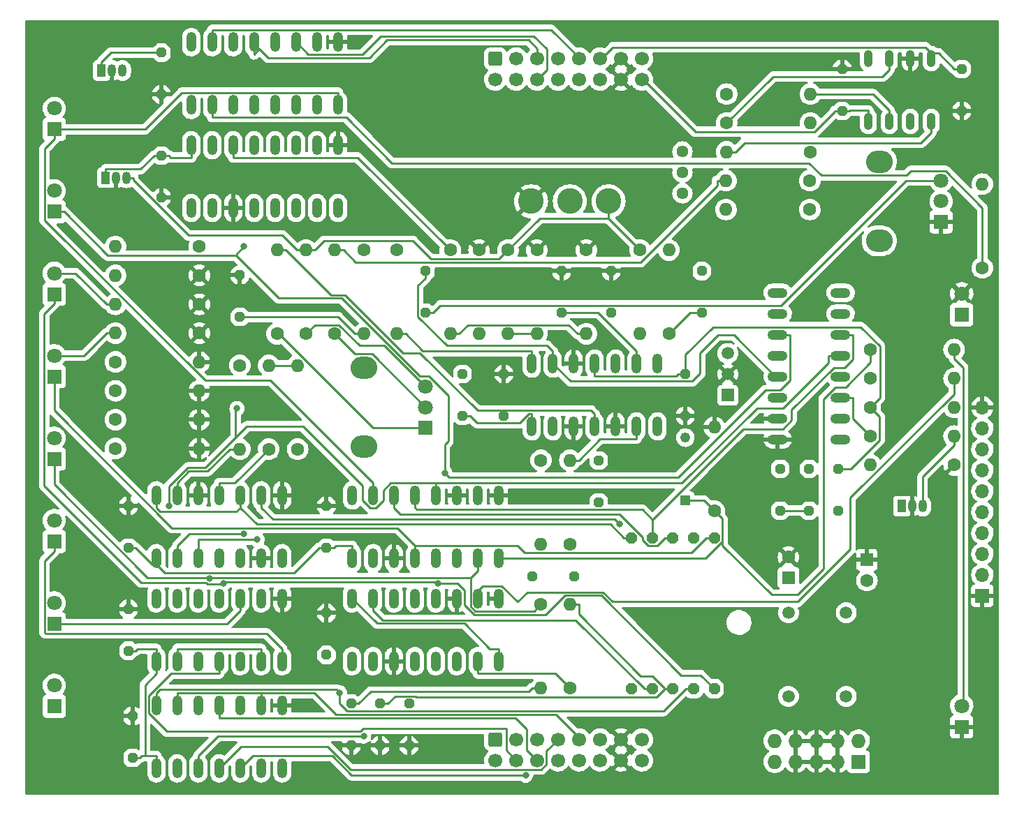
<source format=gbr>
G04 #@! TF.GenerationSoftware,KiCad,Pcbnew,(6.0.5)*
G04 #@! TF.CreationDate,2022-06-09T21:27:49-05:00*
G04 #@! TF.ProjectId,TuringMain,54757269-6e67-44d6-9169-6e2e6b696361,rev?*
G04 #@! TF.SameCoordinates,Original*
G04 #@! TF.FileFunction,Copper,L1,Top*
G04 #@! TF.FilePolarity,Positive*
%FSLAX46Y46*%
G04 Gerber Fmt 4.6, Leading zero omitted, Abs format (unit mm)*
G04 Created by KiCad (PCBNEW (6.0.5)) date 2022-06-09 21:27:49*
%MOMM*%
%LPD*%
G01*
G04 APERTURE LIST*
G04 Aperture macros list*
%AMRoundRect*
0 Rectangle with rounded corners*
0 $1 Rounding radius*
0 $2 $3 $4 $5 $6 $7 $8 $9 X,Y pos of 4 corners*
0 Add a 4 corners polygon primitive as box body*
4,1,4,$2,$3,$4,$5,$6,$7,$8,$9,$2,$3,0*
0 Add four circle primitives for the rounded corners*
1,1,$1+$1,$2,$3*
1,1,$1+$1,$4,$5*
1,1,$1+$1,$6,$7*
1,1,$1+$1,$8,$9*
0 Add four rect primitives between the rounded corners*
20,1,$1+$1,$2,$3,$4,$5,0*
20,1,$1+$1,$4,$5,$6,$7,0*
20,1,$1+$1,$6,$7,$8,$9,0*
20,1,$1+$1,$8,$9,$2,$3,0*%
%AMOutline5P*
0 Free polygon, 5 corners , with rotation*
0 The origin of the aperture is its center*
0 number of corners: always 5*
0 $1 to $10 corner X, Y*
0 $11 Rotation angle, in degrees counterclockwise*
0 create outline with 5 corners*
4,1,5,$1,$2,$3,$4,$5,$6,$7,$8,$9,$10,$1,$2,$11*%
%AMOutline6P*
0 Free polygon, 6 corners , with rotation*
0 The origin of the aperture is its center*
0 number of corners: always 6*
0 $1 to $12 corner X, Y*
0 $13 Rotation angle, in degrees counterclockwise*
0 create outline with 6 corners*
4,1,6,$1,$2,$3,$4,$5,$6,$7,$8,$9,$10,$11,$12,$1,$2,$13*%
%AMOutline7P*
0 Free polygon, 7 corners , with rotation*
0 The origin of the aperture is its center*
0 number of corners: always 7*
0 $1 to $14 corner X, Y*
0 $15 Rotation angle, in degrees counterclockwise*
0 create outline with 7 corners*
4,1,7,$1,$2,$3,$4,$5,$6,$7,$8,$9,$10,$11,$12,$13,$14,$1,$2,$15*%
%AMOutline8P*
0 Free polygon, 8 corners , with rotation*
0 The origin of the aperture is its center*
0 number of corners: always 8*
0 $1 to $16 corner X, Y*
0 $17 Rotation angle, in degrees counterclockwise*
0 create outline with 8 corners*
4,1,8,$1,$2,$3,$4,$5,$6,$7,$8,$9,$10,$11,$12,$13,$14,$15,$16,$1,$2,$17*%
G04 Aperture macros list end*
G04 #@! TA.AperFunction,ComponentPad*
%ADD10R,1.800000X1.800000*%
G04 #@! TD*
G04 #@! TA.AperFunction,ComponentPad*
%ADD11C,1.800000*%
G04 #@! TD*
G04 #@! TA.AperFunction,ComponentPad*
%ADD12Outline8P,-0.609600X0.304800X-0.304800X0.609600X0.304800X0.609600X0.609600X0.304800X0.609600X-0.304800X0.304800X-0.609600X-0.304800X-0.609600X-0.609600X-0.304800X270.000000*%
G04 #@! TD*
G04 #@! TA.AperFunction,ComponentPad*
%ADD13C,3.100000*%
G04 #@! TD*
G04 #@! TA.AperFunction,ComponentPad*
%ADD14C,1.440000*%
G04 #@! TD*
G04 #@! TA.AperFunction,ComponentPad*
%ADD15O,3.240000X2.720000*%
G04 #@! TD*
G04 #@! TA.AperFunction,ComponentPad*
%ADD16Outline8P,-0.675000X0.337500X-0.337500X0.675000X0.337500X0.675000X0.675000X0.337500X0.675000X-0.337500X0.337500X-0.675000X-0.337500X-0.675000X-0.675000X-0.337500X180.000000*%
G04 #@! TD*
G04 #@! TA.AperFunction,ComponentPad*
%ADD17Outline8P,-0.609600X0.304800X-0.304800X0.609600X0.304800X0.609600X0.609600X0.304800X0.609600X-0.304800X0.304800X-0.609600X-0.304800X-0.609600X-0.609600X-0.304800X90.000000*%
G04 #@! TD*
G04 #@! TA.AperFunction,ComponentPad*
%ADD18RoundRect,0.250000X-0.600000X0.600000X-0.600000X-0.600000X0.600000X-0.600000X0.600000X0.600000X0*%
G04 #@! TD*
G04 #@! TA.AperFunction,ComponentPad*
%ADD19C,1.700000*%
G04 #@! TD*
G04 #@! TA.AperFunction,ComponentPad*
%ADD20C,1.600000*%
G04 #@! TD*
G04 #@! TA.AperFunction,ComponentPad*
%ADD21O,1.600000X1.600000*%
G04 #@! TD*
G04 #@! TA.AperFunction,ComponentPad*
%ADD22R,1.050000X1.500000*%
G04 #@! TD*
G04 #@! TA.AperFunction,ComponentPad*
%ADD23O,1.050000X1.500000*%
G04 #@! TD*
G04 #@! TA.AperFunction,ComponentPad*
%ADD24C,1.500000*%
G04 #@! TD*
G04 #@! TA.AperFunction,ComponentPad*
%ADD25R,1.727200X1.727200*%
G04 #@! TD*
G04 #@! TA.AperFunction,ComponentPad*
%ADD26O,1.727200X1.727200*%
G04 #@! TD*
G04 #@! TA.AperFunction,ComponentPad*
%ADD27R,1.600000X1.600000*%
G04 #@! TD*
G04 #@! TA.AperFunction,ComponentPad*
%ADD28O,1.219200X2.438400*%
G04 #@! TD*
G04 #@! TA.AperFunction,ComponentPad*
%ADD29C,1.219200*%
G04 #@! TD*
G04 #@! TA.AperFunction,ComponentPad*
%ADD30R,1.219200X1.219200*%
G04 #@! TD*
G04 #@! TA.AperFunction,ComponentPad*
%ADD31R,1.500000X1.500000*%
G04 #@! TD*
G04 #@! TA.AperFunction,ComponentPad*
%ADD32O,2.438400X1.219200*%
G04 #@! TD*
G04 #@! TA.AperFunction,ComponentPad*
%ADD33O,1.050000X2.100000*%
G04 #@! TD*
G04 #@! TA.AperFunction,ComponentPad*
%ADD34R,1.700000X1.700000*%
G04 #@! TD*
G04 #@! TA.AperFunction,ComponentPad*
%ADD35O,1.700000X1.700000*%
G04 #@! TD*
G04 #@! TA.AperFunction,ComponentPad*
%ADD36Outline8P,-0.609600X0.304800X-0.304800X0.609600X0.304800X0.609600X0.609600X0.304800X0.609600X-0.304800X0.304800X-0.609600X-0.304800X-0.609600X-0.609600X-0.304800X180.000000*%
G04 #@! TD*
G04 #@! TA.AperFunction,ViaPad*
%ADD37C,0.800000*%
G04 #@! TD*
G04 #@! TA.AperFunction,Conductor*
%ADD38C,0.250000*%
G04 #@! TD*
G04 APERTURE END LIST*
D10*
X60000000Y-61275000D03*
D11*
X60000000Y-58735000D03*
D10*
X170000000Y-133775000D03*
D11*
X170000000Y-131235000D03*
D12*
X148000000Y-102460000D03*
X148000000Y-107540000D03*
D10*
X60000000Y-131275000D03*
D11*
X60000000Y-128735000D03*
D10*
X60000000Y-121275000D03*
D11*
X60000000Y-118735000D03*
D10*
X60000000Y-71275000D03*
D11*
X60000000Y-68735000D03*
D10*
X170000000Y-83770000D03*
D11*
X170000000Y-81230000D03*
D13*
X127200000Y-70000000D03*
X122500000Y-70000000D03*
X117800000Y-70000000D03*
D10*
X60000000Y-81275000D03*
D11*
X60000000Y-78735000D03*
D14*
X136150000Y-69040000D03*
X136150000Y-66500000D03*
X136150000Y-63960000D03*
D10*
X60000000Y-101275000D03*
D11*
X60000000Y-98735000D03*
D15*
X160000000Y-74800000D03*
X160000000Y-65200000D03*
D10*
X167500000Y-72500000D03*
D11*
X167500000Y-70000000D03*
X167500000Y-67500000D03*
D16*
X132500000Y-110850000D03*
X135000000Y-110850000D03*
X137500000Y-110850000D03*
X130000000Y-110850000D03*
X130000000Y-129150000D03*
X140000000Y-110850000D03*
X140000000Y-129150000D03*
X137500000Y-129150000D03*
X135000000Y-129150000D03*
X132500000Y-129150000D03*
D17*
X155000000Y-107540000D03*
X155000000Y-102460000D03*
D10*
X60000000Y-111275000D03*
D11*
X60000000Y-108735000D03*
D15*
X97500000Y-99800000D03*
X97500000Y-90200000D03*
D10*
X105000000Y-97500000D03*
D11*
X105000000Y-95000000D03*
X105000000Y-92500000D03*
D10*
X60000000Y-91275000D03*
D11*
X60000000Y-88735000D03*
D18*
X113460000Y-135297500D03*
D19*
X113460000Y-137837500D03*
X116000000Y-135297500D03*
X116000000Y-137837500D03*
X118540000Y-135297500D03*
X118540000Y-137837500D03*
X121080000Y-135297500D03*
X121080000Y-137837500D03*
X123620000Y-135297500D03*
X123620000Y-137837500D03*
X126160000Y-135297500D03*
X126160000Y-137837500D03*
X128700000Y-135297500D03*
X128700000Y-137837500D03*
X131240000Y-135297500D03*
X131240000Y-137837500D03*
D20*
X158920000Y-98500000D03*
D21*
X169080000Y-98500000D03*
D20*
X134500000Y-86080000D03*
D21*
X134500000Y-75920000D03*
D20*
X140000000Y-107580000D03*
D21*
X140000000Y-97420000D03*
D20*
X151580000Y-67500000D03*
D21*
X141420000Y-67500000D03*
D20*
X141500000Y-60500000D03*
D21*
X151660000Y-60500000D03*
D22*
X65730000Y-54140000D03*
D23*
X67000000Y-54140000D03*
X68270000Y-54140000D03*
D20*
X97500000Y-75920000D03*
D21*
X97500000Y-86080000D03*
D24*
X149000000Y-130080000D03*
X149000000Y-119920000D03*
D25*
X157500000Y-138000000D03*
D26*
X157500000Y-135460000D03*
X154960000Y-138000000D03*
X154960000Y-135460000D03*
X152420000Y-138000000D03*
X152420000Y-135460000D03*
X149880000Y-138000000D03*
X149880000Y-135460000D03*
X147340000Y-138000000D03*
X147340000Y-135460000D03*
D12*
X114500000Y-90960000D03*
X114500000Y-96040000D03*
D27*
X158500000Y-113500000D03*
D20*
X158500000Y-116000000D03*
X87000000Y-86080000D03*
D21*
X87000000Y-75920000D03*
D28*
X96110000Y-105690000D03*
X98650000Y-105690000D03*
X101190000Y-105690000D03*
X103730000Y-105690000D03*
X106270000Y-105690000D03*
X108810000Y-105690000D03*
X111350000Y-105690000D03*
X113890000Y-105690000D03*
X113890000Y-113310000D03*
X111350000Y-113310000D03*
X108810000Y-113310000D03*
X106270000Y-113310000D03*
X103730000Y-113310000D03*
X101190000Y-113310000D03*
X98650000Y-113310000D03*
X96110000Y-113310000D03*
D29*
X136500000Y-98690000D03*
D30*
X136500000Y-106310000D03*
D20*
X67420000Y-100000000D03*
D21*
X77580000Y-100000000D03*
D20*
X77580000Y-75500000D03*
D21*
X67420000Y-75500000D03*
D20*
X119000000Y-118920000D03*
D21*
X119000000Y-129080000D03*
D17*
X73000000Y-57040000D03*
X73000000Y-51960000D03*
D12*
X126000000Y-101460000D03*
X126000000Y-106540000D03*
D17*
X73000000Y-69540000D03*
X73000000Y-64460000D03*
D20*
X158920000Y-91500000D03*
D21*
X169080000Y-91500000D03*
D20*
X77580000Y-82500000D03*
D21*
X67420000Y-82500000D03*
D20*
X151660000Y-64000000D03*
D21*
X141500000Y-64000000D03*
D20*
X122500000Y-111580000D03*
D21*
X122500000Y-101420000D03*
D20*
X151580000Y-71000000D03*
D21*
X141420000Y-71000000D03*
D20*
X118500000Y-75920000D03*
D21*
X118500000Y-86080000D03*
D17*
X103000000Y-136040000D03*
X103000000Y-130960000D03*
D12*
X127500000Y-78460000D03*
X127500000Y-83540000D03*
D17*
X69500000Y-137540000D03*
X69500000Y-132460000D03*
D20*
X67420000Y-89500000D03*
D21*
X77580000Y-89500000D03*
D17*
X69000000Y-112040000D03*
X69000000Y-106960000D03*
X99500000Y-136040000D03*
X99500000Y-130960000D03*
D31*
X141640000Y-93540000D03*
D24*
X141640000Y-91000000D03*
X141640000Y-88460000D03*
D28*
X72380000Y-118190000D03*
X74920000Y-118190000D03*
X77460000Y-118190000D03*
X80000000Y-118190000D03*
X82540000Y-118190000D03*
X85080000Y-118190000D03*
X87620000Y-118190000D03*
X87620000Y-125810000D03*
X85080000Y-125810000D03*
X82540000Y-125810000D03*
X80000000Y-125810000D03*
X77460000Y-125810000D03*
X74920000Y-125810000D03*
X72380000Y-125810000D03*
X117880000Y-89690000D03*
X120420000Y-89690000D03*
X122960000Y-89690000D03*
X125500000Y-89690000D03*
X128040000Y-89690000D03*
X130580000Y-89690000D03*
X133120000Y-89690000D03*
X133120000Y-97310000D03*
X130580000Y-97310000D03*
X128040000Y-97310000D03*
X125500000Y-97310000D03*
X122960000Y-97310000D03*
X120420000Y-97310000D03*
X117880000Y-97310000D03*
D20*
X115000000Y-75920000D03*
D21*
X115000000Y-86080000D03*
D20*
X90500000Y-86080000D03*
D21*
X90500000Y-75920000D03*
D12*
X151500000Y-102460000D03*
X151500000Y-107540000D03*
X69000000Y-119460000D03*
X69000000Y-124540000D03*
X136500000Y-90960000D03*
X136500000Y-96040000D03*
D20*
X67420000Y-96500000D03*
D21*
X77580000Y-96500000D03*
D20*
X108000000Y-75920000D03*
D21*
X108000000Y-86080000D03*
D28*
X72380000Y-131190000D03*
X74920000Y-131190000D03*
X77460000Y-131190000D03*
X80000000Y-131190000D03*
X82540000Y-131190000D03*
X85080000Y-131190000D03*
X87620000Y-131190000D03*
X87620000Y-138810000D03*
X85080000Y-138810000D03*
X82540000Y-138810000D03*
X80000000Y-138810000D03*
X77460000Y-138810000D03*
X74920000Y-138810000D03*
X72380000Y-138810000D03*
D20*
X86000000Y-100080000D03*
D21*
X86000000Y-89920000D03*
D20*
X122500000Y-129080000D03*
D21*
X122500000Y-118920000D03*
D20*
X82500000Y-89920000D03*
D21*
X82500000Y-100080000D03*
D20*
X89500000Y-100080000D03*
D21*
X89500000Y-89920000D03*
D12*
X155500000Y-53960000D03*
X155500000Y-59040000D03*
D22*
X162730000Y-107000000D03*
D23*
X164000000Y-107000000D03*
X165270000Y-107000000D03*
D20*
X77580000Y-86000000D03*
D21*
X67420000Y-86000000D03*
D12*
X170000000Y-53960000D03*
X170000000Y-59040000D03*
D20*
X94000000Y-86080000D03*
D21*
X94000000Y-75920000D03*
D20*
X131000000Y-75920000D03*
D21*
X131000000Y-86080000D03*
D28*
X72380000Y-105690000D03*
X74920000Y-105690000D03*
X77460000Y-105690000D03*
X80000000Y-105690000D03*
X82540000Y-105690000D03*
X85080000Y-105690000D03*
X87620000Y-105690000D03*
X87620000Y-113310000D03*
X85080000Y-113310000D03*
X82540000Y-113310000D03*
X80000000Y-113310000D03*
X77460000Y-113310000D03*
X74920000Y-113310000D03*
X72380000Y-113310000D03*
D22*
X66230000Y-67140000D03*
D23*
X67500000Y-67140000D03*
X68770000Y-67140000D03*
D20*
X158920000Y-95000000D03*
D21*
X169080000Y-95000000D03*
D28*
X76610000Y-63190000D03*
X79150000Y-63190000D03*
X81690000Y-63190000D03*
X84230000Y-63190000D03*
X86770000Y-63190000D03*
X89310000Y-63190000D03*
X91850000Y-63190000D03*
X94390000Y-63190000D03*
X94390000Y-70810000D03*
X91850000Y-70810000D03*
X89310000Y-70810000D03*
X86770000Y-70810000D03*
X84230000Y-70810000D03*
X81690000Y-70810000D03*
X79150000Y-70810000D03*
X76610000Y-70810000D03*
D20*
X101500000Y-75920000D03*
D21*
X101500000Y-86080000D03*
D20*
X141500000Y-57000000D03*
D21*
X151660000Y-57000000D03*
D12*
X82500000Y-78960000D03*
X82500000Y-84040000D03*
D17*
X93000000Y-112040000D03*
X93000000Y-106960000D03*
X138500000Y-83540000D03*
X138500000Y-78460000D03*
D27*
X149000000Y-115682400D03*
D20*
X149000000Y-113182400D03*
D12*
X105000000Y-78460000D03*
X105000000Y-83540000D03*
D17*
X96000000Y-136040000D03*
X96000000Y-130960000D03*
D32*
X147690000Y-98890000D03*
X147690000Y-96350000D03*
X147690000Y-93810000D03*
X147690000Y-91270000D03*
X147690000Y-88730000D03*
X147690000Y-86190000D03*
X147690000Y-83650000D03*
X147690000Y-81110000D03*
X155310000Y-81110000D03*
X155310000Y-83650000D03*
X155310000Y-86190000D03*
X155310000Y-88730000D03*
X155310000Y-91270000D03*
X155310000Y-93810000D03*
X155310000Y-96350000D03*
X155310000Y-98890000D03*
D20*
X119000000Y-101420000D03*
D21*
X119000000Y-111580000D03*
D17*
X93000000Y-125040000D03*
X93000000Y-119960000D03*
D20*
X124500000Y-75920000D03*
D21*
X124500000Y-86080000D03*
D20*
X169080000Y-102000000D03*
D21*
X158920000Y-102000000D03*
D20*
X67420000Y-93000000D03*
D21*
X77580000Y-93000000D03*
D17*
X109500000Y-96040000D03*
X109500000Y-90960000D03*
D12*
X121500000Y-78460000D03*
X121500000Y-83540000D03*
D20*
X172500000Y-78080000D03*
D21*
X172500000Y-67920000D03*
D20*
X158920000Y-88000000D03*
D21*
X169080000Y-88000000D03*
D33*
X158690000Y-52690000D03*
X161230000Y-52690000D03*
X163770000Y-52690000D03*
X166310000Y-52690000D03*
X166310000Y-60310000D03*
X163770000Y-60310000D03*
X161230000Y-60310000D03*
X158690000Y-60310000D03*
D28*
X76610000Y-50690000D03*
X79150000Y-50690000D03*
X81690000Y-50690000D03*
X84230000Y-50690000D03*
X86770000Y-50690000D03*
X89310000Y-50690000D03*
X91850000Y-50690000D03*
X94390000Y-50690000D03*
X94390000Y-58310000D03*
X91850000Y-58310000D03*
X89310000Y-58310000D03*
X86770000Y-58310000D03*
X84230000Y-58310000D03*
X81690000Y-58310000D03*
X79150000Y-58310000D03*
X76610000Y-58310000D03*
D20*
X77580000Y-79000000D03*
D21*
X67420000Y-79000000D03*
D18*
X113460000Y-52697500D03*
D19*
X113460000Y-55237500D03*
X116000000Y-52697500D03*
X116000000Y-55237500D03*
X118540000Y-52697500D03*
X118540000Y-55237500D03*
X121080000Y-52697500D03*
X121080000Y-55237500D03*
X123620000Y-52697500D03*
X123620000Y-55237500D03*
X126160000Y-52697500D03*
X126160000Y-55237500D03*
X128700000Y-52697500D03*
X128700000Y-55237500D03*
X131240000Y-52697500D03*
X131240000Y-55237500D03*
D28*
X96110000Y-118190000D03*
X98650000Y-118190000D03*
X101190000Y-118190000D03*
X103730000Y-118190000D03*
X106270000Y-118190000D03*
X108810000Y-118190000D03*
X111350000Y-118190000D03*
X113890000Y-118190000D03*
X113890000Y-125810000D03*
X111350000Y-125810000D03*
X108810000Y-125810000D03*
X106270000Y-125810000D03*
X103730000Y-125810000D03*
X101190000Y-125810000D03*
X98650000Y-125810000D03*
X96110000Y-125810000D03*
D34*
X172500000Y-117860000D03*
D35*
X172500000Y-115320000D03*
X172500000Y-112780000D03*
X172500000Y-110240000D03*
X172500000Y-107700000D03*
X172500000Y-105160000D03*
X172500000Y-102620000D03*
X172500000Y-100080000D03*
X172500000Y-97540000D03*
X172500000Y-95000000D03*
D20*
X111500000Y-75920000D03*
D21*
X111500000Y-86080000D03*
D24*
X156000000Y-130080000D03*
X156000000Y-119920000D03*
D36*
X123040000Y-115500000D03*
X117960000Y-115500000D03*
D37*
X94600700Y-129645200D03*
X106537700Y-116395000D03*
X80500000Y-116403700D03*
X60800000Y-51600000D03*
X64550000Y-135150000D03*
X151250000Y-97000000D03*
X163900000Y-128000000D03*
X146500000Y-75200000D03*
X90250000Y-117900000D03*
X117150000Y-139650000D03*
X97500000Y-134900000D03*
X107350000Y-102950000D03*
X83000000Y-75450000D03*
X73922600Y-106980800D03*
X82150000Y-95150000D03*
X78850000Y-115776900D03*
X128531100Y-109162900D03*
X83009900Y-110375700D03*
X84600000Y-111050000D03*
D38*
X94600700Y-130941800D02*
X94600700Y-129645200D01*
X94390000Y-56813100D02*
X75479500Y-56813100D01*
X94224400Y-129268900D02*
X72804200Y-129268900D01*
X75479500Y-56813100D02*
X71017600Y-61275000D01*
X98650000Y-105690000D02*
X98650000Y-104193100D01*
X95524700Y-131865800D02*
X94600700Y-130941800D01*
X94390000Y-58310000D02*
X94390000Y-56813100D01*
X94600700Y-129645200D02*
X94224400Y-129268900D01*
X86220500Y-91763600D02*
X98650000Y-104193100D01*
X60000000Y-62452700D02*
X58822200Y-63630500D01*
X133830200Y-131865800D02*
X95524700Y-131865800D01*
X72380000Y-131190000D02*
X72380000Y-129693100D01*
X58822200Y-72296400D02*
X78289400Y-91763600D01*
X78289400Y-91763600D02*
X86220500Y-91763600D01*
X72804200Y-129268900D02*
X72380000Y-129693100D01*
X58822200Y-63630500D02*
X58822200Y-72296400D01*
X71017600Y-61275000D02*
X60000000Y-61275000D01*
X137500000Y-129150000D02*
X136546000Y-129150000D01*
X136546000Y-129150000D02*
X133830200Y-131865800D01*
X60000000Y-61275000D02*
X60000000Y-62452700D01*
X94143000Y-132268600D02*
X120826100Y-132268600D01*
X85080000Y-131190000D02*
X85080000Y-129793800D01*
X120826100Y-132268600D02*
X123770000Y-135212500D01*
X85080000Y-129693100D02*
X91567500Y-129693100D01*
X74920000Y-131190000D02*
X74920000Y-129693100D01*
X91567500Y-129693100D02*
X94143000Y-132268600D01*
X85080000Y-129793800D02*
X85080000Y-129693100D01*
X85080000Y-129693100D02*
X74920000Y-129693100D01*
X115936900Y-132686900D02*
X80000000Y-132686900D01*
X80000000Y-132686900D02*
X80000000Y-131190000D01*
X117300000Y-136597500D02*
X117300000Y-134050000D01*
X118540000Y-137837500D02*
X117300000Y-136597500D01*
X117300000Y-134050000D02*
X115936900Y-132686900D01*
X106537700Y-116395000D02*
X108881200Y-116395000D01*
X136000000Y-127500000D02*
X138350000Y-127500000D01*
X58778400Y-83674300D02*
X60000000Y-82452700D01*
X110880500Y-120169700D02*
X119587700Y-120169700D01*
X58778400Y-104496750D02*
X58778400Y-83674300D01*
X126338400Y-117838400D02*
X136000000Y-127500000D01*
X70531650Y-116250000D02*
X58778400Y-104496750D01*
X78365802Y-116250000D02*
X70531650Y-116250000D01*
X80500000Y-116403700D02*
X80677400Y-116226300D01*
X60000000Y-82452700D02*
X60000000Y-81275000D01*
X119587700Y-120169700D02*
X121919000Y-117838400D01*
X78569613Y-116453811D02*
X78365802Y-116250000D01*
X108881200Y-116395000D02*
X109736100Y-117249900D01*
X121919000Y-117838400D02*
X126338400Y-117838400D01*
X80500000Y-116403700D02*
X80449889Y-116453811D01*
X138350000Y-127500000D02*
X140000000Y-129150000D01*
X80677400Y-116226300D02*
X106369000Y-116226300D01*
X106369000Y-116226300D02*
X106537700Y-116395000D01*
X109736100Y-119025300D02*
X110880500Y-120169700D01*
X109736100Y-117249900D02*
X109736100Y-119025300D01*
X80449889Y-116453811D02*
X78569613Y-116453811D01*
X117013300Y-112668400D02*
X116158000Y-111813100D01*
X60000000Y-95376600D02*
X74273500Y-109650100D01*
X74273500Y-109650100D02*
X101567000Y-109650100D01*
X103730000Y-113310000D02*
X103730000Y-111813100D01*
X137227600Y-112668400D02*
X117013300Y-112668400D01*
X140000000Y-110850000D02*
X139046000Y-110850000D01*
X116158000Y-111813100D02*
X103730000Y-111813100D01*
X101567000Y-109650100D02*
X103730000Y-111813100D01*
X60000000Y-91275000D02*
X60000000Y-95376600D01*
X139046000Y-110850000D02*
X137227600Y-112668400D01*
X84040800Y-137309200D02*
X93690800Y-137309200D01*
X96031600Y-139650000D02*
X117150000Y-139650000D01*
X82540000Y-138810000D02*
X84040800Y-137309200D01*
X93690800Y-137309200D02*
X96031600Y-139650000D01*
X80000000Y-138810000D02*
X82610000Y-136200000D01*
X82610000Y-136200000D02*
X93150000Y-136200000D01*
X95914411Y-138964411D02*
X119006783Y-138964411D01*
X119666911Y-138304283D02*
X119666911Y-136710589D01*
X119006783Y-138964411D02*
X119666911Y-138304283D01*
X93150000Y-136200000D02*
X95914411Y-138964411D01*
X119666911Y-136710589D02*
X121080000Y-135297500D01*
X60000000Y-71275000D02*
X61177700Y-71275000D01*
X79873100Y-134900000D02*
X77460000Y-137313100D01*
X146184800Y-92915200D02*
X147971600Y-92915200D01*
X77460000Y-137313100D02*
X77460000Y-138810000D01*
X82003200Y-76446800D02*
X82003200Y-76597200D01*
X104284000Y-91214300D02*
X94833700Y-81764000D01*
X61177700Y-71275000D02*
X66499900Y-76597200D01*
X94833700Y-81764000D02*
X87170000Y-81764000D01*
X97500000Y-134900000D02*
X79873100Y-134900000D01*
X107900500Y-103500500D02*
X135599500Y-103500500D01*
X107782600Y-99080400D02*
X107782600Y-93595000D01*
X87170000Y-81764000D02*
X82003200Y-76597200D01*
X107350000Y-102950000D02*
X107350000Y-99513000D01*
X83000000Y-75450000D02*
X82003200Y-76446800D01*
X105401900Y-91214300D02*
X104284000Y-91214300D01*
X149186900Y-91699900D02*
X149186900Y-86190000D01*
X107350000Y-102950000D02*
X107900500Y-103500500D01*
X66499900Y-76597200D02*
X82003200Y-76597200D01*
X149186900Y-86190000D02*
X147690000Y-86190000D01*
X147971600Y-92915200D02*
X149186900Y-91699900D01*
X107782600Y-93595000D02*
X105401900Y-91214300D01*
X135599500Y-103500500D02*
X146184800Y-92915200D01*
X107350000Y-99513000D02*
X107782600Y-99080400D01*
X154611500Y-59145200D02*
X154611500Y-59040000D01*
X92111500Y-112040000D02*
X89051500Y-115100000D01*
X69000000Y-124540000D02*
X69888500Y-124540000D01*
X131390000Y-55252500D02*
X137715300Y-61577800D01*
X71001400Y-137313100D02*
X70615400Y-137313100D01*
X70615400Y-137313100D02*
X70388500Y-137540000D01*
X156550700Y-102460000D02*
X160037300Y-98973400D01*
X69572700Y-67453700D02*
X69572700Y-67140000D01*
X91577700Y-75920000D02*
X92687800Y-74809900D01*
X155500000Y-59040000D02*
X156388500Y-59040000D01*
X135384600Y-91186900D02*
X135611500Y-90960000D01*
X72380000Y-114058400D02*
X71906900Y-114058400D01*
X69000000Y-112040000D02*
X69888500Y-112040000D01*
X156388500Y-59040000D02*
X156446200Y-58982300D01*
X72380000Y-125810000D02*
X72380000Y-127306900D01*
X69500000Y-137540000D02*
X70388500Y-137540000D01*
X96110000Y-113310000D02*
X96110000Y-111813100D01*
X160068500Y-87584300D02*
X160068500Y-93851500D01*
X127200000Y-72020400D02*
X127200000Y-70000000D01*
X136500000Y-88600000D02*
X139837300Y-85262700D01*
X93000000Y-112040000D02*
X92111500Y-112040000D01*
X72380000Y-137313100D02*
X71001400Y-137313100D01*
X118849800Y-72070200D02*
X127150200Y-72070200D01*
X68770000Y-67140000D02*
X69572700Y-67140000D01*
X93888500Y-112040000D02*
X94115400Y-111813100D01*
X71001400Y-128685500D02*
X71001400Y-137313100D01*
X127150200Y-72070200D02*
X127200000Y-72020400D01*
X89051500Y-115100000D02*
X73421600Y-115100000D01*
X137715300Y-61577800D02*
X152178900Y-61577800D01*
X94115400Y-111813100D02*
X96110000Y-111813100D01*
X93000000Y-112040000D02*
X93888500Y-112040000D01*
X155000000Y-102460000D02*
X156550700Y-102460000D01*
X125500000Y-91186900D02*
X135384600Y-91186900D01*
X160037300Y-96117300D02*
X158920000Y-95000000D01*
X139837300Y-85262700D02*
X157746900Y-85262700D01*
X105647400Y-77000000D02*
X113920000Y-77000000D01*
X90500000Y-75920000D02*
X91577700Y-75920000D01*
X73421600Y-115100000D02*
X72380000Y-114058400D01*
X69888500Y-124540000D02*
X70115400Y-124313100D01*
X125500000Y-89690000D02*
X125500000Y-91186900D01*
X70115400Y-124313100D02*
X72380000Y-124313100D01*
X131000000Y-75920000D02*
X127150200Y-72070200D01*
X157746900Y-85262700D02*
X160068500Y-87584300D01*
X71906900Y-114058400D02*
X69888500Y-112040000D01*
X160068500Y-93851500D02*
X158920000Y-95000000D01*
X156446200Y-58982300D02*
X158690000Y-58982300D01*
X158690000Y-60310000D02*
X158690000Y-58982300D01*
X92687800Y-74809900D02*
X103457300Y-74809900D01*
X155500000Y-59040000D02*
X154611500Y-59040000D01*
X87645800Y-74143500D02*
X76262500Y-74143500D01*
X136500000Y-90960000D02*
X136500000Y-88600000D01*
X113920000Y-77000000D02*
X115000000Y-75920000D01*
X152178900Y-61577800D02*
X154611500Y-59145200D01*
X89500000Y-89920000D02*
X86000000Y-89920000D01*
X72380000Y-138810000D02*
X72380000Y-137313100D01*
X89961200Y-75920000D02*
X90500000Y-75920000D01*
X72380000Y-113310000D02*
X72380000Y-114058400D01*
X89422300Y-75920000D02*
X87645800Y-74143500D01*
X136500000Y-90960000D02*
X135611500Y-90960000D01*
X76262500Y-74143500D02*
X69572700Y-67453700D01*
X72380000Y-125810000D02*
X72380000Y-124313100D01*
X115000000Y-75920000D02*
X118849800Y-72070200D01*
X160037300Y-98973400D02*
X160037300Y-96117300D01*
X103457300Y-74809900D02*
X105647400Y-77000000D01*
X89961200Y-75920000D02*
X89422300Y-75920000D01*
X72380000Y-127306900D02*
X71001400Y-128685500D01*
X90150000Y-97300000D02*
X97350000Y-104500000D01*
X100791900Y-104193100D02*
X106270000Y-104193100D01*
X99011800Y-107196000D02*
X99920000Y-106287800D01*
X76192800Y-102300000D02*
X73922600Y-104570200D01*
X145170000Y-95080000D02*
X136056900Y-104193100D01*
X98292672Y-107196000D02*
X99011800Y-107196000D01*
X82150000Y-95150000D02*
X82000000Y-95300000D01*
X73922600Y-104570200D02*
X73922600Y-106980800D01*
X99920000Y-106287800D02*
X99920000Y-105065000D01*
X153813100Y-88730000D02*
X153813100Y-89609400D01*
X78350000Y-102300000D02*
X76192800Y-102300000D01*
X99920000Y-105065000D02*
X100791900Y-104193100D01*
X83400000Y-97300000D02*
X90150000Y-97300000D01*
X136056900Y-104193100D02*
X106270000Y-104193100D01*
X106270000Y-105690000D02*
X106270000Y-104193100D01*
X155310000Y-88730000D02*
X153813100Y-88730000D01*
X97350000Y-106253328D02*
X98292672Y-107196000D01*
X148342500Y-95080000D02*
X145170000Y-95080000D01*
X153813100Y-89609400D02*
X148342500Y-95080000D01*
X83350000Y-97300000D02*
X78350000Y-102300000D01*
X97350000Y-104500000D02*
X97350000Y-106253328D01*
X82000000Y-95300000D02*
X82000000Y-98600000D01*
X120250600Y-49193100D02*
X123770000Y-52712500D01*
X85080000Y-125810000D02*
X85080000Y-124313100D01*
X74920000Y-125810000D02*
X74920000Y-124313100D01*
X74920000Y-124313100D02*
X85080000Y-124313100D01*
X79150000Y-49193100D02*
X120250600Y-49193100D01*
X79150000Y-50690000D02*
X79150000Y-49193100D01*
X155774200Y-90179200D02*
X154510200Y-90179200D01*
X80951900Y-121275000D02*
X60000000Y-121275000D01*
X154510200Y-90179200D02*
X149387700Y-95301700D01*
X155310000Y-86190000D02*
X156806900Y-86190000D01*
X156806900Y-89146500D02*
X155774200Y-90179200D01*
X143529600Y-97620000D02*
X132500000Y-108649600D01*
X103730000Y-105690000D02*
X103730000Y-107186900D01*
X82540000Y-119686900D02*
X80951900Y-121275000D01*
X149387700Y-95301700D02*
X149387700Y-96540500D01*
X82540000Y-118190000D02*
X82540000Y-119686900D01*
X156806900Y-86190000D02*
X156806900Y-89146500D01*
X148308200Y-97620000D02*
X143529600Y-97620000D01*
X132500000Y-108649600D02*
X132500000Y-110850000D01*
X103730000Y-107186900D02*
X103971600Y-107428500D01*
X103971600Y-107428500D02*
X131278900Y-107428500D01*
X131278900Y-107428500D02*
X132500000Y-108649600D01*
X149387700Y-96540500D02*
X148308200Y-97620000D01*
X101190000Y-105690000D02*
X101190000Y-107186900D01*
X131334200Y-110757000D02*
X128526200Y-107949000D01*
X58964100Y-122452800D02*
X58822300Y-122311000D01*
X128526200Y-107949000D02*
X101952100Y-107949000D01*
X58822300Y-122311000D02*
X58822300Y-113630400D01*
X87620000Y-124313100D02*
X85759700Y-122452800D01*
X60000000Y-111275000D02*
X60000000Y-112452700D01*
X133065700Y-111830300D02*
X132016000Y-111830300D01*
X131334200Y-111148500D02*
X131334200Y-110757000D01*
X101952100Y-107949000D02*
X101190000Y-107186900D01*
X134046000Y-110850000D02*
X133065700Y-111830300D01*
X132016000Y-111830300D02*
X131334200Y-111148500D01*
X87620000Y-125810000D02*
X87620000Y-124313100D01*
X85759700Y-122452800D02*
X58964100Y-122452800D01*
X135000000Y-110850000D02*
X134046000Y-110850000D01*
X58822300Y-113630400D02*
X60000000Y-112452700D01*
X114800000Y-134000000D02*
X114800000Y-136637500D01*
X97092702Y-134350000D02*
X97442702Y-134000000D01*
X74177700Y-127306900D02*
X71454500Y-130030100D01*
X73660200Y-134350000D02*
X97092702Y-134350000D01*
X71454500Y-130030100D02*
X71454500Y-132144300D01*
X114800000Y-136637500D02*
X116000000Y-137837500D01*
X71454500Y-132144300D02*
X73660200Y-134350000D01*
X80000000Y-127306900D02*
X74177700Y-127306900D01*
X80000000Y-125810000D02*
X80000000Y-127306900D01*
X97442702Y-134000000D02*
X114800000Y-134000000D01*
X78833900Y-115760800D02*
X78850000Y-115776900D01*
X111350000Y-113310000D02*
X111350000Y-114806900D01*
X110462600Y-115694300D02*
X78833900Y-115694300D01*
X119000000Y-118920000D02*
X118188200Y-119731800D01*
X60000000Y-104365100D02*
X71329200Y-115694300D01*
X110462600Y-119182100D02*
X110462600Y-115694300D01*
X78833900Y-115694300D02*
X78833900Y-115760800D01*
X60000000Y-101275000D02*
X60000000Y-104365100D01*
X111012300Y-119731800D02*
X110462600Y-119182100D01*
X118188200Y-119731800D02*
X111012300Y-119731800D01*
X71329200Y-115694300D02*
X78833900Y-115694300D01*
X110462600Y-115694300D02*
X111350000Y-114806900D01*
X66882300Y-51960000D02*
X65730000Y-53112300D01*
X65730000Y-54140000D02*
X65730000Y-53112300D01*
X73000000Y-51960000D02*
X66882300Y-51960000D01*
X146950000Y-117750000D02*
X140951920Y-111751920D01*
X81690000Y-63190000D02*
X81690000Y-64686900D01*
X153250000Y-93994100D02*
X153250000Y-114550000D01*
X155929600Y-92540000D02*
X154704100Y-92540000D01*
X138971000Y-113310000D02*
X140999300Y-111281700D01*
X109728820Y-121228820D02*
X99148820Y-121228820D01*
X113890000Y-124313100D02*
X112813100Y-124313100D01*
X113890000Y-113310000D02*
X138971000Y-113310000D01*
X158920000Y-89549600D02*
X155929600Y-92540000D01*
X140999300Y-111281700D02*
X140999300Y-108579300D01*
X136500000Y-106310000D02*
X138730000Y-106310000D01*
X113890000Y-125810000D02*
X113890000Y-124313100D01*
X138730000Y-106310000D02*
X140000000Y-107580000D01*
X108000000Y-75920000D02*
X96766900Y-64686900D01*
X96766900Y-64686900D02*
X81690000Y-64686900D01*
X140999300Y-108579300D02*
X140440700Y-108020700D01*
X140951920Y-111751920D02*
X140951920Y-108531920D01*
X140951920Y-108531920D02*
X140440700Y-108020700D01*
X150076911Y-117750000D02*
X146950000Y-117750000D01*
X153250000Y-114550000D02*
X150076911Y-117723089D01*
X158920000Y-88000000D02*
X158920000Y-89549600D01*
X150076911Y-117723089D02*
X150076911Y-117750000D01*
X140440700Y-108020700D02*
X140000000Y-107580000D01*
X154704100Y-92540000D02*
X153250000Y-93994100D01*
X99148820Y-121228820D02*
X96110000Y-118190000D01*
X112813100Y-124313100D02*
X109728820Y-121228820D01*
X98211960Y-52588040D02*
X85904940Y-52588040D01*
X84866900Y-51550000D02*
X84230000Y-52186900D01*
X118540000Y-51490000D02*
X117500000Y-50450000D01*
X118540000Y-52697500D02*
X118540000Y-51490000D01*
X85904940Y-52588040D02*
X84866900Y-51550000D01*
X100350000Y-50450000D02*
X98211960Y-52588040D01*
X117500000Y-50450000D02*
X100350000Y-50450000D01*
X84230000Y-52186900D02*
X84230000Y-50690000D01*
X119700000Y-54077500D02*
X119700000Y-51500106D01*
X90806120Y-52186120D02*
X89310000Y-50690000D01*
X97363880Y-52186120D02*
X90806120Y-52186120D01*
X118149894Y-49950000D02*
X99600000Y-49950000D01*
X119700000Y-51500106D02*
X118149894Y-49950000D01*
X99600000Y-49950000D02*
X97363880Y-52186120D01*
X118540000Y-55237500D02*
X119700000Y-54077500D01*
X95385000Y-59806900D02*
X79150000Y-59806900D01*
X100950600Y-65372500D02*
X95385000Y-59806900D01*
X172500000Y-70784700D02*
X168031000Y-66315700D01*
X163834600Y-66315700D02*
X163312500Y-66837800D01*
X168031000Y-66315700D02*
X163834600Y-66315700D01*
X172500000Y-78080000D02*
X172500000Y-70784700D01*
X163312500Y-66837800D02*
X152973600Y-66837800D01*
X151508300Y-65372500D02*
X100950600Y-65372500D01*
X152973600Y-66837800D02*
X151508300Y-65372500D01*
X79150000Y-58310000D02*
X79150000Y-59806900D01*
X73000000Y-64460000D02*
X73888500Y-64460000D01*
X73000000Y-64460000D02*
X72111500Y-64460000D01*
X70459200Y-66112300D02*
X72111500Y-64460000D01*
X76610000Y-63190000D02*
X76610000Y-64686900D01*
X76610000Y-64686900D02*
X74115400Y-64686900D01*
X74115400Y-64686900D02*
X73888500Y-64460000D01*
X66230000Y-67140000D02*
X66230000Y-66112300D01*
X66230000Y-66112300D02*
X70459200Y-66112300D01*
X111309600Y-95381600D02*
X104340600Y-88412600D01*
X125068500Y-95381600D02*
X114500000Y-95381600D01*
X104340600Y-88412600D02*
X102303300Y-88412600D01*
X170000000Y-53960000D02*
X169111500Y-53960000D01*
X151500000Y-107540000D02*
X148000000Y-107540000D01*
X102303300Y-88412600D02*
X95251900Y-81361200D01*
X127705400Y-51317100D02*
X165601000Y-51317100D01*
X95251900Y-81361200D02*
X93518900Y-81361200D01*
X125500000Y-97310000D02*
X125500000Y-95813100D01*
X126310000Y-52712500D02*
X127705400Y-51317100D01*
X167177600Y-52026100D02*
X169111500Y-53960000D01*
X125500000Y-95813100D02*
X125068500Y-95381600D01*
X114500000Y-96040000D02*
X114500000Y-95381600D01*
X166310000Y-52690000D02*
X166310000Y-52026100D01*
X165601000Y-51317100D02*
X166310000Y-52026100D01*
X166310000Y-52026100D02*
X167177600Y-52026100D01*
X93518900Y-81361200D02*
X88077700Y-75920000D01*
X87000000Y-75920000D02*
X88077700Y-75920000D01*
X114500000Y-95381600D02*
X111309600Y-95381600D01*
X110388500Y-96040000D02*
X111277000Y-96928500D01*
X111277000Y-96928500D02*
X116397100Y-96928500D01*
X116397100Y-96928500D02*
X117512500Y-95813100D01*
X109500000Y-96040000D02*
X110388500Y-96040000D01*
X117512500Y-95813100D02*
X117880000Y-95813100D01*
X117880000Y-97310000D02*
X117880000Y-95813100D01*
X141500000Y-64000000D02*
X142577700Y-64000000D01*
X166310000Y-60310000D02*
X166310000Y-61637700D01*
X142577700Y-64000000D02*
X143655400Y-62922300D01*
X143655400Y-62922300D02*
X165025400Y-62922300D01*
X165025400Y-62922300D02*
X166310000Y-61637700D01*
X122344500Y-85002200D02*
X110155500Y-85002200D01*
X108000000Y-86080000D02*
X109077700Y-86080000D01*
X124500000Y-86080000D02*
X123422300Y-86080000D01*
X123422300Y-86080000D02*
X122344500Y-85002200D01*
X110155500Y-85002200D02*
X109077700Y-86080000D01*
X138300000Y-88400000D02*
X138300000Y-90900000D01*
X140450000Y-86250000D02*
X138300000Y-88400000D01*
X105000000Y-78460000D02*
X105000000Y-79348500D01*
X104095900Y-84015400D02*
X107606500Y-87526000D01*
X119752900Y-87526000D02*
X120420000Y-88193100D01*
X104095900Y-80252600D02*
X104095900Y-84015400D01*
X137353480Y-91846520D02*
X122576520Y-91846520D01*
X138300000Y-90900000D02*
X137353480Y-91846520D01*
X147420000Y-91270000D02*
X142400000Y-86250000D01*
X105000000Y-79348500D02*
X104095900Y-80252600D01*
X107606500Y-87526000D02*
X119752900Y-87526000D01*
X147690000Y-91270000D02*
X147420000Y-91270000D01*
X142400000Y-86250000D02*
X140450000Y-86250000D01*
X122576520Y-91846520D02*
X120420000Y-89690000D01*
X120420000Y-89690000D02*
X120420000Y-88193100D01*
X148068500Y-82651500D02*
X163220000Y-67500000D01*
X104690800Y-88193100D02*
X102577700Y-86080000D01*
X163220000Y-67500000D02*
X167500000Y-67500000D01*
X117880000Y-89690000D02*
X117880000Y-88193100D01*
X105888500Y-83540000D02*
X106777000Y-82651500D01*
X117880000Y-88193100D02*
X104690800Y-88193100D01*
X106777000Y-82651500D02*
X148068500Y-82651500D01*
X105000000Y-83540000D02*
X105888500Y-83540000D01*
X101500000Y-86080000D02*
X102577700Y-86080000D01*
X97500000Y-86080000D02*
X96422300Y-86080000D01*
X82500000Y-84040000D02*
X83388500Y-84040000D01*
X94382300Y-84040000D02*
X96422300Y-86080000D01*
X83388500Y-84040000D02*
X94382300Y-84040000D01*
X117505800Y-129496500D02*
X117922300Y-129080000D01*
X96888500Y-130960000D02*
X98352000Y-129496500D01*
X98352000Y-129496500D02*
X117505800Y-129496500D01*
X96000000Y-130960000D02*
X96888500Y-130960000D01*
X119000000Y-129080000D02*
X117922300Y-129080000D01*
X117326847Y-117436481D02*
X126504881Y-117436481D01*
X126504881Y-117436481D02*
X127668400Y-118600000D01*
X156500000Y-112250000D02*
X156500000Y-105959600D01*
X169080000Y-93379600D02*
X169080000Y-91500000D01*
X111956120Y-116693880D02*
X114257208Y-116693880D01*
X127668400Y-118600000D02*
X150150000Y-118600000D01*
X116163328Y-118600000D02*
X117326847Y-117436481D01*
X111350000Y-118190000D02*
X111350000Y-117300000D01*
X156500000Y-105959600D02*
X169080000Y-93379600D01*
X111350000Y-117300000D02*
X111956120Y-116693880D01*
X150150000Y-118600000D02*
X156500000Y-112250000D01*
X114257208Y-116693880D02*
X116163328Y-118600000D01*
X135000000Y-129150000D02*
X134046000Y-129150000D01*
X123577700Y-120077700D02*
X131092000Y-127592000D01*
X123577700Y-118920000D02*
X123577700Y-120077700D01*
X100388500Y-130960000D02*
X101307600Y-130040900D01*
X133010300Y-130185700D02*
X134046000Y-129150000D01*
X122500000Y-118920000D02*
X123577700Y-118920000D01*
X99500000Y-130960000D02*
X100388500Y-130960000D01*
X103771700Y-130040900D02*
X103916500Y-130185700D01*
X101307600Y-130040900D02*
X103771700Y-130040900D01*
X132488000Y-127592000D02*
X134046000Y-129150000D01*
X131092000Y-127592000D02*
X132488000Y-127592000D01*
X103916500Y-130185700D02*
X133010300Y-130185700D01*
X94000000Y-86080000D02*
X96437700Y-88517700D01*
X96437700Y-88517700D02*
X98517700Y-88517700D01*
X98517700Y-88517700D02*
X105000000Y-95000000D01*
X91583300Y-84996700D02*
X94505600Y-84996700D01*
X90500000Y-86080000D02*
X91583300Y-84996700D01*
X94505600Y-84996700D02*
X97002700Y-87493800D01*
X97002700Y-87493800D02*
X99993800Y-87493800D01*
X99993800Y-87493800D02*
X105000000Y-92500000D01*
X140342300Y-68124400D02*
X131063900Y-77402800D01*
X141420000Y-67500000D02*
X140342300Y-67500000D01*
X147126800Y-54873200D02*
X141500000Y-60500000D01*
X160374500Y-54873200D02*
X147126800Y-54873200D01*
X94000000Y-75920000D02*
X95077700Y-75920000D01*
X96560500Y-77402800D02*
X95077700Y-75920000D01*
X161230000Y-52690000D02*
X161230000Y-54017700D01*
X161230000Y-54017700D02*
X160374500Y-54873200D01*
X140342300Y-67500000D02*
X140342300Y-68124400D01*
X131063900Y-77402800D02*
X96560500Y-77402800D01*
X159247700Y-57000000D02*
X151660000Y-57000000D01*
X161230000Y-60310000D02*
X161230000Y-58982300D01*
X161230000Y-58982300D02*
X159247700Y-57000000D01*
X129046000Y-110850000D02*
X127396000Y-109200000D01*
X82068400Y-107658500D02*
X82540000Y-107186900D01*
X82540000Y-105690000D02*
X82540000Y-107086200D01*
X72851600Y-107658500D02*
X82068400Y-107658500D01*
X127396000Y-109200000D02*
X84553100Y-109200000D01*
X72380000Y-107186900D02*
X72851600Y-107658500D01*
X72380000Y-105690000D02*
X72380000Y-107186900D01*
X82540000Y-107086200D02*
X82540000Y-107186900D01*
X130000000Y-110850000D02*
X129046000Y-110850000D01*
X84553100Y-109200000D02*
X82540000Y-107186900D01*
X131546000Y-129150000D02*
X123222900Y-120826900D01*
X99790000Y-120826900D02*
X98650000Y-119686900D01*
X123222900Y-120826900D02*
X99790000Y-120826900D01*
X132500000Y-129150000D02*
X131546000Y-129150000D01*
X98650000Y-118190000D02*
X98650000Y-119686900D01*
X138500000Y-83540000D02*
X137040000Y-83540000D01*
X137040000Y-83540000D02*
X134500000Y-86080000D01*
X125926900Y-83540000D02*
X130580000Y-88193100D01*
X115000000Y-86080000D02*
X118500000Y-86080000D01*
X121500000Y-83540000D02*
X125926900Y-83540000D01*
X130580000Y-89690000D02*
X130580000Y-88193100D01*
X87184200Y-86080000D02*
X87000000Y-86080000D01*
X98604200Y-97500000D02*
X87184200Y-86080000D01*
X105000000Y-97500000D02*
X98604200Y-97500000D01*
X169080000Y-89077700D02*
X170174600Y-90172300D01*
X170174600Y-131060400D02*
X170000000Y-131235000D01*
X170174600Y-90172300D02*
X170174600Y-131060400D01*
X169080000Y-88000000D02*
X169080000Y-89077700D01*
X62577300Y-78735000D02*
X60000000Y-78735000D01*
X67420000Y-82500000D02*
X66342300Y-82500000D01*
X66342300Y-82500000D02*
X62577300Y-78735000D01*
X128531100Y-109162900D02*
X127970000Y-108601800D01*
X83009900Y-110375700D02*
X76357400Y-110375700D01*
X74920000Y-113310000D02*
X74920000Y-111813100D01*
X127970000Y-108601800D02*
X86494900Y-108601800D01*
X86494900Y-108601800D02*
X85080000Y-107186900D01*
X85080000Y-105690000D02*
X85080000Y-107186900D01*
X76357400Y-110375700D02*
X74920000Y-111813100D01*
X82726902Y-111050000D02*
X77460000Y-111050000D01*
X84600000Y-111050000D02*
X83292898Y-111050000D01*
X77460000Y-111050000D02*
X77460000Y-113310000D01*
X82729513Y-111052611D02*
X82726902Y-111050000D01*
X83290287Y-111052611D02*
X82729513Y-111052611D01*
X83292898Y-111050000D02*
X83290287Y-111052611D01*
X63607300Y-88735000D02*
X60000000Y-88735000D01*
X67420000Y-86000000D02*
X66342300Y-86000000D01*
X66342300Y-86000000D02*
X63607300Y-88735000D01*
X81886900Y-104193100D02*
X86000000Y-100080000D01*
X80000000Y-105690000D02*
X80000000Y-104193100D01*
X80000000Y-104193100D02*
X81886900Y-104193100D01*
X76311200Y-102750000D02*
X78600000Y-102750000D01*
X81270000Y-100080000D02*
X82500000Y-100080000D01*
X74920000Y-104141200D02*
X76311200Y-102750000D01*
X78600000Y-102750000D02*
X81270000Y-100080000D01*
X74920000Y-105690000D02*
X74920000Y-104141200D01*
X156806900Y-96386900D02*
X158920000Y-98500000D01*
X156806900Y-93810000D02*
X156806900Y-96386900D01*
X155310000Y-93810000D02*
X156806900Y-93810000D01*
X122500000Y-101420000D02*
X123577700Y-101420000D01*
X130580000Y-98806900D02*
X126190800Y-98806900D01*
X126190800Y-98806900D02*
X123577700Y-101420000D01*
X130580000Y-97310000D02*
X130580000Y-98806900D01*
X169080000Y-98500000D02*
X169080000Y-99577700D01*
X165270000Y-103387700D02*
X169080000Y-99577700D01*
X165270000Y-107000000D02*
X165270000Y-103387700D01*
X120726900Y-127306900D02*
X122500000Y-129080000D01*
X111350000Y-125810000D02*
X111350000Y-127306900D01*
X111350000Y-127306900D02*
X120726900Y-127306900D01*
G04 #@! TA.AperFunction,Conductor*
G36*
X174433621Y-48028502D02*
G01*
X174480114Y-48082158D01*
X174491500Y-48134500D01*
X174491500Y-141865500D01*
X174471498Y-141933621D01*
X174417842Y-141980114D01*
X174365500Y-141991500D01*
X56634500Y-141991500D01*
X56566379Y-141971498D01*
X56519886Y-141917842D01*
X56508500Y-141865500D01*
X56508500Y-132802473D01*
X68382401Y-132802473D01*
X68382901Y-132810392D01*
X68392239Y-132884064D01*
X68396535Y-132900225D01*
X68445873Y-133019043D01*
X68454273Y-133033476D01*
X68499329Y-133091457D01*
X68504524Y-133097344D01*
X68862616Y-133455436D01*
X68868590Y-133460701D01*
X68927276Y-133506182D01*
X68941748Y-133514576D01*
X69060650Y-133563706D01*
X69076793Y-133567971D01*
X69149648Y-133577110D01*
X69157493Y-133577600D01*
X69227885Y-133577600D01*
X69243124Y-133573125D01*
X69244329Y-133571735D01*
X69246000Y-133564052D01*
X69246000Y-132732115D01*
X69241525Y-132716876D01*
X69240135Y-132715671D01*
X69232452Y-132714000D01*
X68400516Y-132714000D01*
X68385277Y-132718475D01*
X68384072Y-132719865D01*
X68382401Y-132727548D01*
X68382401Y-132802473D01*
X56508500Y-132802473D01*
X56508500Y-128700469D01*
X58587095Y-128700469D01*
X58587392Y-128705622D01*
X58587392Y-128705625D01*
X58596466Y-128863000D01*
X58600427Y-128931697D01*
X58601564Y-128936743D01*
X58601565Y-128936749D01*
X58632615Y-129074525D01*
X58651346Y-129157642D01*
X58653288Y-129162424D01*
X58653289Y-129162428D01*
X58736540Y-129367450D01*
X58738484Y-129372237D01*
X58859501Y-129569719D01*
X58862882Y-129573622D01*
X58971304Y-129698788D01*
X59000786Y-129763373D01*
X58990671Y-129833646D01*
X58944170Y-129887294D01*
X58920296Y-129899267D01*
X58864515Y-129920179D01*
X58853295Y-129924385D01*
X58736739Y-130011739D01*
X58649385Y-130128295D01*
X58598255Y-130264684D01*
X58597402Y-130272540D01*
X58591941Y-130322811D01*
X58591500Y-130326866D01*
X58591500Y-132223134D01*
X58598255Y-132285316D01*
X58649385Y-132421705D01*
X58736739Y-132538261D01*
X58853295Y-132625615D01*
X58989684Y-132676745D01*
X59051866Y-132683500D01*
X60948134Y-132683500D01*
X61010316Y-132676745D01*
X61146705Y-132625615D01*
X61263261Y-132538261D01*
X61350615Y-132421705D01*
X61401745Y-132285316D01*
X61408500Y-132223134D01*
X61408500Y-132187885D01*
X68382400Y-132187885D01*
X68386875Y-132203124D01*
X68388265Y-132204329D01*
X68395948Y-132206000D01*
X69227885Y-132206000D01*
X69243124Y-132201525D01*
X69244329Y-132200135D01*
X69246000Y-132192452D01*
X69246000Y-131360516D01*
X69241525Y-131345277D01*
X69240135Y-131344072D01*
X69232452Y-131342401D01*
X69157527Y-131342401D01*
X69149608Y-131342901D01*
X69075936Y-131352239D01*
X69059775Y-131356535D01*
X68940957Y-131405873D01*
X68926524Y-131414273D01*
X68868543Y-131459329D01*
X68862656Y-131464524D01*
X68504564Y-131822616D01*
X68499299Y-131828590D01*
X68453818Y-131887276D01*
X68445424Y-131901748D01*
X68396294Y-132020650D01*
X68392029Y-132036793D01*
X68382890Y-132109648D01*
X68382400Y-132117493D01*
X68382400Y-132187885D01*
X61408500Y-132187885D01*
X61408500Y-130326866D01*
X61408060Y-130322811D01*
X61402598Y-130272540D01*
X61401745Y-130264684D01*
X61350615Y-130128295D01*
X61263261Y-130011739D01*
X61146705Y-129924385D01*
X61138296Y-129921233D01*
X61138295Y-129921232D01*
X61079804Y-129899305D01*
X61023039Y-129856664D01*
X60998339Y-129790103D01*
X61013546Y-129720754D01*
X61035093Y-129692073D01*
X61072636Y-129654660D01*
X61072640Y-129654655D01*
X61076303Y-129651005D01*
X61211458Y-129462917D01*
X61215237Y-129455272D01*
X61311784Y-129259922D01*
X61311785Y-129259920D01*
X61314078Y-129255280D01*
X61381408Y-129033671D01*
X61411640Y-128804041D01*
X61413327Y-128735000D01*
X61406707Y-128654477D01*
X61394773Y-128509318D01*
X61394772Y-128509312D01*
X61394349Y-128504167D01*
X61353619Y-128342012D01*
X61339184Y-128284544D01*
X61339183Y-128284540D01*
X61337925Y-128279533D01*
X61333283Y-128268856D01*
X61247630Y-128071868D01*
X61247628Y-128071865D01*
X61245570Y-128067131D01*
X61119764Y-127872665D01*
X61109872Y-127861793D01*
X61057563Y-127804307D01*
X60963887Y-127701358D01*
X60959836Y-127698159D01*
X60959832Y-127698155D01*
X60786177Y-127561011D01*
X60786172Y-127561008D01*
X60782123Y-127557810D01*
X60777607Y-127555317D01*
X60777604Y-127555315D01*
X60583879Y-127448373D01*
X60583875Y-127448371D01*
X60579355Y-127445876D01*
X60574486Y-127444152D01*
X60574482Y-127444150D01*
X60365903Y-127370288D01*
X60365899Y-127370287D01*
X60361028Y-127368562D01*
X60355935Y-127367655D01*
X60355932Y-127367654D01*
X60138095Y-127328851D01*
X60138089Y-127328850D01*
X60133006Y-127327945D01*
X60060096Y-127327054D01*
X59906581Y-127325179D01*
X59906579Y-127325179D01*
X59901411Y-127325116D01*
X59672464Y-127360150D01*
X59452314Y-127432106D01*
X59447726Y-127434494D01*
X59447722Y-127434496D01*
X59256613Y-127533981D01*
X59246872Y-127539052D01*
X59242739Y-127542155D01*
X59242736Y-127542157D01*
X59065805Y-127675001D01*
X59061655Y-127678117D01*
X59058083Y-127681855D01*
X58906020Y-127840980D01*
X58901639Y-127845564D01*
X58898725Y-127849836D01*
X58898724Y-127849837D01*
X58845474Y-127927899D01*
X58771119Y-128036899D01*
X58673602Y-128246981D01*
X58611707Y-128470169D01*
X58587095Y-128700469D01*
X56508500Y-128700469D01*
X56508500Y-83654243D01*
X58140180Y-83654243D01*
X58140926Y-83662135D01*
X58144341Y-83698261D01*
X58144900Y-83710119D01*
X58144900Y-104417983D01*
X58144373Y-104429166D01*
X58142698Y-104436659D01*
X58142947Y-104444585D01*
X58142947Y-104444586D01*
X58144838Y-104504736D01*
X58144900Y-104508695D01*
X58144900Y-104536606D01*
X58145397Y-104540540D01*
X58145397Y-104540541D01*
X58145405Y-104540606D01*
X58146338Y-104552443D01*
X58147727Y-104596639D01*
X58153378Y-104616089D01*
X58157387Y-104635450D01*
X58159926Y-104655547D01*
X58162845Y-104662918D01*
X58162845Y-104662920D01*
X58176204Y-104696662D01*
X58180049Y-104707892D01*
X58190171Y-104742733D01*
X58192382Y-104750343D01*
X58196415Y-104757162D01*
X58196417Y-104757167D01*
X58202693Y-104767778D01*
X58211388Y-104785526D01*
X58218848Y-104804367D01*
X58223510Y-104810783D01*
X58223510Y-104810784D01*
X58244836Y-104840137D01*
X58251352Y-104850057D01*
X58258622Y-104862349D01*
X58273858Y-104888112D01*
X58288179Y-104902433D01*
X58301019Y-104917466D01*
X58312928Y-104933857D01*
X58347005Y-104962048D01*
X58355784Y-104970038D01*
X60576188Y-107190442D01*
X60610214Y-107252754D01*
X60605149Y-107323569D01*
X60562602Y-107380405D01*
X60496082Y-107405216D01*
X60445033Y-107398310D01*
X60444277Y-107398042D01*
X60404804Y-107384064D01*
X60365903Y-107370288D01*
X60365899Y-107370287D01*
X60361028Y-107368562D01*
X60355935Y-107367655D01*
X60355932Y-107367654D01*
X60138095Y-107328851D01*
X60138089Y-107328850D01*
X60133006Y-107327945D01*
X60060096Y-107327054D01*
X59906581Y-107325179D01*
X59906579Y-107325179D01*
X59901411Y-107325116D01*
X59672464Y-107360150D01*
X59452314Y-107432106D01*
X59447726Y-107434494D01*
X59447722Y-107434496D01*
X59285309Y-107519043D01*
X59246872Y-107539052D01*
X59242739Y-107542155D01*
X59242736Y-107542157D01*
X59066323Y-107674612D01*
X59061655Y-107678117D01*
X59002171Y-107740363D01*
X58912480Y-107834220D01*
X58901639Y-107845564D01*
X58898725Y-107849836D01*
X58898724Y-107849837D01*
X58873829Y-107886332D01*
X58771119Y-108036899D01*
X58673602Y-108246981D01*
X58611707Y-108470169D01*
X58587095Y-108700469D01*
X58587392Y-108705622D01*
X58587392Y-108705625D01*
X58598341Y-108895516D01*
X58600427Y-108931697D01*
X58601564Y-108936743D01*
X58601565Y-108936749D01*
X58626337Y-109046669D01*
X58651346Y-109157642D01*
X58653288Y-109162424D01*
X58653289Y-109162428D01*
X58736540Y-109367450D01*
X58738484Y-109372237D01*
X58760569Y-109408277D01*
X58855017Y-109562401D01*
X58859501Y-109569719D01*
X58862882Y-109573622D01*
X58971304Y-109698788D01*
X59000786Y-109763373D01*
X58990671Y-109833646D01*
X58944170Y-109887294D01*
X58920296Y-109899267D01*
X58864515Y-109920179D01*
X58853295Y-109924385D01*
X58736739Y-110011739D01*
X58649385Y-110128295D01*
X58598255Y-110264684D01*
X58591500Y-110326866D01*
X58591500Y-112223134D01*
X58598255Y-112285316D01*
X58649385Y-112421705D01*
X58736739Y-112538261D01*
X58775150Y-112567048D01*
X58781521Y-112571823D01*
X58824036Y-112628682D01*
X58829062Y-112699500D01*
X58795051Y-112761744D01*
X58430047Y-113126748D01*
X58421761Y-113134288D01*
X58415282Y-113138400D01*
X58409857Y-113144177D01*
X58368657Y-113188051D01*
X58365902Y-113190893D01*
X58346165Y-113210630D01*
X58343685Y-113213827D01*
X58335982Y-113222847D01*
X58305714Y-113255079D01*
X58301895Y-113262025D01*
X58301893Y-113262028D01*
X58295952Y-113272834D01*
X58285101Y-113289353D01*
X58272686Y-113305359D01*
X58269541Y-113312628D01*
X58269538Y-113312632D01*
X58255126Y-113345937D01*
X58249909Y-113356587D01*
X58228605Y-113395340D01*
X58226634Y-113403015D01*
X58226634Y-113403016D01*
X58223567Y-113414962D01*
X58217163Y-113433666D01*
X58209119Y-113452255D01*
X58207880Y-113460078D01*
X58207877Y-113460088D01*
X58202201Y-113495924D01*
X58199795Y-113507544D01*
X58188800Y-113550370D01*
X58188800Y-113570624D01*
X58187249Y-113590334D01*
X58184080Y-113610343D01*
X58184826Y-113618235D01*
X58188241Y-113654361D01*
X58188800Y-113666219D01*
X58188800Y-122232233D01*
X58188273Y-122243416D01*
X58186598Y-122250909D01*
X58186847Y-122258835D01*
X58186847Y-122258836D01*
X58188738Y-122318986D01*
X58188800Y-122322945D01*
X58188800Y-122350856D01*
X58189297Y-122354790D01*
X58189297Y-122354791D01*
X58189305Y-122354856D01*
X58190238Y-122366693D01*
X58191627Y-122410889D01*
X58197278Y-122430339D01*
X58201287Y-122449700D01*
X58203826Y-122469797D01*
X58206745Y-122477168D01*
X58206745Y-122477170D01*
X58220104Y-122510912D01*
X58223949Y-122522142D01*
X58234071Y-122556983D01*
X58236282Y-122564593D01*
X58240315Y-122571412D01*
X58240317Y-122571417D01*
X58246593Y-122582028D01*
X58255288Y-122599776D01*
X58262748Y-122618617D01*
X58267410Y-122625033D01*
X58267410Y-122625034D01*
X58288736Y-122654387D01*
X58295252Y-122664307D01*
X58317758Y-122702362D01*
X58332079Y-122716683D01*
X58344919Y-122731716D01*
X58356828Y-122748107D01*
X58362934Y-122753158D01*
X58390905Y-122776298D01*
X58399684Y-122784288D01*
X58460443Y-122845047D01*
X58467987Y-122853337D01*
X58472100Y-122859818D01*
X58477877Y-122865243D01*
X58521767Y-122906458D01*
X58524609Y-122909213D01*
X58544330Y-122928934D01*
X58547525Y-122931412D01*
X58556547Y-122939118D01*
X58588779Y-122969386D01*
X58595728Y-122973206D01*
X58606532Y-122979146D01*
X58623056Y-122989999D01*
X58639059Y-123002413D01*
X58679643Y-123019976D01*
X58690273Y-123025183D01*
X58729040Y-123046495D01*
X58736717Y-123048466D01*
X58736722Y-123048468D01*
X58748658Y-123051532D01*
X58767366Y-123057937D01*
X58785955Y-123065981D01*
X58793780Y-123067220D01*
X58793782Y-123067221D01*
X58829619Y-123072897D01*
X58841240Y-123075304D01*
X58876389Y-123084328D01*
X58884070Y-123086300D01*
X58904331Y-123086300D01*
X58924040Y-123087851D01*
X58944043Y-123091019D01*
X58951935Y-123090273D01*
X58957162Y-123089779D01*
X58988054Y-123086859D01*
X58999911Y-123086300D01*
X85445106Y-123086300D01*
X85513227Y-123106302D01*
X85534201Y-123123205D01*
X86737809Y-124326813D01*
X86771835Y-124389125D01*
X86766770Y-124459940D01*
X86745220Y-124494296D01*
X86746412Y-124495238D01*
X86742700Y-124499938D01*
X86738550Y-124504273D01*
X86622818Y-124683510D01*
X86617183Y-124697493D01*
X86582608Y-124783285D01*
X86543067Y-124881398D01*
X86527039Y-124963476D01*
X86506813Y-125067048D01*
X86502175Y-125090796D01*
X86501900Y-125096418D01*
X86501900Y-126472907D01*
X86517078Y-126631989D01*
X86577138Y-126836715D01*
X86579882Y-126842042D01*
X86579882Y-126842043D01*
X86671942Y-127020788D01*
X86674827Y-127026390D01*
X86697144Y-127054801D01*
X86802914Y-127189454D01*
X86802918Y-127189459D01*
X86806620Y-127194171D01*
X86811150Y-127198102D01*
X86811151Y-127198103D01*
X86881128Y-127258825D01*
X86967763Y-127334003D01*
X87152439Y-127440841D01*
X87201377Y-127457835D01*
X87348322Y-127508863D01*
X87348324Y-127508863D01*
X87353987Y-127510830D01*
X87359922Y-127511691D01*
X87359924Y-127511691D01*
X87559193Y-127540584D01*
X87559196Y-127540584D01*
X87565133Y-127541445D01*
X87778258Y-127531581D01*
X87784082Y-127530177D01*
X87784085Y-127530177D01*
X87979841Y-127482999D01*
X87979843Y-127482998D01*
X87985674Y-127481593D01*
X87991132Y-127479111D01*
X87991136Y-127479110D01*
X88155707Y-127404283D01*
X88179894Y-127393286D01*
X88353913Y-127269846D01*
X88459172Y-127159891D01*
X88497305Y-127120057D01*
X88501450Y-127115727D01*
X88617182Y-126936490D01*
X88657370Y-126836770D01*
X88694689Y-126744171D01*
X88694690Y-126744167D01*
X88696933Y-126738602D01*
X88737825Y-126529204D01*
X88738100Y-126523582D01*
X88738100Y-126472907D01*
X94991900Y-126472907D01*
X95007078Y-126631989D01*
X95067138Y-126836715D01*
X95069882Y-126842042D01*
X95069882Y-126842043D01*
X95161942Y-127020788D01*
X95164827Y-127026390D01*
X95187144Y-127054801D01*
X95292914Y-127189454D01*
X95292918Y-127189459D01*
X95296620Y-127194171D01*
X95301150Y-127198102D01*
X95301151Y-127198103D01*
X95371128Y-127258825D01*
X95457763Y-127334003D01*
X95642439Y-127440841D01*
X95691377Y-127457835D01*
X95838322Y-127508863D01*
X95838324Y-127508863D01*
X95843987Y-127510830D01*
X95849922Y-127511691D01*
X95849924Y-127511691D01*
X96049193Y-127540584D01*
X96049196Y-127540584D01*
X96055133Y-127541445D01*
X96268258Y-127531581D01*
X96274082Y-127530177D01*
X96274085Y-127530177D01*
X96469841Y-127482999D01*
X96469843Y-127482998D01*
X96475674Y-127481593D01*
X96481132Y-127479111D01*
X96481136Y-127479110D01*
X96645707Y-127404283D01*
X96669894Y-127393286D01*
X96843913Y-127269846D01*
X96949172Y-127159891D01*
X96987305Y-127120057D01*
X96991450Y-127115727D01*
X97107182Y-126936490D01*
X97147370Y-126836770D01*
X97184689Y-126744171D01*
X97184690Y-126744167D01*
X97186933Y-126738602D01*
X97227825Y-126529204D01*
X97228100Y-126523582D01*
X97228100Y-126472907D01*
X97531900Y-126472907D01*
X97547078Y-126631989D01*
X97607138Y-126836715D01*
X97609882Y-126842042D01*
X97609882Y-126842043D01*
X97701942Y-127020788D01*
X97704827Y-127026390D01*
X97727144Y-127054801D01*
X97832914Y-127189454D01*
X97832918Y-127189459D01*
X97836620Y-127194171D01*
X97841150Y-127198102D01*
X97841151Y-127198103D01*
X97911128Y-127258825D01*
X97997763Y-127334003D01*
X98182439Y-127440841D01*
X98231377Y-127457835D01*
X98378322Y-127508863D01*
X98378324Y-127508863D01*
X98383987Y-127510830D01*
X98389922Y-127511691D01*
X98389924Y-127511691D01*
X98589193Y-127540584D01*
X98589196Y-127540584D01*
X98595133Y-127541445D01*
X98808258Y-127531581D01*
X98814082Y-127530177D01*
X98814085Y-127530177D01*
X99009841Y-127482999D01*
X99009843Y-127482998D01*
X99015674Y-127481593D01*
X99021132Y-127479111D01*
X99021136Y-127479110D01*
X99185707Y-127404283D01*
X99209894Y-127393286D01*
X99383913Y-127269846D01*
X99489172Y-127159891D01*
X99527305Y-127120057D01*
X99531450Y-127115727D01*
X99647182Y-126936490D01*
X99687370Y-126836770D01*
X99724689Y-126744171D01*
X99724690Y-126744167D01*
X99726933Y-126738602D01*
X99767825Y-126529204D01*
X99768100Y-126523582D01*
X99768100Y-126469893D01*
X100072400Y-126469893D01*
X100072685Y-126475869D01*
X100087001Y-126625917D01*
X100089260Y-126637651D01*
X100145918Y-126830781D01*
X100150348Y-126841857D01*
X100242503Y-127020788D01*
X100248953Y-127030834D01*
X100373278Y-127189107D01*
X100381515Y-127197757D01*
X100533528Y-127329666D01*
X100543241Y-127336595D01*
X100717454Y-127437380D01*
X100728316Y-127442353D01*
X100918449Y-127508379D01*
X100921128Y-127509032D01*
X100932007Y-127507481D01*
X100936000Y-127493913D01*
X100936000Y-127489878D01*
X101444000Y-127489878D01*
X101447973Y-127503409D01*
X101457399Y-127504764D01*
X101549684Y-127482523D01*
X101560963Y-127478640D01*
X101744191Y-127395330D01*
X101754531Y-127389384D01*
X101918699Y-127272932D01*
X101927727Y-127265139D01*
X102066911Y-127119746D01*
X102074307Y-127110381D01*
X102183484Y-126941296D01*
X102188978Y-126930696D01*
X102264210Y-126744023D01*
X102267601Y-126732573D01*
X102306458Y-126533601D01*
X102307533Y-126524749D01*
X102307600Y-126522001D01*
X102307600Y-126472907D01*
X102611900Y-126472907D01*
X102627078Y-126631989D01*
X102687138Y-126836715D01*
X102689882Y-126842042D01*
X102689882Y-126842043D01*
X102781942Y-127020788D01*
X102784827Y-127026390D01*
X102807144Y-127054801D01*
X102912914Y-127189454D01*
X102912918Y-127189459D01*
X102916620Y-127194171D01*
X102921150Y-127198102D01*
X102921151Y-127198103D01*
X102991128Y-127258825D01*
X103077763Y-127334003D01*
X103262439Y-127440841D01*
X103311377Y-127457835D01*
X103458322Y-127508863D01*
X103458324Y-127508863D01*
X103463987Y-127510830D01*
X103469922Y-127511691D01*
X103469924Y-127511691D01*
X103669193Y-127540584D01*
X103669196Y-127540584D01*
X103675133Y-127541445D01*
X103888258Y-127531581D01*
X103894082Y-127530177D01*
X103894085Y-127530177D01*
X104089841Y-127482999D01*
X104089843Y-127482998D01*
X104095674Y-127481593D01*
X104101132Y-127479111D01*
X104101136Y-127479110D01*
X104265707Y-127404283D01*
X104289894Y-127393286D01*
X104463913Y-127269846D01*
X104569172Y-127159891D01*
X104607305Y-127120057D01*
X104611450Y-127115727D01*
X104727182Y-126936490D01*
X104767370Y-126836770D01*
X104804689Y-126744171D01*
X104804690Y-126744167D01*
X104806933Y-126738602D01*
X104847825Y-126529204D01*
X104848100Y-126523582D01*
X104848100Y-126472907D01*
X105151900Y-126472907D01*
X105167078Y-126631989D01*
X105227138Y-126836715D01*
X105229882Y-126842042D01*
X105229882Y-126842043D01*
X105321942Y-127020788D01*
X105324827Y-127026390D01*
X105347144Y-127054801D01*
X105452914Y-127189454D01*
X105452918Y-127189459D01*
X105456620Y-127194171D01*
X105461150Y-127198102D01*
X105461151Y-127198103D01*
X105531128Y-127258825D01*
X105617763Y-127334003D01*
X105802439Y-127440841D01*
X105851377Y-127457835D01*
X105998322Y-127508863D01*
X105998324Y-127508863D01*
X106003987Y-127510830D01*
X106009922Y-127511691D01*
X106009924Y-127511691D01*
X106209193Y-127540584D01*
X106209196Y-127540584D01*
X106215133Y-127541445D01*
X106428258Y-127531581D01*
X106434082Y-127530177D01*
X106434085Y-127530177D01*
X106629841Y-127482999D01*
X106629843Y-127482998D01*
X106635674Y-127481593D01*
X106641132Y-127479111D01*
X106641136Y-127479110D01*
X106805707Y-127404283D01*
X106829894Y-127393286D01*
X107003913Y-127269846D01*
X107109172Y-127159891D01*
X107147305Y-127120057D01*
X107151450Y-127115727D01*
X107267182Y-126936490D01*
X107307370Y-126836770D01*
X107344689Y-126744171D01*
X107344690Y-126744167D01*
X107346933Y-126738602D01*
X107387825Y-126529204D01*
X107388100Y-126523582D01*
X107388100Y-126472907D01*
X107691900Y-126472907D01*
X107707078Y-126631989D01*
X107767138Y-126836715D01*
X107769882Y-126842042D01*
X107769882Y-126842043D01*
X107861942Y-127020788D01*
X107864827Y-127026390D01*
X107887144Y-127054801D01*
X107992914Y-127189454D01*
X107992918Y-127189459D01*
X107996620Y-127194171D01*
X108001150Y-127198102D01*
X108001151Y-127198103D01*
X108071128Y-127258825D01*
X108157763Y-127334003D01*
X108342439Y-127440841D01*
X108391377Y-127457835D01*
X108538322Y-127508863D01*
X108538324Y-127508863D01*
X108543987Y-127510830D01*
X108549922Y-127511691D01*
X108549924Y-127511691D01*
X108749193Y-127540584D01*
X108749196Y-127540584D01*
X108755133Y-127541445D01*
X108968258Y-127531581D01*
X108974082Y-127530177D01*
X108974085Y-127530177D01*
X109169841Y-127482999D01*
X109169843Y-127482998D01*
X109175674Y-127481593D01*
X109181132Y-127479111D01*
X109181136Y-127479110D01*
X109345707Y-127404283D01*
X109369894Y-127393286D01*
X109543913Y-127269846D01*
X109649172Y-127159891D01*
X109687305Y-127120057D01*
X109691450Y-127115727D01*
X109807182Y-126936490D01*
X109847370Y-126836770D01*
X109884689Y-126744171D01*
X109884690Y-126744167D01*
X109886933Y-126738602D01*
X109927825Y-126529204D01*
X109928100Y-126523582D01*
X109928100Y-125147093D01*
X109912922Y-124988011D01*
X109852862Y-124783285D01*
X109808656Y-124697454D01*
X109757919Y-124598941D01*
X109757917Y-124598938D01*
X109755173Y-124593610D01*
X109684998Y-124504273D01*
X109627086Y-124430546D01*
X109627082Y-124430541D01*
X109623380Y-124425829D01*
X109599505Y-124405111D01*
X109532172Y-124346683D01*
X109462237Y-124285997D01*
X109277561Y-124179159D01*
X109124729Y-124126087D01*
X109081678Y-124111137D01*
X109081676Y-124111137D01*
X109076013Y-124109170D01*
X109070078Y-124108309D01*
X109070076Y-124108309D01*
X108870807Y-124079416D01*
X108870804Y-124079416D01*
X108864867Y-124078555D01*
X108651742Y-124088419D01*
X108645918Y-124089823D01*
X108645915Y-124089823D01*
X108450159Y-124137001D01*
X108450157Y-124137002D01*
X108444326Y-124138407D01*
X108438868Y-124140889D01*
X108438864Y-124140890D01*
X108355770Y-124178671D01*
X108250106Y-124226714D01*
X108076087Y-124350154D01*
X107928550Y-124504273D01*
X107812818Y-124683510D01*
X107807183Y-124697493D01*
X107772608Y-124783285D01*
X107733067Y-124881398D01*
X107717039Y-124963476D01*
X107696813Y-125067048D01*
X107692175Y-125090796D01*
X107691900Y-125096418D01*
X107691900Y-126472907D01*
X107388100Y-126472907D01*
X107388100Y-125147093D01*
X107372922Y-124988011D01*
X107312862Y-124783285D01*
X107268656Y-124697454D01*
X107217919Y-124598941D01*
X107217917Y-124598938D01*
X107215173Y-124593610D01*
X107144998Y-124504273D01*
X107087086Y-124430546D01*
X107087082Y-124430541D01*
X107083380Y-124425829D01*
X107059505Y-124405111D01*
X106992172Y-124346683D01*
X106922237Y-124285997D01*
X106737561Y-124179159D01*
X106584729Y-124126087D01*
X106541678Y-124111137D01*
X106541676Y-124111137D01*
X106536013Y-124109170D01*
X106530078Y-124108309D01*
X106530076Y-124108309D01*
X106330807Y-124079416D01*
X106330804Y-124079416D01*
X106324867Y-124078555D01*
X106111742Y-124088419D01*
X106105918Y-124089823D01*
X106105915Y-124089823D01*
X105910159Y-124137001D01*
X105910157Y-124137002D01*
X105904326Y-124138407D01*
X105898868Y-124140889D01*
X105898864Y-124140890D01*
X105815770Y-124178671D01*
X105710106Y-124226714D01*
X105536087Y-124350154D01*
X105388550Y-124504273D01*
X105272818Y-124683510D01*
X105267183Y-124697493D01*
X105232608Y-124783285D01*
X105193067Y-124881398D01*
X105177039Y-124963476D01*
X105156813Y-125067048D01*
X105152175Y-125090796D01*
X105151900Y-125096418D01*
X105151900Y-126472907D01*
X104848100Y-126472907D01*
X104848100Y-125147093D01*
X104832922Y-124988011D01*
X104772862Y-124783285D01*
X104728656Y-124697454D01*
X104677919Y-124598941D01*
X104677917Y-124598938D01*
X104675173Y-124593610D01*
X104604998Y-124504273D01*
X104547086Y-124430546D01*
X104547082Y-124430541D01*
X104543380Y-124425829D01*
X104519505Y-124405111D01*
X104452172Y-124346683D01*
X104382237Y-124285997D01*
X104197561Y-124179159D01*
X104044729Y-124126087D01*
X104001678Y-124111137D01*
X104001676Y-124111137D01*
X103996013Y-124109170D01*
X103990078Y-124108309D01*
X103990076Y-124108309D01*
X103790807Y-124079416D01*
X103790804Y-124079416D01*
X103784867Y-124078555D01*
X103571742Y-124088419D01*
X103565918Y-124089823D01*
X103565915Y-124089823D01*
X103370159Y-124137001D01*
X103370157Y-124137002D01*
X103364326Y-124138407D01*
X103358868Y-124140889D01*
X103358864Y-124140890D01*
X103275770Y-124178671D01*
X103170106Y-124226714D01*
X102996087Y-124350154D01*
X102848550Y-124504273D01*
X102732818Y-124683510D01*
X102727183Y-124697493D01*
X102692608Y-124783285D01*
X102653067Y-124881398D01*
X102637039Y-124963476D01*
X102616813Y-125067048D01*
X102612175Y-125090796D01*
X102611900Y-125096418D01*
X102611900Y-126472907D01*
X102307600Y-126472907D01*
X102307600Y-126082115D01*
X102303125Y-126066876D01*
X102301735Y-126065671D01*
X102294052Y-126064000D01*
X101462115Y-126064000D01*
X101446876Y-126068475D01*
X101445671Y-126069865D01*
X101444000Y-126077548D01*
X101444000Y-127489878D01*
X100936000Y-127489878D01*
X100936000Y-126082115D01*
X100931525Y-126066876D01*
X100930135Y-126065671D01*
X100922452Y-126064000D01*
X100090515Y-126064000D01*
X100075276Y-126068475D01*
X100074071Y-126069865D01*
X100072400Y-126077548D01*
X100072400Y-126469893D01*
X99768100Y-126469893D01*
X99768100Y-125537885D01*
X100072400Y-125537885D01*
X100076875Y-125553124D01*
X100078265Y-125554329D01*
X100085948Y-125556000D01*
X100917885Y-125556000D01*
X100933124Y-125551525D01*
X100934329Y-125550135D01*
X100936000Y-125542452D01*
X100936000Y-125537885D01*
X101444000Y-125537885D01*
X101448475Y-125553124D01*
X101449865Y-125554329D01*
X101457548Y-125556000D01*
X102289485Y-125556000D01*
X102304724Y-125551525D01*
X102305929Y-125550135D01*
X102307600Y-125542452D01*
X102307600Y-125150107D01*
X102307315Y-125144131D01*
X102292999Y-124994083D01*
X102290740Y-124982349D01*
X102234082Y-124789219D01*
X102229652Y-124778143D01*
X102137497Y-124599212D01*
X102131047Y-124589166D01*
X102006722Y-124430893D01*
X101998485Y-124422243D01*
X101846472Y-124290334D01*
X101836759Y-124283405D01*
X101662546Y-124182620D01*
X101651684Y-124177647D01*
X101461551Y-124111621D01*
X101458872Y-124110968D01*
X101447993Y-124112519D01*
X101444000Y-124126087D01*
X101444000Y-125537885D01*
X100936000Y-125537885D01*
X100936000Y-124130122D01*
X100932027Y-124116591D01*
X100922601Y-124115236D01*
X100830316Y-124137477D01*
X100819037Y-124141360D01*
X100635809Y-124224670D01*
X100625469Y-124230616D01*
X100461301Y-124347068D01*
X100452273Y-124354861D01*
X100313089Y-124500254D01*
X100305693Y-124509619D01*
X100196516Y-124678704D01*
X100191022Y-124689304D01*
X100115790Y-124875977D01*
X100112399Y-124887427D01*
X100073542Y-125086399D01*
X100072467Y-125095251D01*
X100072400Y-125097999D01*
X100072400Y-125537885D01*
X99768100Y-125537885D01*
X99768100Y-125147093D01*
X99752922Y-124988011D01*
X99692862Y-124783285D01*
X99648656Y-124697454D01*
X99597919Y-124598941D01*
X99597917Y-124598938D01*
X99595173Y-124593610D01*
X99524998Y-124504273D01*
X99467086Y-124430546D01*
X99467082Y-124430541D01*
X99463380Y-124425829D01*
X99439505Y-124405111D01*
X99372172Y-124346683D01*
X99302237Y-124285997D01*
X99117561Y-124179159D01*
X98964729Y-124126087D01*
X98921678Y-124111137D01*
X98921676Y-124111137D01*
X98916013Y-124109170D01*
X98910078Y-124108309D01*
X98910076Y-124108309D01*
X98710807Y-124079416D01*
X98710804Y-124079416D01*
X98704867Y-124078555D01*
X98491742Y-124088419D01*
X98485918Y-124089823D01*
X98485915Y-124089823D01*
X98290159Y-124137001D01*
X98290157Y-124137002D01*
X98284326Y-124138407D01*
X98278868Y-124140889D01*
X98278864Y-124140890D01*
X98195770Y-124178671D01*
X98090106Y-124226714D01*
X97916087Y-124350154D01*
X97768550Y-124504273D01*
X97652818Y-124683510D01*
X97647183Y-124697493D01*
X97612608Y-124783285D01*
X97573067Y-124881398D01*
X97557039Y-124963476D01*
X97536813Y-125067048D01*
X97532175Y-125090796D01*
X97531900Y-125096418D01*
X97531900Y-126472907D01*
X97228100Y-126472907D01*
X97228100Y-125147093D01*
X97212922Y-124988011D01*
X97152862Y-124783285D01*
X97108656Y-124697454D01*
X97057919Y-124598941D01*
X97057917Y-124598938D01*
X97055173Y-124593610D01*
X96984998Y-124504273D01*
X96927086Y-124430546D01*
X96927082Y-124430541D01*
X96923380Y-124425829D01*
X96899505Y-124405111D01*
X96832172Y-124346683D01*
X96762237Y-124285997D01*
X96577561Y-124179159D01*
X96424729Y-124126087D01*
X96381678Y-124111137D01*
X96381676Y-124111137D01*
X96376013Y-124109170D01*
X96370078Y-124108309D01*
X96370076Y-124108309D01*
X96170807Y-124079416D01*
X96170804Y-124079416D01*
X96164867Y-124078555D01*
X95951742Y-124088419D01*
X95945918Y-124089823D01*
X95945915Y-124089823D01*
X95750159Y-124137001D01*
X95750157Y-124137002D01*
X95744326Y-124138407D01*
X95738868Y-124140889D01*
X95738864Y-124140890D01*
X95655770Y-124178671D01*
X95550106Y-124226714D01*
X95376087Y-124350154D01*
X95228550Y-124504273D01*
X95112818Y-124683510D01*
X95107183Y-124697493D01*
X95072608Y-124783285D01*
X95033067Y-124881398D01*
X95017039Y-124963476D01*
X94996813Y-125067048D01*
X94992175Y-125090796D01*
X94991900Y-125096418D01*
X94991900Y-126472907D01*
X88738100Y-126472907D01*
X88738100Y-125386481D01*
X91881899Y-125386481D01*
X91892811Y-125472559D01*
X91948669Y-125607081D01*
X92001363Y-125674891D01*
X92365111Y-126038638D01*
X92433691Y-126091788D01*
X92568309Y-126147411D01*
X92576669Y-126148460D01*
X92576670Y-126148460D01*
X92649609Y-126157610D01*
X92649613Y-126157610D01*
X92653517Y-126158100D01*
X92998379Y-126158100D01*
X93342507Y-126158101D01*
X93346481Y-126158101D01*
X93350414Y-126157602D01*
X93350421Y-126157602D01*
X93424192Y-126148250D01*
X93424194Y-126148249D01*
X93432559Y-126147189D01*
X93567081Y-126091331D01*
X93634891Y-126038637D01*
X93998638Y-125674889D01*
X94051788Y-125606309D01*
X94107411Y-125471691D01*
X94118100Y-125386483D01*
X94118101Y-124693519D01*
X94116833Y-124683510D01*
X94108250Y-124615808D01*
X94108249Y-124615806D01*
X94107189Y-124607441D01*
X94051331Y-124472919D01*
X94041246Y-124459940D01*
X94014738Y-124425829D01*
X93998637Y-124405109D01*
X93634889Y-124041362D01*
X93566309Y-123988212D01*
X93431691Y-123932589D01*
X93423331Y-123931540D01*
X93423330Y-123931540D01*
X93350391Y-123922390D01*
X93350387Y-123922390D01*
X93346483Y-123921900D01*
X93001622Y-123921900D01*
X92657493Y-123921899D01*
X92653519Y-123921899D01*
X92649586Y-123922398D01*
X92649579Y-123922398D01*
X92575808Y-123931750D01*
X92575806Y-123931751D01*
X92567441Y-123932811D01*
X92432919Y-123988669D01*
X92426270Y-123993836D01*
X92426268Y-123993837D01*
X92401797Y-124012853D01*
X92365109Y-124041363D01*
X92001362Y-124405111D01*
X91948212Y-124473691D01*
X91892589Y-124608309D01*
X91891540Y-124616669D01*
X91891540Y-124616670D01*
X91882429Y-124689304D01*
X91881900Y-124693517D01*
X91881899Y-125386481D01*
X88738100Y-125386481D01*
X88738100Y-125147093D01*
X88722922Y-124988011D01*
X88662862Y-124783285D01*
X88618656Y-124697454D01*
X88567919Y-124598941D01*
X88567917Y-124598938D01*
X88565173Y-124593610D01*
X88494998Y-124504273D01*
X88437086Y-124430546D01*
X88437082Y-124430541D01*
X88433380Y-124425829D01*
X88413083Y-124408216D01*
X88294047Y-124304922D01*
X88255706Y-124245168D01*
X88253095Y-124228817D01*
X88252162Y-124228965D01*
X88250922Y-124221137D01*
X88250673Y-124213210D01*
X88245022Y-124193758D01*
X88241014Y-124174406D01*
X88239468Y-124162168D01*
X88239467Y-124162165D01*
X88238474Y-124154303D01*
X88222194Y-124113186D01*
X88218359Y-124101985D01*
X88206018Y-124059506D01*
X88201985Y-124052687D01*
X88201983Y-124052682D01*
X88195707Y-124042071D01*
X88187010Y-124024321D01*
X88179552Y-124005483D01*
X88153571Y-123969723D01*
X88147053Y-123959801D01*
X88128578Y-123928560D01*
X88128574Y-123928555D01*
X88124542Y-123921737D01*
X88110218Y-123907413D01*
X88097376Y-123892378D01*
X88085472Y-123875993D01*
X88051406Y-123847811D01*
X88042627Y-123839822D01*
X86263352Y-122060547D01*
X86255812Y-122052261D01*
X86251700Y-122045782D01*
X86202048Y-121999156D01*
X86199207Y-121996402D01*
X86179470Y-121976665D01*
X86176273Y-121974185D01*
X86167251Y-121966480D01*
X86140800Y-121941641D01*
X86135021Y-121936214D01*
X86128075Y-121932395D01*
X86128072Y-121932393D01*
X86117266Y-121926452D01*
X86100747Y-121915601D01*
X86100283Y-121915241D01*
X86084741Y-121903186D01*
X86077472Y-121900041D01*
X86077468Y-121900038D01*
X86044163Y-121885626D01*
X86033513Y-121880409D01*
X85994760Y-121859105D01*
X85975137Y-121854067D01*
X85956434Y-121847663D01*
X85945120Y-121842767D01*
X85945119Y-121842767D01*
X85937845Y-121839619D01*
X85930022Y-121838380D01*
X85930012Y-121838377D01*
X85894176Y-121832701D01*
X85882556Y-121830295D01*
X85847411Y-121821272D01*
X85847410Y-121821272D01*
X85839730Y-121819300D01*
X85819476Y-121819300D01*
X85799765Y-121817749D01*
X85787586Y-121815820D01*
X85779757Y-121814580D01*
X85771865Y-121815326D01*
X85735739Y-121818741D01*
X85723881Y-121819300D01*
X81607694Y-121819300D01*
X81539573Y-121799298D01*
X81493080Y-121745642D01*
X81482976Y-121675368D01*
X81512470Y-121610788D01*
X81518599Y-121604205D01*
X82820331Y-120302473D01*
X91882401Y-120302473D01*
X91882901Y-120310392D01*
X91892239Y-120384064D01*
X91896535Y-120400225D01*
X91945873Y-120519043D01*
X91954273Y-120533476D01*
X91999329Y-120591457D01*
X92004524Y-120597344D01*
X92362616Y-120955436D01*
X92368590Y-120960701D01*
X92427276Y-121006182D01*
X92441748Y-121014576D01*
X92560650Y-121063706D01*
X92576793Y-121067971D01*
X92649648Y-121077110D01*
X92657493Y-121077600D01*
X92727885Y-121077600D01*
X92743124Y-121073125D01*
X92744329Y-121071735D01*
X92746000Y-121064052D01*
X92746000Y-121059484D01*
X93254000Y-121059484D01*
X93258475Y-121074723D01*
X93259865Y-121075928D01*
X93267548Y-121077599D01*
X93342473Y-121077599D01*
X93350392Y-121077099D01*
X93424064Y-121067761D01*
X93440225Y-121063465D01*
X93559043Y-121014127D01*
X93573476Y-121005727D01*
X93631457Y-120960671D01*
X93637344Y-120955476D01*
X93995436Y-120597384D01*
X94000701Y-120591410D01*
X94046182Y-120532724D01*
X94054576Y-120518252D01*
X94103706Y-120399350D01*
X94107971Y-120383207D01*
X94117110Y-120310352D01*
X94117600Y-120302507D01*
X94117600Y-120232115D01*
X94113125Y-120216876D01*
X94111735Y-120215671D01*
X94104052Y-120214000D01*
X93272115Y-120214000D01*
X93256876Y-120218475D01*
X93255671Y-120219865D01*
X93254000Y-120227548D01*
X93254000Y-121059484D01*
X92746000Y-121059484D01*
X92746000Y-120232115D01*
X92741525Y-120216876D01*
X92740135Y-120215671D01*
X92732452Y-120214000D01*
X91900516Y-120214000D01*
X91885277Y-120218475D01*
X91884072Y-120219865D01*
X91882401Y-120227548D01*
X91882401Y-120302473D01*
X82820331Y-120302473D01*
X82932247Y-120190557D01*
X82940537Y-120183013D01*
X82947018Y-120178900D01*
X82969399Y-120155067D01*
X82993658Y-120129233D01*
X82996413Y-120126391D01*
X83016135Y-120106669D01*
X83018612Y-120103476D01*
X83026317Y-120094455D01*
X83051159Y-120068000D01*
X83056586Y-120062221D01*
X83060407Y-120055271D01*
X83066346Y-120044468D01*
X83077202Y-120027941D01*
X83084757Y-120018202D01*
X83084758Y-120018200D01*
X83089614Y-120011940D01*
X83107174Y-119971360D01*
X83112391Y-119960712D01*
X83129875Y-119928909D01*
X83129876Y-119928907D01*
X83133695Y-119921960D01*
X83136721Y-119910177D01*
X83138733Y-119902338D01*
X83145137Y-119883634D01*
X83150033Y-119872320D01*
X83150033Y-119872319D01*
X83153181Y-119865045D01*
X83154420Y-119857222D01*
X83154423Y-119857212D01*
X83160099Y-119821376D01*
X83162505Y-119809756D01*
X83171529Y-119774609D01*
X83171530Y-119774605D01*
X83172557Y-119770602D01*
X83172559Y-119770598D01*
X83173500Y-119766931D01*
X83174091Y-119767083D01*
X83200200Y-119707208D01*
X83223927Y-119685304D01*
X83273913Y-119649846D01*
X83421450Y-119495727D01*
X83537182Y-119316490D01*
X83570278Y-119234368D01*
X83614689Y-119124171D01*
X83614690Y-119124168D01*
X83616933Y-119118602D01*
X83638939Y-119005917D01*
X83656957Y-118913650D01*
X83656957Y-118913647D01*
X83657825Y-118909204D01*
X83658100Y-118903582D01*
X83658100Y-117527093D01*
X83642922Y-117368011D01*
X83582862Y-117163285D01*
X83551380Y-117102158D01*
X83521165Y-117043492D01*
X83507756Y-116973773D01*
X83534169Y-116907872D01*
X83592018Y-116866713D01*
X83633181Y-116859800D01*
X83983011Y-116859800D01*
X84051132Y-116879802D01*
X84097625Y-116933458D01*
X84107729Y-117003732D01*
X84088863Y-117054148D01*
X84082818Y-117063510D01*
X84065165Y-117107313D01*
X84008152Y-117248781D01*
X84003067Y-117261398D01*
X83989895Y-117328851D01*
X83967379Y-117444150D01*
X83962175Y-117470796D01*
X83961900Y-117476418D01*
X83961900Y-118852907D01*
X83977078Y-119011989D01*
X84037138Y-119216715D01*
X84039882Y-119222042D01*
X84039882Y-119222043D01*
X84132029Y-119400957D01*
X84134827Y-119406390D01*
X84162708Y-119441884D01*
X84262914Y-119569454D01*
X84262918Y-119569459D01*
X84266620Y-119574171D01*
X84271150Y-119578102D01*
X84271151Y-119578103D01*
X84286590Y-119591500D01*
X84427763Y-119714003D01*
X84612439Y-119820841D01*
X84641559Y-119830953D01*
X84808322Y-119888863D01*
X84808324Y-119888863D01*
X84813987Y-119890830D01*
X84819922Y-119891691D01*
X84819924Y-119891691D01*
X85019193Y-119920584D01*
X85019196Y-119920584D01*
X85025133Y-119921445D01*
X85238258Y-119911581D01*
X85244082Y-119910177D01*
X85244085Y-119910177D01*
X85439841Y-119862999D01*
X85439843Y-119862998D01*
X85445674Y-119861593D01*
X85451132Y-119859111D01*
X85451136Y-119859110D01*
X85603380Y-119789888D01*
X85639894Y-119773286D01*
X85795713Y-119662756D01*
X85809027Y-119653312D01*
X85809028Y-119653311D01*
X85813913Y-119649846D01*
X85961450Y-119495727D01*
X86077182Y-119316490D01*
X86110278Y-119234368D01*
X86154689Y-119124171D01*
X86154690Y-119124168D01*
X86156933Y-119118602D01*
X86178939Y-119005917D01*
X86196957Y-118913650D01*
X86196957Y-118913647D01*
X86197825Y-118909204D01*
X86198100Y-118903582D01*
X86198100Y-118849893D01*
X86502400Y-118849893D01*
X86502685Y-118855869D01*
X86517001Y-119005917D01*
X86519260Y-119017651D01*
X86575918Y-119210781D01*
X86580348Y-119221857D01*
X86672503Y-119400788D01*
X86678953Y-119410834D01*
X86803278Y-119569107D01*
X86811515Y-119577757D01*
X86963528Y-119709666D01*
X86973241Y-119716595D01*
X87147454Y-119817380D01*
X87158316Y-119822353D01*
X87348449Y-119888379D01*
X87351128Y-119889032D01*
X87362007Y-119887481D01*
X87366000Y-119873913D01*
X87366000Y-119869878D01*
X87874000Y-119869878D01*
X87877973Y-119883409D01*
X87887399Y-119884764D01*
X87979684Y-119862523D01*
X87990963Y-119858640D01*
X88174191Y-119775330D01*
X88184531Y-119769384D01*
X88299424Y-119687885D01*
X91882400Y-119687885D01*
X91886875Y-119703124D01*
X91888265Y-119704329D01*
X91895948Y-119706000D01*
X92727885Y-119706000D01*
X92743124Y-119701525D01*
X92744329Y-119700135D01*
X92746000Y-119692452D01*
X92746000Y-119687885D01*
X93254000Y-119687885D01*
X93258475Y-119703124D01*
X93259865Y-119704329D01*
X93267548Y-119706000D01*
X94099484Y-119706000D01*
X94114723Y-119701525D01*
X94115928Y-119700135D01*
X94117599Y-119692452D01*
X94117599Y-119617527D01*
X94117099Y-119609608D01*
X94107761Y-119535936D01*
X94103465Y-119519775D01*
X94054127Y-119400957D01*
X94045727Y-119386524D01*
X94000671Y-119328543D01*
X93995476Y-119322656D01*
X93637384Y-118964564D01*
X93631410Y-118959299D01*
X93572724Y-118913818D01*
X93558252Y-118905424D01*
X93439350Y-118856294D01*
X93423207Y-118852029D01*
X93350352Y-118842890D01*
X93342507Y-118842400D01*
X93272115Y-118842400D01*
X93256876Y-118846875D01*
X93255671Y-118848265D01*
X93254000Y-118855948D01*
X93254000Y-119687885D01*
X92746000Y-119687885D01*
X92746000Y-118860516D01*
X92741525Y-118845277D01*
X92740135Y-118844072D01*
X92732452Y-118842401D01*
X92657527Y-118842401D01*
X92649608Y-118842901D01*
X92575936Y-118852239D01*
X92559775Y-118856535D01*
X92440957Y-118905873D01*
X92426524Y-118914273D01*
X92368543Y-118959329D01*
X92362656Y-118964524D01*
X92004564Y-119322616D01*
X91999299Y-119328590D01*
X91953818Y-119387276D01*
X91945424Y-119401748D01*
X91896294Y-119520650D01*
X91892029Y-119536793D01*
X91882890Y-119609648D01*
X91882400Y-119617493D01*
X91882400Y-119687885D01*
X88299424Y-119687885D01*
X88348699Y-119652932D01*
X88357727Y-119645139D01*
X88496911Y-119499746D01*
X88504307Y-119490381D01*
X88613484Y-119321296D01*
X88618978Y-119310696D01*
X88694210Y-119124023D01*
X88697601Y-119112573D01*
X88736458Y-118913601D01*
X88737533Y-118904749D01*
X88737600Y-118902001D01*
X88737600Y-118462115D01*
X88733125Y-118446876D01*
X88731735Y-118445671D01*
X88724052Y-118444000D01*
X87892115Y-118444000D01*
X87876876Y-118448475D01*
X87875671Y-118449865D01*
X87874000Y-118457548D01*
X87874000Y-119869878D01*
X87366000Y-119869878D01*
X87366000Y-118462115D01*
X87361525Y-118446876D01*
X87360135Y-118445671D01*
X87352452Y-118444000D01*
X86520515Y-118444000D01*
X86505276Y-118448475D01*
X86504071Y-118449865D01*
X86502400Y-118457548D01*
X86502400Y-118849893D01*
X86198100Y-118849893D01*
X86198100Y-117527093D01*
X86182922Y-117368011D01*
X86122862Y-117163285D01*
X86091380Y-117102158D01*
X86061165Y-117043492D01*
X86047756Y-116973773D01*
X86074169Y-116907872D01*
X86132018Y-116866713D01*
X86173181Y-116859800D01*
X86523606Y-116859800D01*
X86591727Y-116879802D01*
X86638220Y-116933458D01*
X86648324Y-117003732D01*
X86629458Y-117054147D01*
X86626519Y-117058699D01*
X86621022Y-117069304D01*
X86545790Y-117255977D01*
X86542399Y-117267427D01*
X86503542Y-117466399D01*
X86502467Y-117475251D01*
X86502400Y-117477999D01*
X86502400Y-117917885D01*
X86506875Y-117933124D01*
X86508265Y-117934329D01*
X86515948Y-117936000D01*
X88719485Y-117936000D01*
X88734724Y-117931525D01*
X88735929Y-117930135D01*
X88737600Y-117922452D01*
X88737600Y-117530107D01*
X88737315Y-117524131D01*
X88722999Y-117374083D01*
X88720740Y-117362349D01*
X88664082Y-117169219D01*
X88659652Y-117158143D01*
X88600603Y-117043492D01*
X88587194Y-116973773D01*
X88613607Y-116907873D01*
X88671456Y-116866713D01*
X88712619Y-116859800D01*
X95013011Y-116859800D01*
X95081132Y-116879802D01*
X95127625Y-116933458D01*
X95137729Y-117003732D01*
X95118863Y-117054148D01*
X95112818Y-117063510D01*
X95095165Y-117107313D01*
X95038152Y-117248781D01*
X95033067Y-117261398D01*
X95019895Y-117328851D01*
X94997379Y-117444150D01*
X94992175Y-117470796D01*
X94991900Y-117476418D01*
X94991900Y-118852907D01*
X95007078Y-119011989D01*
X95067138Y-119216715D01*
X95069882Y-119222042D01*
X95069882Y-119222043D01*
X95162029Y-119400957D01*
X95164827Y-119406390D01*
X95192708Y-119441884D01*
X95292914Y-119569454D01*
X95292918Y-119569459D01*
X95296620Y-119574171D01*
X95301150Y-119578102D01*
X95301151Y-119578103D01*
X95316590Y-119591500D01*
X95457763Y-119714003D01*
X95642439Y-119820841D01*
X95671559Y-119830953D01*
X95838322Y-119888863D01*
X95838324Y-119888863D01*
X95843987Y-119890830D01*
X95849922Y-119891691D01*
X95849924Y-119891691D01*
X96049193Y-119920584D01*
X96049196Y-119920584D01*
X96055133Y-119921445D01*
X96268258Y-119911581D01*
X96274082Y-119910177D01*
X96274085Y-119910177D01*
X96469841Y-119862999D01*
X96469843Y-119862998D01*
X96475674Y-119861593D01*
X96481132Y-119859111D01*
X96481136Y-119859110D01*
X96664429Y-119775771D01*
X96664431Y-119775770D01*
X96669894Y-119773286D01*
X96670055Y-119773640D01*
X96735774Y-119757814D01*
X96802826Y-119781147D01*
X96818662Y-119794566D01*
X98645163Y-121621067D01*
X98652707Y-121629357D01*
X98656820Y-121635838D01*
X98662597Y-121641263D01*
X98706487Y-121682478D01*
X98709329Y-121685233D01*
X98729050Y-121704954D01*
X98732245Y-121707432D01*
X98741267Y-121715138D01*
X98773499Y-121745406D01*
X98780448Y-121749226D01*
X98791252Y-121755166D01*
X98807776Y-121766019D01*
X98823779Y-121778433D01*
X98864363Y-121795996D01*
X98874993Y-121801203D01*
X98913760Y-121822515D01*
X98921437Y-121824486D01*
X98921442Y-121824488D01*
X98933378Y-121827552D01*
X98952086Y-121833957D01*
X98970675Y-121842001D01*
X98978500Y-121843240D01*
X98978502Y-121843241D01*
X99014339Y-121848917D01*
X99025960Y-121851324D01*
X99061109Y-121860348D01*
X99068790Y-121862320D01*
X99089051Y-121862320D01*
X99108760Y-121863871D01*
X99128763Y-121867039D01*
X99136655Y-121866293D01*
X99141882Y-121865799D01*
X99172774Y-121862879D01*
X99184631Y-121862320D01*
X109414226Y-121862320D01*
X109482347Y-121882322D01*
X109503321Y-121899225D01*
X111468595Y-123864499D01*
X111502621Y-123926811D01*
X111497556Y-123997626D01*
X111455009Y-124054462D01*
X111385326Y-124079459D01*
X111256489Y-124085422D01*
X111191742Y-124088419D01*
X111185918Y-124089823D01*
X111185915Y-124089823D01*
X110990159Y-124137001D01*
X110990157Y-124137002D01*
X110984326Y-124138407D01*
X110978868Y-124140889D01*
X110978864Y-124140890D01*
X110895770Y-124178671D01*
X110790106Y-124226714D01*
X110616087Y-124350154D01*
X110468550Y-124504273D01*
X110352818Y-124683510D01*
X110347183Y-124697493D01*
X110312608Y-124783285D01*
X110273067Y-124881398D01*
X110257039Y-124963476D01*
X110236813Y-125067048D01*
X110232175Y-125090796D01*
X110231900Y-125096418D01*
X110231900Y-126472907D01*
X110247078Y-126631989D01*
X110307138Y-126836715D01*
X110309882Y-126842042D01*
X110309882Y-126842043D01*
X110401942Y-127020788D01*
X110404827Y-127026390D01*
X110427144Y-127054801D01*
X110532914Y-127189454D01*
X110532918Y-127189459D01*
X110536620Y-127194171D01*
X110541150Y-127198102D01*
X110541151Y-127198103D01*
X110678203Y-127317030D01*
X110716544Y-127376784D01*
X110721374Y-127404283D01*
X110722775Y-127426550D01*
X110725225Y-127434091D01*
X110725321Y-127434387D01*
X110730494Y-127457531D01*
X110730532Y-127457835D01*
X110730533Y-127457840D01*
X110731526Y-127465697D01*
X110734442Y-127473062D01*
X110734443Y-127473066D01*
X110752199Y-127517911D01*
X110754871Y-127525330D01*
X110772236Y-127578775D01*
X110776486Y-127585471D01*
X110776486Y-127585472D01*
X110776650Y-127585731D01*
X110787415Y-127606858D01*
X110787529Y-127607146D01*
X110787532Y-127607151D01*
X110790448Y-127614517D01*
X110795104Y-127620925D01*
X110795107Y-127620931D01*
X110823458Y-127659952D01*
X110827901Y-127666489D01*
X110858000Y-127713918D01*
X110863778Y-127719344D01*
X110863779Y-127719345D01*
X110864007Y-127719559D01*
X110879688Y-127737346D01*
X110884528Y-127744007D01*
X110890637Y-127749061D01*
X110890638Y-127749062D01*
X110927796Y-127779803D01*
X110933730Y-127785034D01*
X110968898Y-127818058D01*
X110968901Y-127818060D01*
X110974679Y-127823486D01*
X110981903Y-127827458D01*
X111001506Y-127840781D01*
X111001746Y-127840980D01*
X111001753Y-127840984D01*
X111007856Y-127846033D01*
X111041348Y-127861793D01*
X111058676Y-127869947D01*
X111065708Y-127873529D01*
X111114940Y-127900595D01*
X111122615Y-127902565D01*
X111122621Y-127902568D01*
X111122919Y-127902644D01*
X111145228Y-127910676D01*
X111145503Y-127910806D01*
X111145511Y-127910809D01*
X111152682Y-127914183D01*
X111207849Y-127924706D01*
X111215558Y-127926429D01*
X111245531Y-127934125D01*
X111262293Y-127938429D01*
X111262294Y-127938429D01*
X111269970Y-127940400D01*
X111278207Y-127940400D01*
X111301816Y-127942632D01*
X111302119Y-127942690D01*
X111302123Y-127942690D01*
X111309906Y-127944175D01*
X111365951Y-127940649D01*
X111373862Y-127940400D01*
X117984912Y-127940400D01*
X118053033Y-127960402D01*
X118099526Y-128014058D01*
X118109630Y-128084332D01*
X118080136Y-128148912D01*
X118074007Y-128155495D01*
X117993802Y-128235700D01*
X117990645Y-128240208D01*
X117990643Y-128240211D01*
X117875239Y-128405025D01*
X117819782Y-128449353D01*
X117807189Y-128453748D01*
X117802967Y-128454975D01*
X117783596Y-128458988D01*
X117763503Y-128461526D01*
X117756136Y-128464443D01*
X117756131Y-128464444D01*
X117722392Y-128477802D01*
X117711165Y-128481646D01*
X117668707Y-128493982D01*
X117661881Y-128498019D01*
X117651272Y-128504293D01*
X117633524Y-128512988D01*
X117614683Y-128520448D01*
X117608267Y-128525110D01*
X117608266Y-128525110D01*
X117578913Y-128546436D01*
X117568992Y-128552952D01*
X117530938Y-128575458D01*
X117525331Y-128581064D01*
X117516615Y-128589780D01*
X117501582Y-128602620D01*
X117485193Y-128614528D01*
X117466295Y-128637372D01*
X117457011Y-128648594D01*
X117449022Y-128657372D01*
X117280299Y-128826095D01*
X117217987Y-128860121D01*
X117191204Y-128863000D01*
X98430768Y-128863000D01*
X98419585Y-128862473D01*
X98412092Y-128860798D01*
X98404166Y-128861047D01*
X98404165Y-128861047D01*
X98344002Y-128862938D01*
X98340044Y-128863000D01*
X98312144Y-128863000D01*
X98308154Y-128863504D01*
X98296320Y-128864436D01*
X98252111Y-128865826D01*
X98244495Y-128868039D01*
X98244493Y-128868039D01*
X98232652Y-128871479D01*
X98213293Y-128875488D01*
X98211983Y-128875654D01*
X98193203Y-128878026D01*
X98185837Y-128880942D01*
X98185831Y-128880944D01*
X98152098Y-128894300D01*
X98140868Y-128898145D01*
X98106017Y-128908270D01*
X98098407Y-128910481D01*
X98091584Y-128914516D01*
X98080966Y-128920795D01*
X98063213Y-128929492D01*
X98057645Y-128931697D01*
X98044383Y-128936948D01*
X98021195Y-128953795D01*
X98008612Y-128962937D01*
X97998695Y-128969451D01*
X97960638Y-128991958D01*
X97946317Y-129006279D01*
X97931284Y-129019119D01*
X97914893Y-129031028D01*
X97909842Y-129037134D01*
X97886702Y-129065105D01*
X97878722Y-129073874D01*
X96902154Y-130050441D01*
X96839844Y-130084465D01*
X96769028Y-130079400D01*
X96723966Y-130050439D01*
X96634889Y-129961362D01*
X96566309Y-129908212D01*
X96431691Y-129852589D01*
X96423331Y-129851540D01*
X96423330Y-129851540D01*
X96350391Y-129842390D01*
X96350387Y-129842390D01*
X96346483Y-129841900D01*
X96001622Y-129841900D01*
X95657493Y-129841899D01*
X95653519Y-129841899D01*
X95649577Y-129842399D01*
X95649573Y-129842399D01*
X95649154Y-129842452D01*
X95649035Y-129842433D01*
X95645609Y-129842649D01*
X95645560Y-129841874D01*
X95579058Y-129831178D01*
X95526185Y-129783797D01*
X95507322Y-129715353D01*
X95507994Y-129704282D01*
X95508572Y-129698788D01*
X95514204Y-129645200D01*
X95505808Y-129565318D01*
X95494932Y-129461835D01*
X95494932Y-129461833D01*
X95494242Y-129455272D01*
X95435227Y-129273644D01*
X95339740Y-129108256D01*
X95272584Y-129033671D01*
X95216375Y-128971245D01*
X95216374Y-128971244D01*
X95211953Y-128966334D01*
X95073616Y-128865826D01*
X95062794Y-128857963D01*
X95062793Y-128857962D01*
X95057452Y-128854082D01*
X95051424Y-128851398D01*
X95051422Y-128851397D01*
X94889019Y-128779091D01*
X94889018Y-128779091D01*
X94882988Y-128776406D01*
X94789588Y-128756553D01*
X94702644Y-128738072D01*
X94702639Y-128738072D01*
X94696187Y-128736700D01*
X94611405Y-128736700D01*
X94550363Y-128720001D01*
X94549441Y-128719286D01*
X94542171Y-128716140D01*
X94542166Y-128716137D01*
X94508863Y-128701726D01*
X94498213Y-128696509D01*
X94459460Y-128675205D01*
X94439837Y-128670167D01*
X94421134Y-128663763D01*
X94409820Y-128658867D01*
X94409819Y-128658867D01*
X94402545Y-128655719D01*
X94394722Y-128654480D01*
X94394712Y-128654477D01*
X94358876Y-128648801D01*
X94347256Y-128646395D01*
X94312111Y-128637372D01*
X94312110Y-128637372D01*
X94304430Y-128635400D01*
X94284176Y-128635400D01*
X94264465Y-128633849D01*
X94252286Y-128631920D01*
X94244457Y-128630680D01*
X94236565Y-128631426D01*
X94200439Y-128634841D01*
X94188581Y-128635400D01*
X74049294Y-128635400D01*
X73981173Y-128615398D01*
X73934680Y-128561742D01*
X73924576Y-128491468D01*
X73954070Y-128426888D01*
X73960199Y-128420305D01*
X74403199Y-127977305D01*
X74465511Y-127943279D01*
X74492294Y-127940400D01*
X79928207Y-127940400D01*
X79951816Y-127942632D01*
X79952119Y-127942690D01*
X79952123Y-127942690D01*
X79959906Y-127944175D01*
X80015951Y-127940649D01*
X80023862Y-127940400D01*
X80039856Y-127940400D01*
X80055730Y-127938394D01*
X80063590Y-127937652D01*
X80091049Y-127935924D01*
X80111737Y-127934623D01*
X80111738Y-127934623D01*
X80119650Y-127934125D01*
X80127191Y-127931675D01*
X80127487Y-127931579D01*
X80150631Y-127926406D01*
X80150935Y-127926368D01*
X80150940Y-127926367D01*
X80158797Y-127925374D01*
X80166162Y-127922458D01*
X80166166Y-127922457D01*
X80211011Y-127904701D01*
X80218430Y-127902029D01*
X80271875Y-127884664D01*
X80278572Y-127880414D01*
X80278831Y-127880250D01*
X80299958Y-127869485D01*
X80300246Y-127869371D01*
X80300251Y-127869368D01*
X80307617Y-127866452D01*
X80314025Y-127861796D01*
X80314031Y-127861793D01*
X80353052Y-127833442D01*
X80359589Y-127828999D01*
X80407018Y-127798900D01*
X80412659Y-127792893D01*
X80430446Y-127777212D01*
X80430691Y-127777034D01*
X80430693Y-127777032D01*
X80437107Y-127772372D01*
X80454453Y-127751405D01*
X80472903Y-127729104D01*
X80478134Y-127723170D01*
X80511158Y-127688002D01*
X80511160Y-127687999D01*
X80516586Y-127682221D01*
X80520558Y-127674997D01*
X80533881Y-127655394D01*
X80534080Y-127655154D01*
X80534084Y-127655147D01*
X80539133Y-127649044D01*
X80563047Y-127598224D01*
X80566629Y-127591192D01*
X80593695Y-127541960D01*
X80595665Y-127534285D01*
X80595668Y-127534279D01*
X80595744Y-127533981D01*
X80603776Y-127511672D01*
X80603906Y-127511397D01*
X80603909Y-127511389D01*
X80607283Y-127504218D01*
X80617806Y-127449051D01*
X80619532Y-127441329D01*
X80619658Y-127440841D01*
X80633500Y-127386930D01*
X80634089Y-127387081D01*
X80660205Y-127327202D01*
X80683930Y-127305301D01*
X80729020Y-127273317D01*
X80729021Y-127273316D01*
X80733913Y-127269846D01*
X80820346Y-127179557D01*
X80877305Y-127120057D01*
X80881450Y-127115727D01*
X80997182Y-126936490D01*
X81037370Y-126836770D01*
X81074689Y-126744171D01*
X81074690Y-126744167D01*
X81076933Y-126738602D01*
X81117825Y-126529204D01*
X81118100Y-126523582D01*
X81118100Y-125147093D01*
X81112134Y-125084566D01*
X81125575Y-125014855D01*
X81174572Y-124963476D01*
X81237564Y-124946600D01*
X81297788Y-124946600D01*
X81365909Y-124966602D01*
X81412402Y-125020258D01*
X81422820Y-125087491D01*
X81422175Y-125090796D01*
X81421900Y-125096418D01*
X81421900Y-126472907D01*
X81437078Y-126631989D01*
X81497138Y-126836715D01*
X81499882Y-126842042D01*
X81499882Y-126842043D01*
X81591942Y-127020788D01*
X81594827Y-127026390D01*
X81617144Y-127054801D01*
X81722914Y-127189454D01*
X81722918Y-127189459D01*
X81726620Y-127194171D01*
X81731150Y-127198102D01*
X81731151Y-127198103D01*
X81801128Y-127258825D01*
X81887763Y-127334003D01*
X82072439Y-127440841D01*
X82121377Y-127457835D01*
X82268322Y-127508863D01*
X82268324Y-127508863D01*
X82273987Y-127510830D01*
X82279922Y-127511691D01*
X82279924Y-127511691D01*
X82479193Y-127540584D01*
X82479196Y-127540584D01*
X82485133Y-127541445D01*
X82698258Y-127531581D01*
X82704082Y-127530177D01*
X82704085Y-127530177D01*
X82899841Y-127482999D01*
X82899843Y-127482998D01*
X82905674Y-127481593D01*
X82911132Y-127479111D01*
X82911136Y-127479110D01*
X83075707Y-127404283D01*
X83099894Y-127393286D01*
X83273913Y-127269846D01*
X83379172Y-127159891D01*
X83417305Y-127120057D01*
X83421450Y-127115727D01*
X83537182Y-126936490D01*
X83577370Y-126836770D01*
X83614689Y-126744171D01*
X83614690Y-126744167D01*
X83616933Y-126738602D01*
X83657825Y-126529204D01*
X83658100Y-126523582D01*
X83658100Y-125147093D01*
X83652134Y-125084566D01*
X83665575Y-125014855D01*
X83714572Y-124963476D01*
X83777564Y-124946600D01*
X83837788Y-124946600D01*
X83905909Y-124966602D01*
X83952402Y-125020258D01*
X83962820Y-125087491D01*
X83962175Y-125090796D01*
X83961900Y-125096418D01*
X83961900Y-126472907D01*
X83977078Y-126631989D01*
X84037138Y-126836715D01*
X84039882Y-126842042D01*
X84039882Y-126842043D01*
X84131942Y-127020788D01*
X84134827Y-127026390D01*
X84157144Y-127054801D01*
X84262914Y-127189454D01*
X84262918Y-127189459D01*
X84266620Y-127194171D01*
X84271150Y-127198102D01*
X84271151Y-127198103D01*
X84341128Y-127258825D01*
X84427763Y-127334003D01*
X84612439Y-127440841D01*
X84661377Y-127457835D01*
X84808322Y-127508863D01*
X84808324Y-127508863D01*
X84813987Y-127510830D01*
X84819922Y-127511691D01*
X84819924Y-127511691D01*
X85019193Y-127540584D01*
X85019196Y-127540584D01*
X85025133Y-127541445D01*
X85238258Y-127531581D01*
X85244082Y-127530177D01*
X85244085Y-127530177D01*
X85439841Y-127482999D01*
X85439843Y-127482998D01*
X85445674Y-127481593D01*
X85451132Y-127479111D01*
X85451136Y-127479110D01*
X85615707Y-127404283D01*
X85639894Y-127393286D01*
X85813913Y-127269846D01*
X85919172Y-127159891D01*
X85957305Y-127120057D01*
X85961450Y-127115727D01*
X86077182Y-126936490D01*
X86117370Y-126836770D01*
X86154689Y-126744171D01*
X86154690Y-126744167D01*
X86156933Y-126738602D01*
X86197825Y-126529204D01*
X86198100Y-126523582D01*
X86198100Y-125147093D01*
X86182922Y-124988011D01*
X86122862Y-124783285D01*
X86078656Y-124697454D01*
X86027919Y-124598941D01*
X86027917Y-124598938D01*
X86025173Y-124593610D01*
X85954998Y-124504273D01*
X85897086Y-124430546D01*
X85897082Y-124430541D01*
X85893380Y-124425829D01*
X85869505Y-124405111D01*
X85751797Y-124302970D01*
X85713456Y-124243216D01*
X85708626Y-124215717D01*
X85707723Y-124201363D01*
X85707723Y-124201362D01*
X85707225Y-124193450D01*
X85704679Y-124185613D01*
X85699506Y-124162469D01*
X85699468Y-124162165D01*
X85699467Y-124162160D01*
X85698474Y-124154303D01*
X85695558Y-124146938D01*
X85695557Y-124146934D01*
X85677801Y-124102089D01*
X85675129Y-124094670D01*
X85657764Y-124041225D01*
X85653514Y-124034528D01*
X85653350Y-124034269D01*
X85642585Y-124013142D01*
X85642471Y-124012854D01*
X85642468Y-124012849D01*
X85639552Y-124005483D01*
X85634896Y-123999075D01*
X85634893Y-123999069D01*
X85606542Y-123960048D01*
X85602092Y-123953501D01*
X85572000Y-123906082D01*
X85565993Y-123900441D01*
X85550312Y-123882654D01*
X85550134Y-123882409D01*
X85550132Y-123882407D01*
X85545472Y-123875993D01*
X85539362Y-123870938D01*
X85502204Y-123840197D01*
X85496270Y-123834966D01*
X85461102Y-123801942D01*
X85461099Y-123801940D01*
X85455321Y-123796514D01*
X85448097Y-123792542D01*
X85428494Y-123779219D01*
X85428254Y-123779020D01*
X85428247Y-123779016D01*
X85422144Y-123773967D01*
X85371324Y-123750053D01*
X85364292Y-123746471D01*
X85315060Y-123719405D01*
X85307385Y-123717435D01*
X85307379Y-123717432D01*
X85307081Y-123717356D01*
X85284772Y-123709324D01*
X85284497Y-123709194D01*
X85284489Y-123709191D01*
X85277318Y-123705817D01*
X85222151Y-123695294D01*
X85214442Y-123693571D01*
X85175866Y-123683666D01*
X85167707Y-123681571D01*
X85167706Y-123681571D01*
X85160030Y-123679600D01*
X85151793Y-123679600D01*
X85128184Y-123677368D01*
X85127881Y-123677310D01*
X85127877Y-123677310D01*
X85120094Y-123675825D01*
X85064049Y-123679351D01*
X85056138Y-123679600D01*
X74991793Y-123679600D01*
X74968184Y-123677368D01*
X74967881Y-123677310D01*
X74967877Y-123677310D01*
X74960094Y-123675825D01*
X74904049Y-123679351D01*
X74896138Y-123679600D01*
X74880144Y-123679600D01*
X74864270Y-123681606D01*
X74856410Y-123682348D01*
X74828951Y-123684076D01*
X74808263Y-123685377D01*
X74808262Y-123685377D01*
X74800350Y-123685875D01*
X74792809Y-123688325D01*
X74792513Y-123688421D01*
X74769369Y-123693594D01*
X74769065Y-123693632D01*
X74769060Y-123693633D01*
X74761203Y-123694626D01*
X74753838Y-123697542D01*
X74753834Y-123697543D01*
X74708989Y-123715299D01*
X74701570Y-123717971D01*
X74648125Y-123735336D01*
X74641429Y-123739586D01*
X74641428Y-123739586D01*
X74641169Y-123739750D01*
X74620042Y-123750515D01*
X74619754Y-123750629D01*
X74619749Y-123750632D01*
X74612383Y-123753548D01*
X74605975Y-123758204D01*
X74605969Y-123758207D01*
X74566948Y-123786558D01*
X74560411Y-123791001D01*
X74512982Y-123821100D01*
X74507556Y-123826878D01*
X74507555Y-123826879D01*
X74507341Y-123827107D01*
X74489554Y-123842788D01*
X74489309Y-123842966D01*
X74489307Y-123842968D01*
X74482893Y-123847628D01*
X74477839Y-123853737D01*
X74477838Y-123853738D01*
X74447097Y-123890896D01*
X74441866Y-123896830D01*
X74408842Y-123931998D01*
X74408840Y-123932001D01*
X74403414Y-123937779D01*
X74399445Y-123944999D01*
X74386119Y-123964606D01*
X74385920Y-123964846D01*
X74385916Y-123964853D01*
X74380867Y-123970956D01*
X74374264Y-123984989D01*
X74356953Y-124021776D01*
X74353371Y-124028808D01*
X74326305Y-124078040D01*
X74324335Y-124085715D01*
X74324332Y-124085721D01*
X74324256Y-124086019D01*
X74316224Y-124108328D01*
X74316094Y-124108603D01*
X74316091Y-124108611D01*
X74312717Y-124115782D01*
X74308579Y-124137477D01*
X74302195Y-124170943D01*
X74300471Y-124178658D01*
X74286500Y-124233070D01*
X74285911Y-124232919D01*
X74259795Y-124292798D01*
X74236071Y-124314698D01*
X74186087Y-124350154D01*
X74038550Y-124504273D01*
X73922818Y-124683510D01*
X73917183Y-124697493D01*
X73882608Y-124783285D01*
X73843067Y-124881398D01*
X73827039Y-124963476D01*
X73806813Y-125067048D01*
X73802175Y-125090796D01*
X73801900Y-125096418D01*
X73801900Y-126472907D01*
X73817078Y-126631989D01*
X73818766Y-126637744D01*
X73818768Y-126637753D01*
X73828222Y-126669977D01*
X73828206Y-126740973D01*
X73786360Y-126802344D01*
X73786337Y-126802358D01*
X73772013Y-126816682D01*
X73756981Y-126829521D01*
X73740593Y-126841428D01*
X73722731Y-126863020D01*
X73712412Y-126875493D01*
X73704422Y-126884273D01*
X73628461Y-126960234D01*
X73566149Y-126994260D01*
X73495334Y-126989195D01*
X73438498Y-126946648D01*
X73413687Y-126880128D01*
X73422500Y-126824042D01*
X73456933Y-126738602D01*
X73497825Y-126529204D01*
X73498100Y-126523582D01*
X73498100Y-125147093D01*
X73482922Y-124988011D01*
X73422862Y-124783285D01*
X73378656Y-124697454D01*
X73327919Y-124598941D01*
X73327917Y-124598938D01*
X73325173Y-124593610D01*
X73254998Y-124504273D01*
X73197086Y-124430546D01*
X73197082Y-124430541D01*
X73193380Y-124425829D01*
X73169505Y-124405111D01*
X73051797Y-124302970D01*
X73013456Y-124243216D01*
X73008626Y-124215717D01*
X73007723Y-124201363D01*
X73007723Y-124201362D01*
X73007225Y-124193450D01*
X73004679Y-124185613D01*
X72999506Y-124162469D01*
X72999468Y-124162165D01*
X72999467Y-124162160D01*
X72998474Y-124154303D01*
X72995558Y-124146938D01*
X72995557Y-124146934D01*
X72977801Y-124102089D01*
X72975129Y-124094670D01*
X72957764Y-124041225D01*
X72953514Y-124034528D01*
X72953350Y-124034269D01*
X72942585Y-124013142D01*
X72942471Y-124012854D01*
X72942468Y-124012849D01*
X72939552Y-124005483D01*
X72934896Y-123999075D01*
X72934893Y-123999069D01*
X72906542Y-123960048D01*
X72902092Y-123953501D01*
X72872000Y-123906082D01*
X72865993Y-123900441D01*
X72850312Y-123882654D01*
X72850134Y-123882409D01*
X72850132Y-123882407D01*
X72845472Y-123875993D01*
X72839362Y-123870938D01*
X72802204Y-123840197D01*
X72796270Y-123834966D01*
X72761102Y-123801942D01*
X72761099Y-123801940D01*
X72755321Y-123796514D01*
X72748097Y-123792542D01*
X72728494Y-123779219D01*
X72728254Y-123779020D01*
X72728247Y-123779016D01*
X72722144Y-123773967D01*
X72671324Y-123750053D01*
X72664292Y-123746471D01*
X72615060Y-123719405D01*
X72607385Y-123717435D01*
X72607379Y-123717432D01*
X72607081Y-123717356D01*
X72584772Y-123709324D01*
X72584497Y-123709194D01*
X72584489Y-123709191D01*
X72577318Y-123705817D01*
X72522151Y-123695294D01*
X72514442Y-123693571D01*
X72475866Y-123683666D01*
X72467707Y-123681571D01*
X72467706Y-123681571D01*
X72460030Y-123679600D01*
X72451793Y-123679600D01*
X72428184Y-123677368D01*
X72427881Y-123677310D01*
X72427877Y-123677310D01*
X72420094Y-123675825D01*
X72364049Y-123679351D01*
X72356138Y-123679600D01*
X70194167Y-123679600D01*
X70182984Y-123679073D01*
X70175491Y-123677398D01*
X70167565Y-123677647D01*
X70167564Y-123677647D01*
X70107414Y-123679538D01*
X70103455Y-123679600D01*
X70075544Y-123679600D01*
X70071610Y-123680097D01*
X70071609Y-123680097D01*
X70071544Y-123680105D01*
X70059707Y-123681038D01*
X70027449Y-123682052D01*
X70023430Y-123682178D01*
X70015511Y-123682427D01*
X69996057Y-123688079D01*
X69976700Y-123692087D01*
X69964470Y-123693632D01*
X69964469Y-123693632D01*
X69956603Y-123694626D01*
X69949232Y-123697545D01*
X69949230Y-123697545D01*
X69915488Y-123710904D01*
X69904281Y-123714742D01*
X69901464Y-123715561D01*
X69830468Y-123715372D01*
X69777193Y-123683666D01*
X69634889Y-123541362D01*
X69566309Y-123488212D01*
X69431691Y-123432589D01*
X69423331Y-123431540D01*
X69423330Y-123431540D01*
X69350391Y-123422390D01*
X69350387Y-123422390D01*
X69346483Y-123421900D01*
X69001622Y-123421900D01*
X68657493Y-123421899D01*
X68653519Y-123421899D01*
X68649586Y-123422398D01*
X68649579Y-123422398D01*
X68575808Y-123431750D01*
X68575806Y-123431751D01*
X68567441Y-123432811D01*
X68432919Y-123488669D01*
X68365109Y-123541363D01*
X68001362Y-123905111D01*
X67948212Y-123973691D01*
X67892589Y-124108309D01*
X67891540Y-124116669D01*
X67891540Y-124116670D01*
X67882892Y-124185613D01*
X67881900Y-124193517D01*
X67881899Y-124886481D01*
X67882398Y-124890414D01*
X67882398Y-124890421D01*
X67891750Y-124964192D01*
X67892811Y-124972559D01*
X67948669Y-125107081D01*
X67953836Y-125113730D01*
X67953837Y-125113732D01*
X67965103Y-125128229D01*
X68001363Y-125174891D01*
X68365111Y-125538638D01*
X68433691Y-125591788D01*
X68568309Y-125647411D01*
X68576669Y-125648460D01*
X68576670Y-125648460D01*
X68649609Y-125657610D01*
X68649613Y-125657610D01*
X68653517Y-125658100D01*
X68998379Y-125658100D01*
X69342507Y-125658101D01*
X69346481Y-125658101D01*
X69350414Y-125657602D01*
X69350421Y-125657602D01*
X69424192Y-125648250D01*
X69424194Y-125648249D01*
X69432559Y-125647189D01*
X69567081Y-125591331D01*
X69634891Y-125538637D01*
X69980920Y-125192607D01*
X70038682Y-125159660D01*
X70039431Y-125159468D01*
X70047297Y-125158474D01*
X70054667Y-125155556D01*
X70054671Y-125155555D01*
X70088412Y-125142196D01*
X70099642Y-125138351D01*
X70134483Y-125128229D01*
X70134484Y-125128229D01*
X70142093Y-125126018D01*
X70148912Y-125121985D01*
X70148917Y-125121983D01*
X70159528Y-125115707D01*
X70177276Y-125107012D01*
X70196117Y-125099552D01*
X70231887Y-125073564D01*
X70241807Y-125067048D01*
X70273035Y-125048580D01*
X70273038Y-125048578D01*
X70279862Y-125044542D01*
X70294186Y-125030218D01*
X70309213Y-125017383D01*
X70325607Y-125005472D01*
X70330663Y-124999361D01*
X70336518Y-124992284D01*
X70395352Y-124952546D01*
X70433602Y-124946600D01*
X71137788Y-124946600D01*
X71205909Y-124966602D01*
X71252402Y-125020258D01*
X71262820Y-125087491D01*
X71262175Y-125090796D01*
X71261900Y-125096418D01*
X71261900Y-126472907D01*
X71277078Y-126631989D01*
X71337138Y-126836715D01*
X71339882Y-126842042D01*
X71339882Y-126842043D01*
X71431942Y-127020788D01*
X71434827Y-127026390D01*
X71457144Y-127054801D01*
X71510866Y-127123193D01*
X71537216Y-127189119D01*
X71523741Y-127258825D01*
X71500878Y-127290118D01*
X70609136Y-128181859D01*
X70600862Y-128189388D01*
X70594382Y-128193500D01*
X70588957Y-128199277D01*
X70547757Y-128243151D01*
X70545002Y-128245993D01*
X70525265Y-128265730D01*
X70522785Y-128268927D01*
X70515082Y-128277947D01*
X70484814Y-128310179D01*
X70480995Y-128317125D01*
X70480993Y-128317128D01*
X70475052Y-128327934D01*
X70464201Y-128344453D01*
X70451786Y-128360459D01*
X70448641Y-128367728D01*
X70448638Y-128367732D01*
X70434226Y-128401037D01*
X70429009Y-128411687D01*
X70407705Y-128450440D01*
X70405734Y-128458115D01*
X70405734Y-128458116D01*
X70402667Y-128470062D01*
X70396263Y-128488766D01*
X70388219Y-128507355D01*
X70386980Y-128515178D01*
X70386977Y-128515188D01*
X70381301Y-128551024D01*
X70378895Y-128562644D01*
X70371928Y-128589780D01*
X70367900Y-128605470D01*
X70367900Y-128625724D01*
X70366349Y-128645434D01*
X70363180Y-128665443D01*
X70363926Y-128673335D01*
X70367341Y-128709461D01*
X70367900Y-128721319D01*
X70367900Y-131390890D01*
X70347898Y-131459011D01*
X70294242Y-131505504D01*
X70223968Y-131515608D01*
X70159388Y-131486114D01*
X70152805Y-131479985D01*
X70137384Y-131464564D01*
X70131410Y-131459299D01*
X70072724Y-131413818D01*
X70058252Y-131405424D01*
X69939350Y-131356294D01*
X69923207Y-131352029D01*
X69850352Y-131342890D01*
X69842507Y-131342400D01*
X69772115Y-131342400D01*
X69756876Y-131346875D01*
X69755671Y-131348265D01*
X69754000Y-131355948D01*
X69754000Y-133559484D01*
X69758475Y-133574723D01*
X69759865Y-133575928D01*
X69767548Y-133577599D01*
X69842473Y-133577599D01*
X69850392Y-133577099D01*
X69924064Y-133567761D01*
X69940225Y-133563465D01*
X70059043Y-133514127D01*
X70073476Y-133505727D01*
X70131457Y-133460671D01*
X70137344Y-133455476D01*
X70152805Y-133440015D01*
X70215117Y-133405989D01*
X70285932Y-133411054D01*
X70342768Y-133453601D01*
X70367579Y-133520121D01*
X70367900Y-133529110D01*
X70367900Y-136470183D01*
X70347898Y-136538304D01*
X70294242Y-136584797D01*
X70223968Y-136594901D01*
X70159388Y-136565407D01*
X70152805Y-136559278D01*
X70134889Y-136541362D01*
X70129802Y-136537419D01*
X70082353Y-136500646D01*
X70066309Y-136488212D01*
X69931691Y-136432589D01*
X69923331Y-136431540D01*
X69923330Y-136431540D01*
X69850391Y-136422390D01*
X69850387Y-136422390D01*
X69846483Y-136421900D01*
X69501622Y-136421900D01*
X69157493Y-136421899D01*
X69153519Y-136421899D01*
X69149586Y-136422398D01*
X69149579Y-136422398D01*
X69075808Y-136431750D01*
X69075806Y-136431751D01*
X69067441Y-136432811D01*
X68932919Y-136488669D01*
X68926270Y-136493836D01*
X68926268Y-136493837D01*
X68907220Y-136508639D01*
X68865109Y-136541363D01*
X68501362Y-136905111D01*
X68448212Y-136973691D01*
X68392589Y-137108309D01*
X68391540Y-137116669D01*
X68391540Y-137116670D01*
X68382468Y-137188992D01*
X68381900Y-137193517D01*
X68381899Y-137886481D01*
X68382398Y-137890414D01*
X68382398Y-137890421D01*
X68391561Y-137962702D01*
X68392811Y-137972559D01*
X68448669Y-138107081D01*
X68453836Y-138113730D01*
X68453837Y-138113732D01*
X68465103Y-138128229D01*
X68501363Y-138174891D01*
X68865111Y-138538638D01*
X68933691Y-138591788D01*
X69068309Y-138647411D01*
X69076669Y-138648460D01*
X69076670Y-138648460D01*
X69149609Y-138657610D01*
X69149613Y-138657610D01*
X69153517Y-138658100D01*
X69498378Y-138658100D01*
X69842507Y-138658101D01*
X69846481Y-138658101D01*
X69850414Y-138657602D01*
X69850421Y-138657602D01*
X69924192Y-138648250D01*
X69924194Y-138648249D01*
X69932559Y-138647189D01*
X70067081Y-138591331D01*
X70134891Y-138538637D01*
X70480920Y-138192607D01*
X70538682Y-138159660D01*
X70539431Y-138159468D01*
X70547297Y-138158474D01*
X70554667Y-138155556D01*
X70554671Y-138155555D01*
X70588412Y-138142196D01*
X70599642Y-138138351D01*
X70634483Y-138128229D01*
X70634484Y-138128229D01*
X70642093Y-138126018D01*
X70648912Y-138121985D01*
X70648917Y-138121983D01*
X70659528Y-138115707D01*
X70677276Y-138107012D01*
X70696117Y-138099552D01*
X70717672Y-138083892D01*
X70731887Y-138073564D01*
X70741807Y-138067048D01*
X70773035Y-138048580D01*
X70773038Y-138048578D01*
X70779862Y-138044542D01*
X70794186Y-138030218D01*
X70809213Y-138017383D01*
X70825607Y-138005472D01*
X70835975Y-137992940D01*
X70894810Y-137953204D01*
X70945496Y-137950162D01*
X70945607Y-137948392D01*
X70953520Y-137948890D01*
X70961306Y-137950375D01*
X71017351Y-137946849D01*
X71025262Y-137946600D01*
X71137788Y-137946600D01*
X71205909Y-137966602D01*
X71252402Y-138020258D01*
X71262820Y-138087491D01*
X71262175Y-138090796D01*
X71261900Y-138096418D01*
X71261900Y-139472907D01*
X71277078Y-139631989D01*
X71337138Y-139836715D01*
X71434827Y-140026390D01*
X71463147Y-140062443D01*
X71562914Y-140189454D01*
X71562918Y-140189459D01*
X71566620Y-140194171D01*
X71571150Y-140198102D01*
X71571151Y-140198103D01*
X71619294Y-140239879D01*
X71727763Y-140334003D01*
X71912439Y-140440841D01*
X71920969Y-140443803D01*
X72108322Y-140508863D01*
X72108324Y-140508863D01*
X72113987Y-140510830D01*
X72119922Y-140511691D01*
X72119924Y-140511691D01*
X72319193Y-140540584D01*
X72319196Y-140540584D01*
X72325133Y-140541445D01*
X72538258Y-140531581D01*
X72544082Y-140530177D01*
X72544085Y-140530177D01*
X72739841Y-140482999D01*
X72739843Y-140482998D01*
X72745674Y-140481593D01*
X72751132Y-140479111D01*
X72751136Y-140479110D01*
X72867123Y-140426373D01*
X72939894Y-140393286D01*
X73089062Y-140287474D01*
X73109027Y-140273312D01*
X73109028Y-140273311D01*
X73113913Y-140269846D01*
X73219172Y-140159891D01*
X73257305Y-140120057D01*
X73261450Y-140115727D01*
X73377182Y-139936490D01*
X73402079Y-139874712D01*
X73454689Y-139744171D01*
X73454690Y-139744168D01*
X73456933Y-139738602D01*
X73484026Y-139599864D01*
X73496957Y-139533650D01*
X73496957Y-139533647D01*
X73497825Y-139529204D01*
X73498100Y-139523582D01*
X73498100Y-139472907D01*
X73801900Y-139472907D01*
X73817078Y-139631989D01*
X73877138Y-139836715D01*
X73974827Y-140026390D01*
X74003147Y-140062443D01*
X74102914Y-140189454D01*
X74102918Y-140189459D01*
X74106620Y-140194171D01*
X74111150Y-140198102D01*
X74111151Y-140198103D01*
X74159294Y-140239879D01*
X74267763Y-140334003D01*
X74452439Y-140440841D01*
X74460969Y-140443803D01*
X74648322Y-140508863D01*
X74648324Y-140508863D01*
X74653987Y-140510830D01*
X74659922Y-140511691D01*
X74659924Y-140511691D01*
X74859193Y-140540584D01*
X74859196Y-140540584D01*
X74865133Y-140541445D01*
X75078258Y-140531581D01*
X75084082Y-140530177D01*
X75084085Y-140530177D01*
X75279841Y-140482999D01*
X75279843Y-140482998D01*
X75285674Y-140481593D01*
X75291132Y-140479111D01*
X75291136Y-140479110D01*
X75407123Y-140426373D01*
X75479894Y-140393286D01*
X75629062Y-140287474D01*
X75649027Y-140273312D01*
X75649028Y-140273311D01*
X75653913Y-140269846D01*
X75759172Y-140159891D01*
X75797305Y-140120057D01*
X75801450Y-140115727D01*
X75917182Y-139936490D01*
X75942079Y-139874712D01*
X75994689Y-139744171D01*
X75994690Y-139744168D01*
X75996933Y-139738602D01*
X76024026Y-139599864D01*
X76036957Y-139533650D01*
X76036957Y-139533647D01*
X76037825Y-139529204D01*
X76038100Y-139523582D01*
X76038100Y-138147093D01*
X76022922Y-137988011D01*
X75962862Y-137783285D01*
X75865173Y-137593610D01*
X75789134Y-137496807D01*
X75737086Y-137430546D01*
X75737082Y-137430541D01*
X75733380Y-137425829D01*
X75717209Y-137411796D01*
X75646172Y-137350154D01*
X75572237Y-137285997D01*
X75387561Y-137179159D01*
X75245459Y-137129813D01*
X75191678Y-137111137D01*
X75191676Y-137111137D01*
X75186013Y-137109170D01*
X75180078Y-137108309D01*
X75180076Y-137108309D01*
X74980807Y-137079416D01*
X74980804Y-137079416D01*
X74974867Y-137078555D01*
X74761742Y-137088419D01*
X74755918Y-137089823D01*
X74755915Y-137089823D01*
X74560159Y-137137001D01*
X74560157Y-137137002D01*
X74554326Y-137138407D01*
X74548868Y-137140889D01*
X74548864Y-137140890D01*
X74439226Y-137190740D01*
X74360106Y-137226714D01*
X74186087Y-137350154D01*
X74038550Y-137504273D01*
X73922818Y-137683510D01*
X73920575Y-137689076D01*
X73856898Y-137847080D01*
X73843067Y-137881398D01*
X73827800Y-137959576D01*
X73806813Y-138067048D01*
X73802175Y-138090796D01*
X73801900Y-138096418D01*
X73801900Y-139472907D01*
X73498100Y-139472907D01*
X73498100Y-138147093D01*
X73482922Y-137988011D01*
X73422862Y-137783285D01*
X73325173Y-137593610D01*
X73249134Y-137496807D01*
X73197086Y-137430546D01*
X73197082Y-137430541D01*
X73193380Y-137425829D01*
X73177209Y-137411796D01*
X73051797Y-137302970D01*
X73013456Y-137243216D01*
X73008626Y-137215717D01*
X73007723Y-137201363D01*
X73007723Y-137201362D01*
X73007225Y-137193450D01*
X73004679Y-137185613D01*
X72999506Y-137162469D01*
X72999468Y-137162165D01*
X72999467Y-137162160D01*
X72998474Y-137154303D01*
X72995558Y-137146938D01*
X72995557Y-137146934D01*
X72977801Y-137102089D01*
X72975129Y-137094670D01*
X72957764Y-137041225D01*
X72953514Y-137034528D01*
X72953350Y-137034269D01*
X72942585Y-137013142D01*
X72942471Y-137012854D01*
X72942468Y-137012849D01*
X72939552Y-137005483D01*
X72934896Y-136999075D01*
X72934893Y-136999069D01*
X72906542Y-136960048D01*
X72902092Y-136953501D01*
X72872000Y-136906082D01*
X72865993Y-136900441D01*
X72850312Y-136882654D01*
X72850134Y-136882409D01*
X72850132Y-136882407D01*
X72845472Y-136875993D01*
X72839136Y-136870751D01*
X72802204Y-136840197D01*
X72796270Y-136834966D01*
X72761102Y-136801942D01*
X72761099Y-136801940D01*
X72755321Y-136796514D01*
X72748097Y-136792542D01*
X72728494Y-136779219D01*
X72728254Y-136779020D01*
X72728247Y-136779016D01*
X72722144Y-136773967D01*
X72671324Y-136750053D01*
X72664292Y-136746471D01*
X72615060Y-136719405D01*
X72607385Y-136717435D01*
X72607379Y-136717432D01*
X72607081Y-136717356D01*
X72584772Y-136709324D01*
X72584497Y-136709194D01*
X72584489Y-136709191D01*
X72577318Y-136705817D01*
X72522151Y-136695294D01*
X72514442Y-136693571D01*
X72469537Y-136682041D01*
X72467707Y-136681571D01*
X72467706Y-136681571D01*
X72460030Y-136679600D01*
X72451793Y-136679600D01*
X72428184Y-136677368D01*
X72427881Y-136677310D01*
X72427877Y-136677310D01*
X72420094Y-136675825D01*
X72364907Y-136679297D01*
X72364049Y-136679351D01*
X72356138Y-136679600D01*
X71760900Y-136679600D01*
X71692779Y-136659598D01*
X71646286Y-136605942D01*
X71634900Y-136553600D01*
X71634900Y-133524794D01*
X71654902Y-133456673D01*
X71708558Y-133410180D01*
X71778832Y-133400076D01*
X71843412Y-133429570D01*
X71849993Y-133435697D01*
X72503540Y-134089245D01*
X73156548Y-134742253D01*
X73164088Y-134750539D01*
X73168200Y-134757018D01*
X73173977Y-134762443D01*
X73217851Y-134803643D01*
X73220693Y-134806398D01*
X73240430Y-134826135D01*
X73243627Y-134828615D01*
X73252647Y-134836318D01*
X73284879Y-134866586D01*
X73291825Y-134870405D01*
X73291828Y-134870407D01*
X73302634Y-134876348D01*
X73319153Y-134887199D01*
X73335159Y-134899614D01*
X73342428Y-134902759D01*
X73342432Y-134902762D01*
X73375737Y-134917174D01*
X73386387Y-134922391D01*
X73425140Y-134943695D01*
X73432815Y-134945666D01*
X73432816Y-134945666D01*
X73444762Y-134948733D01*
X73463467Y-134955137D01*
X73482055Y-134963181D01*
X73489878Y-134964420D01*
X73489888Y-134964423D01*
X73525724Y-134970099D01*
X73537344Y-134972505D01*
X73566156Y-134979902D01*
X73580170Y-134983500D01*
X73600424Y-134983500D01*
X73620134Y-134985051D01*
X73640143Y-134988220D01*
X73648035Y-134987474D01*
X73684161Y-134984059D01*
X73696019Y-134983500D01*
X78589506Y-134983500D01*
X78657627Y-135003502D01*
X78704120Y-135057158D01*
X78714224Y-135127432D01*
X78684730Y-135192012D01*
X78678603Y-135198593D01*
X77872701Y-136004494D01*
X77067747Y-136809448D01*
X77059461Y-136816988D01*
X77052982Y-136821100D01*
X77047557Y-136826877D01*
X77006357Y-136870751D01*
X77003602Y-136873593D01*
X76983865Y-136893330D01*
X76981385Y-136896527D01*
X76973682Y-136905547D01*
X76943414Y-136937779D01*
X76939595Y-136944725D01*
X76939593Y-136944728D01*
X76933652Y-136955534D01*
X76922801Y-136972053D01*
X76910386Y-136988059D01*
X76907241Y-136995328D01*
X76907238Y-136995332D01*
X76892826Y-137028637D01*
X76887609Y-137039287D01*
X76866305Y-137078040D01*
X76864334Y-137085715D01*
X76864334Y-137085716D01*
X76861267Y-137097662D01*
X76854863Y-137116366D01*
X76854732Y-137116670D01*
X76846819Y-137134955D01*
X76845580Y-137142778D01*
X76845577Y-137142788D01*
X76839901Y-137178624D01*
X76837495Y-137190244D01*
X76828471Y-137225391D01*
X76828470Y-137225395D01*
X76827443Y-137229398D01*
X76827441Y-137229402D01*
X76826500Y-137233069D01*
X76825909Y-137232917D01*
X76799800Y-137292792D01*
X76776073Y-137314696D01*
X76726087Y-137350154D01*
X76578550Y-137504273D01*
X76462818Y-137683510D01*
X76460575Y-137689076D01*
X76396898Y-137847080D01*
X76383067Y-137881398D01*
X76367800Y-137959576D01*
X76346813Y-138067048D01*
X76342175Y-138090796D01*
X76341900Y-138096418D01*
X76341900Y-139472907D01*
X76357078Y-139631989D01*
X76417138Y-139836715D01*
X76514827Y-140026390D01*
X76543147Y-140062443D01*
X76642914Y-140189454D01*
X76642918Y-140189459D01*
X76646620Y-140194171D01*
X76651150Y-140198102D01*
X76651151Y-140198103D01*
X76699294Y-140239879D01*
X76807763Y-140334003D01*
X76992439Y-140440841D01*
X77000969Y-140443803D01*
X77188322Y-140508863D01*
X77188324Y-140508863D01*
X77193987Y-140510830D01*
X77199922Y-140511691D01*
X77199924Y-140511691D01*
X77399193Y-140540584D01*
X77399196Y-140540584D01*
X77405133Y-140541445D01*
X77618258Y-140531581D01*
X77624082Y-140530177D01*
X77624085Y-140530177D01*
X77819841Y-140482999D01*
X77819843Y-140482998D01*
X77825674Y-140481593D01*
X77831132Y-140479111D01*
X77831136Y-140479110D01*
X77947123Y-140426373D01*
X78019894Y-140393286D01*
X78169062Y-140287474D01*
X78189027Y-140273312D01*
X78189028Y-140273311D01*
X78193913Y-140269846D01*
X78299172Y-140159891D01*
X78337305Y-140120057D01*
X78341450Y-140115727D01*
X78457182Y-139936490D01*
X78482079Y-139874712D01*
X78534689Y-139744171D01*
X78534690Y-139744168D01*
X78536933Y-139738602D01*
X78564026Y-139599864D01*
X78576957Y-139533650D01*
X78576957Y-139533647D01*
X78577825Y-139529204D01*
X78578100Y-139523582D01*
X78578100Y-138147093D01*
X78562922Y-137988011D01*
X78502862Y-137783285D01*
X78405173Y-137593610D01*
X78347275Y-137519902D01*
X78329134Y-137496807D01*
X78302784Y-137430881D01*
X78316259Y-137361175D01*
X78339125Y-137329879D01*
X79198822Y-136470183D01*
X80098600Y-135570405D01*
X80160912Y-135536379D01*
X80187695Y-135533500D01*
X82071434Y-135533500D01*
X82139555Y-135553502D01*
X82186048Y-135607158D01*
X82196152Y-135677432D01*
X82168519Y-135739815D01*
X82144712Y-135768593D01*
X82136722Y-135777373D01*
X80705372Y-137208723D01*
X80643060Y-137242749D01*
X80572245Y-137237684D01*
X80553182Y-137228692D01*
X80500285Y-137198090D01*
X80467561Y-137179159D01*
X80325459Y-137129813D01*
X80271678Y-137111137D01*
X80271676Y-137111137D01*
X80266013Y-137109170D01*
X80260078Y-137108309D01*
X80260076Y-137108309D01*
X80060807Y-137079416D01*
X80060804Y-137079416D01*
X80054867Y-137078555D01*
X79841742Y-137088419D01*
X79835918Y-137089823D01*
X79835915Y-137089823D01*
X79640159Y-137137001D01*
X79640157Y-137137002D01*
X79634326Y-137138407D01*
X79628868Y-137140889D01*
X79628864Y-137140890D01*
X79519226Y-137190740D01*
X79440106Y-137226714D01*
X79266087Y-137350154D01*
X79118550Y-137504273D01*
X79002818Y-137683510D01*
X79000575Y-137689076D01*
X78936898Y-137847080D01*
X78923067Y-137881398D01*
X78907800Y-137959576D01*
X78886813Y-138067048D01*
X78882175Y-138090796D01*
X78881900Y-138096418D01*
X78881900Y-139472907D01*
X78897078Y-139631989D01*
X78957138Y-139836715D01*
X79054827Y-140026390D01*
X79083147Y-140062443D01*
X79182914Y-140189454D01*
X79182918Y-140189459D01*
X79186620Y-140194171D01*
X79191150Y-140198102D01*
X79191151Y-140198103D01*
X79239294Y-140239879D01*
X79347763Y-140334003D01*
X79532439Y-140440841D01*
X79540969Y-140443803D01*
X79728322Y-140508863D01*
X79728324Y-140508863D01*
X79733987Y-140510830D01*
X79739922Y-140511691D01*
X79739924Y-140511691D01*
X79939193Y-140540584D01*
X79939196Y-140540584D01*
X79945133Y-140541445D01*
X80158258Y-140531581D01*
X80164082Y-140530177D01*
X80164085Y-140530177D01*
X80359841Y-140482999D01*
X80359843Y-140482998D01*
X80365674Y-140481593D01*
X80371132Y-140479111D01*
X80371136Y-140479110D01*
X80487123Y-140426373D01*
X80559894Y-140393286D01*
X80709062Y-140287474D01*
X80729027Y-140273312D01*
X80729028Y-140273311D01*
X80733913Y-140269846D01*
X80839172Y-140159891D01*
X80877305Y-140120057D01*
X80881450Y-140115727D01*
X80997182Y-139936490D01*
X81022079Y-139874712D01*
X81074689Y-139744171D01*
X81074690Y-139744168D01*
X81076933Y-139738602D01*
X81104026Y-139599864D01*
X81116957Y-139533650D01*
X81116957Y-139533647D01*
X81117825Y-139529204D01*
X81118100Y-139523582D01*
X81118100Y-138639994D01*
X81138102Y-138571873D01*
X81155005Y-138550899D01*
X81206805Y-138499099D01*
X81269117Y-138465073D01*
X81339932Y-138470138D01*
X81396768Y-138512685D01*
X81421579Y-138579205D01*
X81421900Y-138588194D01*
X81421900Y-139472907D01*
X81437078Y-139631989D01*
X81497138Y-139836715D01*
X81594827Y-140026390D01*
X81623147Y-140062443D01*
X81722914Y-140189454D01*
X81722918Y-140189459D01*
X81726620Y-140194171D01*
X81731150Y-140198102D01*
X81731151Y-140198103D01*
X81779294Y-140239879D01*
X81887763Y-140334003D01*
X82072439Y-140440841D01*
X82080969Y-140443803D01*
X82268322Y-140508863D01*
X82268324Y-140508863D01*
X82273987Y-140510830D01*
X82279922Y-140511691D01*
X82279924Y-140511691D01*
X82479193Y-140540584D01*
X82479196Y-140540584D01*
X82485133Y-140541445D01*
X82698258Y-140531581D01*
X82704082Y-140530177D01*
X82704085Y-140530177D01*
X82899841Y-140482999D01*
X82899843Y-140482998D01*
X82905674Y-140481593D01*
X82911132Y-140479111D01*
X82911136Y-140479110D01*
X83027123Y-140426373D01*
X83099894Y-140393286D01*
X83249062Y-140287474D01*
X83269027Y-140273312D01*
X83269028Y-140273311D01*
X83273913Y-140269846D01*
X83379172Y-140159891D01*
X83417305Y-140120057D01*
X83421450Y-140115727D01*
X83537182Y-139936490D01*
X83562079Y-139874712D01*
X83614689Y-139744171D01*
X83614690Y-139744168D01*
X83616933Y-139738602D01*
X83644026Y-139599864D01*
X83656957Y-139533650D01*
X83656957Y-139533647D01*
X83657825Y-139529204D01*
X83658100Y-139523582D01*
X83658100Y-138639994D01*
X83678102Y-138571873D01*
X83695005Y-138550899D01*
X83746805Y-138499099D01*
X83809117Y-138465073D01*
X83879932Y-138470138D01*
X83936768Y-138512685D01*
X83961579Y-138579205D01*
X83961900Y-138588194D01*
X83961900Y-139472907D01*
X83977078Y-139631989D01*
X84037138Y-139836715D01*
X84134827Y-140026390D01*
X84163147Y-140062443D01*
X84262914Y-140189454D01*
X84262918Y-140189459D01*
X84266620Y-140194171D01*
X84271150Y-140198102D01*
X84271151Y-140198103D01*
X84319294Y-140239879D01*
X84427763Y-140334003D01*
X84612439Y-140440841D01*
X84620969Y-140443803D01*
X84808322Y-140508863D01*
X84808324Y-140508863D01*
X84813987Y-140510830D01*
X84819922Y-140511691D01*
X84819924Y-140511691D01*
X85019193Y-140540584D01*
X85019196Y-140540584D01*
X85025133Y-140541445D01*
X85238258Y-140531581D01*
X85244082Y-140530177D01*
X85244085Y-140530177D01*
X85439841Y-140482999D01*
X85439843Y-140482998D01*
X85445674Y-140481593D01*
X85451132Y-140479111D01*
X85451136Y-140479110D01*
X85567123Y-140426373D01*
X85639894Y-140393286D01*
X85789062Y-140287474D01*
X85809027Y-140273312D01*
X85809028Y-140273311D01*
X85813913Y-140269846D01*
X85919172Y-140159891D01*
X85957305Y-140120057D01*
X85961450Y-140115727D01*
X86077182Y-139936490D01*
X86102079Y-139874712D01*
X86154689Y-139744171D01*
X86154690Y-139744168D01*
X86156933Y-139738602D01*
X86184026Y-139599864D01*
X86196957Y-139533650D01*
X86196957Y-139533647D01*
X86197825Y-139529204D01*
X86198100Y-139523582D01*
X86198100Y-138147093D01*
X86191762Y-138080667D01*
X86205203Y-138010955D01*
X86254200Y-137959576D01*
X86317192Y-137942700D01*
X86378261Y-137942700D01*
X86446382Y-137962702D01*
X86492875Y-138016358D01*
X86503342Y-138083892D01*
X86503044Y-138086347D01*
X86502175Y-138090796D01*
X86501900Y-138096418D01*
X86501900Y-139472907D01*
X86517078Y-139631989D01*
X86577138Y-139836715D01*
X86674827Y-140026390D01*
X86703147Y-140062443D01*
X86802914Y-140189454D01*
X86802918Y-140189459D01*
X86806620Y-140194171D01*
X86811150Y-140198102D01*
X86811151Y-140198103D01*
X86859294Y-140239879D01*
X86967763Y-140334003D01*
X87152439Y-140440841D01*
X87160969Y-140443803D01*
X87348322Y-140508863D01*
X87348324Y-140508863D01*
X87353987Y-140510830D01*
X87359922Y-140511691D01*
X87359924Y-140511691D01*
X87559193Y-140540584D01*
X87559196Y-140540584D01*
X87565133Y-140541445D01*
X87778258Y-140531581D01*
X87784082Y-140530177D01*
X87784085Y-140530177D01*
X87979841Y-140482999D01*
X87979843Y-140482998D01*
X87985674Y-140481593D01*
X87991132Y-140479111D01*
X87991136Y-140479110D01*
X88107123Y-140426373D01*
X88179894Y-140393286D01*
X88329062Y-140287474D01*
X88349027Y-140273312D01*
X88349028Y-140273311D01*
X88353913Y-140269846D01*
X88459172Y-140159891D01*
X88497305Y-140120057D01*
X88501450Y-140115727D01*
X88617182Y-139936490D01*
X88642079Y-139874712D01*
X88694689Y-139744171D01*
X88694690Y-139744168D01*
X88696933Y-139738602D01*
X88724026Y-139599864D01*
X88736957Y-139533650D01*
X88736957Y-139533647D01*
X88737825Y-139529204D01*
X88738100Y-139523582D01*
X88738100Y-138147093D01*
X88731762Y-138080667D01*
X88745203Y-138010955D01*
X88794200Y-137959576D01*
X88857192Y-137942700D01*
X93376206Y-137942700D01*
X93444327Y-137962702D01*
X93465301Y-137979605D01*
X94533262Y-139047567D01*
X95527948Y-140042253D01*
X95535488Y-140050539D01*
X95539600Y-140057018D01*
X95545377Y-140062443D01*
X95589251Y-140103643D01*
X95592093Y-140106398D01*
X95611830Y-140126135D01*
X95615027Y-140128615D01*
X95624047Y-140136318D01*
X95656279Y-140166586D01*
X95663225Y-140170405D01*
X95663228Y-140170407D01*
X95674034Y-140176348D01*
X95690553Y-140187199D01*
X95706559Y-140199614D01*
X95713828Y-140202759D01*
X95713832Y-140202762D01*
X95747137Y-140217174D01*
X95757787Y-140222391D01*
X95796540Y-140243695D01*
X95804215Y-140245666D01*
X95804216Y-140245666D01*
X95816162Y-140248733D01*
X95834867Y-140255137D01*
X95853455Y-140263181D01*
X95861278Y-140264420D01*
X95861288Y-140264423D01*
X95897124Y-140270099D01*
X95908744Y-140272505D01*
X95943889Y-140281528D01*
X95951570Y-140283500D01*
X95971824Y-140283500D01*
X95991534Y-140285051D01*
X96011543Y-140288220D01*
X96019435Y-140287474D01*
X96055561Y-140284059D01*
X96067419Y-140283500D01*
X116441800Y-140283500D01*
X116509921Y-140303502D01*
X116529147Y-140319843D01*
X116529420Y-140319540D01*
X116534332Y-140323963D01*
X116538747Y-140328866D01*
X116545817Y-140334003D01*
X116630827Y-140395766D01*
X116693248Y-140441118D01*
X116699276Y-140443802D01*
X116699278Y-140443803D01*
X116849824Y-140510830D01*
X116867712Y-140518794D01*
X116961112Y-140538647D01*
X117048056Y-140557128D01*
X117048061Y-140557128D01*
X117054513Y-140558500D01*
X117245487Y-140558500D01*
X117251939Y-140557128D01*
X117251944Y-140557128D01*
X117338888Y-140538647D01*
X117432288Y-140518794D01*
X117450176Y-140510830D01*
X117600722Y-140443803D01*
X117600724Y-140443802D01*
X117606752Y-140441118D01*
X117761253Y-140328866D01*
X117797851Y-140288220D01*
X117884621Y-140191852D01*
X117884622Y-140191851D01*
X117889040Y-140186944D01*
X117984527Y-140021556D01*
X118043542Y-139839928D01*
X118057120Y-139710741D01*
X118084133Y-139645084D01*
X118142355Y-139604454D01*
X118182430Y-139597911D01*
X118928016Y-139597911D01*
X118939199Y-139598438D01*
X118946692Y-139600113D01*
X118954618Y-139599864D01*
X118954619Y-139599864D01*
X119014769Y-139597973D01*
X119018728Y-139597911D01*
X119046639Y-139597911D01*
X119050574Y-139597414D01*
X119050639Y-139597406D01*
X119062476Y-139596473D01*
X119094734Y-139595459D01*
X119098753Y-139595333D01*
X119106672Y-139595084D01*
X119126126Y-139589432D01*
X119145483Y-139585424D01*
X119157713Y-139583879D01*
X119157714Y-139583879D01*
X119165580Y-139582885D01*
X119172951Y-139579966D01*
X119172953Y-139579966D01*
X119206695Y-139566607D01*
X119217925Y-139562762D01*
X119252766Y-139552640D01*
X119252767Y-139552640D01*
X119260376Y-139550429D01*
X119267195Y-139546396D01*
X119267200Y-139546394D01*
X119277811Y-139540118D01*
X119295559Y-139531423D01*
X119314400Y-139523963D01*
X119350170Y-139497975D01*
X119360090Y-139491459D01*
X119391318Y-139472991D01*
X119391321Y-139472989D01*
X119398145Y-139468953D01*
X119412466Y-139454632D01*
X119427500Y-139441791D01*
X119437476Y-139434543D01*
X119443890Y-139429883D01*
X119472071Y-139395818D01*
X119480061Y-139387037D01*
X120006469Y-138860630D01*
X120068781Y-138826605D01*
X120139597Y-138831670D01*
X120176049Y-138852782D01*
X120289981Y-138947370D01*
X120298126Y-138954132D01*
X120491000Y-139066838D01*
X120699692Y-139146530D01*
X120704760Y-139147561D01*
X120704763Y-139147562D01*
X120809604Y-139168892D01*
X120918597Y-139191067D01*
X120923772Y-139191257D01*
X120923774Y-139191257D01*
X121136673Y-139199064D01*
X121136677Y-139199064D01*
X121141837Y-139199253D01*
X121146957Y-139198597D01*
X121146959Y-139198597D01*
X121358288Y-139171525D01*
X121358289Y-139171525D01*
X121363416Y-139170868D01*
X121368366Y-139169383D01*
X121572429Y-139108161D01*
X121572434Y-139108159D01*
X121577384Y-139106674D01*
X121777994Y-139008396D01*
X121959860Y-138878673D01*
X122037113Y-138801690D01*
X122064324Y-138774573D01*
X122118096Y-138720989D01*
X122126636Y-138709105D01*
X122248453Y-138539577D01*
X122249776Y-138540528D01*
X122296645Y-138497357D01*
X122366580Y-138485125D01*
X122432026Y-138512644D01*
X122459875Y-138544494D01*
X122519987Y-138642588D01*
X122523367Y-138646490D01*
X122532993Y-138657602D01*
X122666250Y-138811438D01*
X122838126Y-138954132D01*
X123031000Y-139066838D01*
X123239692Y-139146530D01*
X123244760Y-139147561D01*
X123244763Y-139147562D01*
X123349604Y-139168892D01*
X123458597Y-139191067D01*
X123463772Y-139191257D01*
X123463774Y-139191257D01*
X123676673Y-139199064D01*
X123676677Y-139199064D01*
X123681837Y-139199253D01*
X123686957Y-139198597D01*
X123686959Y-139198597D01*
X123898288Y-139171525D01*
X123898289Y-139171525D01*
X123903416Y-139170868D01*
X123908366Y-139169383D01*
X124112429Y-139108161D01*
X124112434Y-139108159D01*
X124117384Y-139106674D01*
X124317994Y-139008396D01*
X124499860Y-138878673D01*
X124577113Y-138801690D01*
X124604324Y-138774573D01*
X124658096Y-138720989D01*
X124666636Y-138709105D01*
X124788453Y-138539577D01*
X124789776Y-138540528D01*
X124836645Y-138497357D01*
X124906580Y-138485125D01*
X124972026Y-138512644D01*
X124999875Y-138544494D01*
X125059987Y-138642588D01*
X125063367Y-138646490D01*
X125072993Y-138657602D01*
X125206250Y-138811438D01*
X125378126Y-138954132D01*
X125571000Y-139066838D01*
X125779692Y-139146530D01*
X125784760Y-139147561D01*
X125784763Y-139147562D01*
X125889604Y-139168892D01*
X125998597Y-139191067D01*
X126003772Y-139191257D01*
X126003774Y-139191257D01*
X126216673Y-139199064D01*
X126216677Y-139199064D01*
X126221837Y-139199253D01*
X126226957Y-139198597D01*
X126226959Y-139198597D01*
X126438288Y-139171525D01*
X126438289Y-139171525D01*
X126443416Y-139170868D01*
X126448366Y-139169383D01*
X126652429Y-139108161D01*
X126652434Y-139108159D01*
X126657384Y-139106674D01*
X126857994Y-139008396D01*
X126922544Y-138962353D01*
X127939977Y-138962353D01*
X127945258Y-138969407D01*
X128106756Y-139063779D01*
X128116042Y-139068229D01*
X128315001Y-139144203D01*
X128324899Y-139147079D01*
X128533595Y-139189538D01*
X128543823Y-139190757D01*
X128756650Y-139198562D01*
X128766936Y-139198095D01*
X128978185Y-139171034D01*
X128988262Y-139168892D01*
X129192255Y-139107691D01*
X129201842Y-139103933D01*
X129393098Y-139010238D01*
X129401944Y-139004965D01*
X129449247Y-138971223D01*
X129457648Y-138960523D01*
X129450660Y-138947370D01*
X128712812Y-138209522D01*
X128698868Y-138201908D01*
X128697035Y-138202039D01*
X128690420Y-138206290D01*
X127946737Y-138949973D01*
X127939977Y-138962353D01*
X126922544Y-138962353D01*
X127039860Y-138878673D01*
X127117113Y-138801690D01*
X127144324Y-138774573D01*
X127198096Y-138720989D01*
X127206636Y-138709105D01*
X127328453Y-138539577D01*
X127329640Y-138540430D01*
X127376960Y-138496862D01*
X127446897Y-138484645D01*
X127512338Y-138512178D01*
X127540166Y-138544012D01*
X127566459Y-138586919D01*
X127576916Y-138596380D01*
X127585694Y-138592596D01*
X128327978Y-137850312D01*
X128334356Y-137838632D01*
X129064408Y-137838632D01*
X129064539Y-137840465D01*
X129068790Y-137847080D01*
X129810474Y-138588764D01*
X129822484Y-138595323D01*
X129834223Y-138586355D01*
X129868022Y-138539319D01*
X129869277Y-138540221D01*
X129916391Y-138496855D01*
X129986330Y-138484648D01*
X130051767Y-138512191D01*
X130079580Y-138544013D01*
X130137287Y-138638183D01*
X130137291Y-138638188D01*
X130139987Y-138642588D01*
X130143367Y-138646490D01*
X130152993Y-138657602D01*
X130286250Y-138811438D01*
X130458126Y-138954132D01*
X130651000Y-139066838D01*
X130859692Y-139146530D01*
X130864760Y-139147561D01*
X130864763Y-139147562D01*
X130969604Y-139168892D01*
X131078597Y-139191067D01*
X131083772Y-139191257D01*
X131083774Y-139191257D01*
X131296673Y-139199064D01*
X131296677Y-139199064D01*
X131301837Y-139199253D01*
X131306957Y-139198597D01*
X131306959Y-139198597D01*
X131518288Y-139171525D01*
X131518289Y-139171525D01*
X131523416Y-139170868D01*
X131528366Y-139169383D01*
X131732429Y-139108161D01*
X131732434Y-139108159D01*
X131737384Y-139106674D01*
X131937994Y-139008396D01*
X132119860Y-138878673D01*
X132197113Y-138801690D01*
X132224324Y-138774573D01*
X132278096Y-138720989D01*
X132286636Y-138709105D01*
X132405435Y-138543777D01*
X132408453Y-138539577D01*
X132421995Y-138512178D01*
X132505136Y-138343953D01*
X132505137Y-138343951D01*
X132507430Y-138339311D01*
X132564921Y-138150086D01*
X132570865Y-138130523D01*
X132570865Y-138130521D01*
X132572370Y-138125569D01*
X132593331Y-137966362D01*
X145963609Y-137966362D01*
X145963906Y-137971514D01*
X145963906Y-137971518D01*
X145974518Y-138155555D01*
X145976597Y-138191614D01*
X145977734Y-138196660D01*
X145977735Y-138196666D01*
X146009095Y-138335821D01*
X146026200Y-138411720D01*
X146028142Y-138416502D01*
X146028143Y-138416506D01*
X146109142Y-138615982D01*
X146111086Y-138620769D01*
X146133963Y-138658101D01*
X146226091Y-138808440D01*
X146228975Y-138813147D01*
X146376702Y-138983687D01*
X146550299Y-139127810D01*
X146554751Y-139130412D01*
X146554756Y-139130415D01*
X146672558Y-139199253D01*
X146745103Y-139241645D01*
X146955884Y-139322134D01*
X146960952Y-139323165D01*
X146960955Y-139323166D01*
X147009021Y-139332945D01*
X147176981Y-139367117D01*
X147182156Y-139367307D01*
X147182158Y-139367307D01*
X147397292Y-139375196D01*
X147397296Y-139375196D01*
X147402456Y-139375385D01*
X147407576Y-139374729D01*
X147407578Y-139374729D01*
X147502485Y-139362571D01*
X147626253Y-139346716D01*
X147631202Y-139345231D01*
X147631208Y-139345230D01*
X147837413Y-139283365D01*
X147837412Y-139283365D01*
X147842363Y-139281880D01*
X148011412Y-139199064D01*
X148040331Y-139184897D01*
X148040336Y-139184894D01*
X148044982Y-139182618D01*
X148049192Y-139179615D01*
X148049197Y-139179612D01*
X148224455Y-139054601D01*
X148224459Y-139054597D01*
X148228667Y-139051596D01*
X148388487Y-138892333D01*
X148509686Y-138723667D01*
X148565680Y-138680019D01*
X148636384Y-138673573D01*
X148699348Y-138706376D01*
X148719441Y-138731358D01*
X148766682Y-138808448D01*
X148772765Y-138816759D01*
X148913665Y-138979417D01*
X148921032Y-138986633D01*
X149086606Y-139124095D01*
X149095053Y-139130010D01*
X149280859Y-139238586D01*
X149290146Y-139243036D01*
X149491198Y-139319810D01*
X149501091Y-139322684D01*
X149608248Y-139344485D01*
X149622300Y-139343290D01*
X149626000Y-139332945D01*
X149626000Y-139332229D01*
X150134000Y-139332229D01*
X150138064Y-139346071D01*
X150151479Y-139348105D01*
X150161025Y-139346882D01*
X150171095Y-139344742D01*
X150377225Y-139282900D01*
X150386832Y-139279134D01*
X150580076Y-139184464D01*
X150588934Y-139179185D01*
X150764141Y-139054211D01*
X150772003Y-139047567D01*
X150924445Y-138895656D01*
X150931122Y-138887811D01*
X151049402Y-138723206D01*
X151105397Y-138679558D01*
X151176100Y-138673112D01*
X151239065Y-138705915D01*
X151259157Y-138730897D01*
X151306676Y-138808440D01*
X151312765Y-138816759D01*
X151453665Y-138979417D01*
X151461032Y-138986633D01*
X151626606Y-139124095D01*
X151635053Y-139130010D01*
X151820859Y-139238586D01*
X151830146Y-139243036D01*
X152031198Y-139319810D01*
X152041091Y-139322684D01*
X152148248Y-139344485D01*
X152162300Y-139343290D01*
X152166000Y-139332945D01*
X152166000Y-139332229D01*
X152674000Y-139332229D01*
X152678064Y-139346071D01*
X152691479Y-139348105D01*
X152701025Y-139346882D01*
X152711095Y-139344742D01*
X152917225Y-139282900D01*
X152926832Y-139279134D01*
X153120076Y-139184464D01*
X153128934Y-139179185D01*
X153304141Y-139054211D01*
X153312003Y-139047567D01*
X153464445Y-138895656D01*
X153471122Y-138887811D01*
X153589402Y-138723206D01*
X153645397Y-138679558D01*
X153716100Y-138673112D01*
X153779065Y-138705915D01*
X153799157Y-138730897D01*
X153846676Y-138808440D01*
X153852765Y-138816759D01*
X153993665Y-138979417D01*
X154001032Y-138986633D01*
X154166606Y-139124095D01*
X154175053Y-139130010D01*
X154360859Y-139238586D01*
X154370146Y-139243036D01*
X154571198Y-139319810D01*
X154581091Y-139322684D01*
X154688248Y-139344485D01*
X154702300Y-139343290D01*
X154706000Y-139332945D01*
X154706000Y-139332229D01*
X155214000Y-139332229D01*
X155218064Y-139346071D01*
X155231479Y-139348105D01*
X155241025Y-139346882D01*
X155251095Y-139344742D01*
X155457225Y-139282900D01*
X155466832Y-139279134D01*
X155660076Y-139184464D01*
X155668934Y-139179185D01*
X155844141Y-139054211D01*
X155852003Y-139047567D01*
X155939525Y-138960350D01*
X156001897Y-138926434D01*
X156072704Y-138931622D01*
X156129465Y-138974268D01*
X156146447Y-139005372D01*
X156169490Y-139066838D01*
X156185785Y-139110305D01*
X156273139Y-139226861D01*
X156389695Y-139314215D01*
X156526084Y-139365345D01*
X156588266Y-139372100D01*
X158411734Y-139372100D01*
X158473916Y-139365345D01*
X158610305Y-139314215D01*
X158726861Y-139226861D01*
X158814215Y-139110305D01*
X158865345Y-138973916D01*
X158872100Y-138911734D01*
X158872100Y-137088266D01*
X158871626Y-137083898D01*
X158867075Y-137042012D01*
X158865345Y-137026084D01*
X158814215Y-136889695D01*
X158726861Y-136773139D01*
X158610305Y-136685785D01*
X158601896Y-136682633D01*
X158601895Y-136682632D01*
X158505838Y-136646622D01*
X158449073Y-136603981D01*
X158424373Y-136537419D01*
X158439580Y-136468070D01*
X158461127Y-136439389D01*
X158528904Y-136371848D01*
X158548487Y-136352333D01*
X158680150Y-136169105D01*
X158761506Y-136004494D01*
X158777824Y-135971477D01*
X158777825Y-135971475D01*
X158780118Y-135966835D01*
X158828452Y-135807747D01*
X158844206Y-135755896D01*
X158844206Y-135755895D01*
X158845708Y-135750952D01*
X158846383Y-135745826D01*
X158874721Y-135530578D01*
X158874722Y-135530572D01*
X158875158Y-135527256D01*
X158876137Y-135487215D01*
X158876720Y-135463364D01*
X158876720Y-135463360D01*
X158876802Y-135460000D01*
X158858315Y-135235132D01*
X158803349Y-135016304D01*
X158713380Y-134809391D01*
X158659749Y-134726490D01*
X158655336Y-134719669D01*
X168592001Y-134719669D01*
X168592371Y-134726490D01*
X168597895Y-134777352D01*
X168601521Y-134792604D01*
X168646676Y-134913054D01*
X168655214Y-134928649D01*
X168731715Y-135030724D01*
X168744276Y-135043285D01*
X168846351Y-135119786D01*
X168861946Y-135128324D01*
X168982394Y-135173478D01*
X168997649Y-135177105D01*
X169048514Y-135182631D01*
X169055328Y-135183000D01*
X169727885Y-135183000D01*
X169743124Y-135178525D01*
X169744329Y-135177135D01*
X169746000Y-135169452D01*
X169746000Y-135164884D01*
X170254000Y-135164884D01*
X170258475Y-135180123D01*
X170259865Y-135181328D01*
X170267548Y-135182999D01*
X170944669Y-135182999D01*
X170951490Y-135182629D01*
X171002352Y-135177105D01*
X171017604Y-135173479D01*
X171138054Y-135128324D01*
X171153649Y-135119786D01*
X171255724Y-135043285D01*
X171268285Y-135030724D01*
X171344786Y-134928649D01*
X171353324Y-134913054D01*
X171398478Y-134792606D01*
X171402105Y-134777351D01*
X171407631Y-134726486D01*
X171408000Y-134719672D01*
X171408000Y-134047115D01*
X171403525Y-134031876D01*
X171402135Y-134030671D01*
X171394452Y-134029000D01*
X170272115Y-134029000D01*
X170256876Y-134033475D01*
X170255671Y-134034865D01*
X170254000Y-134042548D01*
X170254000Y-135164884D01*
X169746000Y-135164884D01*
X169746000Y-134047115D01*
X169741525Y-134031876D01*
X169740135Y-134030671D01*
X169732452Y-134029000D01*
X168610116Y-134029000D01*
X168594877Y-134033475D01*
X168593672Y-134034865D01*
X168592001Y-134042548D01*
X168592001Y-134719669D01*
X158655336Y-134719669D01*
X158593634Y-134624291D01*
X158593632Y-134624288D01*
X158590826Y-134619951D01*
X158438977Y-134453071D01*
X158434926Y-134449872D01*
X158434922Y-134449868D01*
X158265966Y-134316434D01*
X158265962Y-134316432D01*
X158261911Y-134313232D01*
X158245858Y-134304370D01*
X158192708Y-134275030D01*
X158064383Y-134204191D01*
X157851698Y-134128876D01*
X157822795Y-134123727D01*
X157634657Y-134090214D01*
X157634653Y-134090214D01*
X157629569Y-134089308D01*
X157557574Y-134088429D01*
X157409129Y-134086615D01*
X157409127Y-134086615D01*
X157403959Y-134086552D01*
X157180929Y-134120680D01*
X156966468Y-134190777D01*
X156766335Y-134294960D01*
X156762202Y-134298063D01*
X156762199Y-134298065D01*
X156737734Y-134316434D01*
X156585905Y-134430430D01*
X156582333Y-134434168D01*
X156477473Y-134543898D01*
X156430024Y-134593550D01*
X156427112Y-134597819D01*
X156427106Y-134597827D01*
X156333198Y-134735490D01*
X156278287Y-134780493D01*
X156207762Y-134788664D01*
X156144015Y-134757410D01*
X156123318Y-134732926D01*
X156053239Y-134624601D01*
X156046947Y-134616430D01*
X155902113Y-134457260D01*
X155894580Y-134450234D01*
X155725691Y-134316855D01*
X155717104Y-134311150D01*
X155528711Y-134207151D01*
X155519299Y-134202921D01*
X155316445Y-134131086D01*
X155306474Y-134128452D01*
X155231837Y-134115157D01*
X155218540Y-134116617D01*
X155214000Y-134131174D01*
X155214000Y-139332229D01*
X154706000Y-139332229D01*
X154706000Y-138272115D01*
X154701525Y-138256876D01*
X154700135Y-138255671D01*
X154692452Y-138254000D01*
X152692115Y-138254000D01*
X152676876Y-138258475D01*
X152675671Y-138259865D01*
X152674000Y-138267548D01*
X152674000Y-139332229D01*
X152166000Y-139332229D01*
X152166000Y-138272115D01*
X152161525Y-138256876D01*
X152160135Y-138255671D01*
X152152452Y-138254000D01*
X150152115Y-138254000D01*
X150136876Y-138258475D01*
X150135671Y-138259865D01*
X150134000Y-138267548D01*
X150134000Y-139332229D01*
X149626000Y-139332229D01*
X149626000Y-137727885D01*
X150134000Y-137727885D01*
X150138475Y-137743124D01*
X150139865Y-137744329D01*
X150147548Y-137746000D01*
X152147885Y-137746000D01*
X152163124Y-137741525D01*
X152164329Y-137740135D01*
X152166000Y-137732452D01*
X152166000Y-137727885D01*
X152674000Y-137727885D01*
X152678475Y-137743124D01*
X152679865Y-137744329D01*
X152687548Y-137746000D01*
X154687885Y-137746000D01*
X154703124Y-137741525D01*
X154704329Y-137740135D01*
X154706000Y-137732452D01*
X154706000Y-135732115D01*
X154701525Y-135716876D01*
X154700135Y-135715671D01*
X154692452Y-135714000D01*
X152692115Y-135714000D01*
X152676876Y-135718475D01*
X152675671Y-135719865D01*
X152674000Y-135727548D01*
X152674000Y-137727885D01*
X152166000Y-137727885D01*
X152166000Y-135732115D01*
X152161525Y-135716876D01*
X152160135Y-135715671D01*
X152152452Y-135714000D01*
X150152115Y-135714000D01*
X150136876Y-135718475D01*
X150135671Y-135719865D01*
X150134000Y-135727548D01*
X150134000Y-137727885D01*
X149626000Y-137727885D01*
X149626000Y-135187885D01*
X150134000Y-135187885D01*
X150138475Y-135203124D01*
X150139865Y-135204329D01*
X150147548Y-135206000D01*
X152147885Y-135206000D01*
X152163124Y-135201525D01*
X152164329Y-135200135D01*
X152166000Y-135192452D01*
X152166000Y-135187885D01*
X152674000Y-135187885D01*
X152678475Y-135203124D01*
X152679865Y-135204329D01*
X152687548Y-135206000D01*
X154687885Y-135206000D01*
X154703124Y-135201525D01*
X154704329Y-135200135D01*
X154706000Y-135192452D01*
X154706000Y-134129343D01*
X154702082Y-134115999D01*
X154687806Y-134114012D01*
X154646161Y-134120385D01*
X154636125Y-134122776D01*
X154431576Y-134189633D01*
X154422079Y-134193625D01*
X154231189Y-134292995D01*
X154222464Y-134298490D01*
X154050373Y-134427700D01*
X154042666Y-134434543D01*
X153893984Y-134590129D01*
X153887498Y-134598139D01*
X153793493Y-134735945D01*
X153738582Y-134780948D01*
X153668057Y-134789119D01*
X153604310Y-134757865D01*
X153583613Y-134733382D01*
X153513236Y-134624596D01*
X153506947Y-134616430D01*
X153362113Y-134457260D01*
X153354580Y-134450234D01*
X153185691Y-134316855D01*
X153177104Y-134311150D01*
X152988711Y-134207151D01*
X152979299Y-134202921D01*
X152776445Y-134131086D01*
X152766474Y-134128452D01*
X152691837Y-134115157D01*
X152678540Y-134116617D01*
X152674000Y-134131174D01*
X152674000Y-135187885D01*
X152166000Y-135187885D01*
X152166000Y-134129343D01*
X152162082Y-134115999D01*
X152147806Y-134114012D01*
X152106161Y-134120385D01*
X152096125Y-134122776D01*
X151891576Y-134189633D01*
X151882079Y-134193625D01*
X151691189Y-134292995D01*
X151682464Y-134298490D01*
X151510373Y-134427700D01*
X151502666Y-134434543D01*
X151353984Y-134590129D01*
X151347498Y-134598139D01*
X151253493Y-134735945D01*
X151198582Y-134780948D01*
X151128057Y-134789119D01*
X151064310Y-134757865D01*
X151043613Y-134733382D01*
X150973236Y-134624596D01*
X150966947Y-134616430D01*
X150822113Y-134457260D01*
X150814580Y-134450234D01*
X150645691Y-134316855D01*
X150637104Y-134311150D01*
X150448711Y-134207151D01*
X150439299Y-134202921D01*
X150236445Y-134131086D01*
X150226474Y-134128452D01*
X150151837Y-134115157D01*
X150138540Y-134116617D01*
X150134000Y-134131174D01*
X150134000Y-135187885D01*
X149626000Y-135187885D01*
X149626000Y-134129343D01*
X149622082Y-134115999D01*
X149607806Y-134114012D01*
X149566161Y-134120385D01*
X149556125Y-134122776D01*
X149351576Y-134189633D01*
X149342079Y-134193625D01*
X149151189Y-134292995D01*
X149142464Y-134298490D01*
X148970373Y-134427700D01*
X148962666Y-134434543D01*
X148813984Y-134590129D01*
X148807498Y-134598139D01*
X148713798Y-134735498D01*
X148658887Y-134780501D01*
X148588362Y-134788672D01*
X148524615Y-134757418D01*
X148503918Y-134732934D01*
X148433634Y-134624291D01*
X148433632Y-134624288D01*
X148430826Y-134619951D01*
X148278977Y-134453071D01*
X148274926Y-134449872D01*
X148274922Y-134449868D01*
X148105966Y-134316434D01*
X148105962Y-134316432D01*
X148101911Y-134313232D01*
X148085858Y-134304370D01*
X148032708Y-134275030D01*
X147904383Y-134204191D01*
X147691698Y-134128876D01*
X147662795Y-134123727D01*
X147474657Y-134090214D01*
X147474653Y-134090214D01*
X147469569Y-134089308D01*
X147397574Y-134088429D01*
X147249129Y-134086615D01*
X147249127Y-134086615D01*
X147243959Y-134086552D01*
X147020929Y-134120680D01*
X146806468Y-134190777D01*
X146606335Y-134294960D01*
X146602202Y-134298063D01*
X146602199Y-134298065D01*
X146577734Y-134316434D01*
X146425905Y-134430430D01*
X146422333Y-134434168D01*
X146317473Y-134543898D01*
X146270024Y-134593550D01*
X146142878Y-134779940D01*
X146140704Y-134784624D01*
X146140702Y-134784627D01*
X146054609Y-134970099D01*
X146047881Y-134984593D01*
X145987585Y-135202013D01*
X145963609Y-135426362D01*
X145963906Y-135431514D01*
X145963906Y-135431518D01*
X145973552Y-135598801D01*
X145976597Y-135651614D01*
X145977734Y-135656660D01*
X145977735Y-135656666D01*
X146009095Y-135795821D01*
X146026200Y-135871720D01*
X146028142Y-135876502D01*
X146028143Y-135876506D01*
X146102735Y-136060204D01*
X146111086Y-136080769D01*
X146147394Y-136140019D01*
X146226091Y-136268440D01*
X146228975Y-136273147D01*
X146376702Y-136443687D01*
X146550299Y-136587810D01*
X146554751Y-136590412D01*
X146554756Y-136590415D01*
X146604069Y-136619231D01*
X146652792Y-136670870D01*
X146665863Y-136740653D01*
X146639131Y-136806425D01*
X146608595Y-136833783D01*
X146606335Y-136834960D01*
X146532328Y-136890526D01*
X146439733Y-136960048D01*
X146425905Y-136970430D01*
X146374510Y-137024212D01*
X146295142Y-137107266D01*
X146270024Y-137133550D01*
X146142878Y-137319940D01*
X146140704Y-137324624D01*
X146140702Y-137324627D01*
X146060779Y-137496807D01*
X146047881Y-137524593D01*
X145987585Y-137742013D01*
X145963609Y-137966362D01*
X132593331Y-137966362D01*
X132601529Y-137904090D01*
X132601959Y-137886481D01*
X132603074Y-137840865D01*
X132603074Y-137840861D01*
X132603156Y-137837500D01*
X132584852Y-137614861D01*
X132530431Y-137398202D01*
X132441354Y-137193340D01*
X132391557Y-137116366D01*
X132322822Y-137010117D01*
X132322820Y-137010114D01*
X132320014Y-137005777D01*
X132169670Y-136840551D01*
X132165619Y-136837352D01*
X132165615Y-136837348D01*
X131998414Y-136705300D01*
X131998410Y-136705298D01*
X131994359Y-136702098D01*
X131953053Y-136679296D01*
X131903084Y-136628864D01*
X131888312Y-136559421D01*
X131913428Y-136493016D01*
X131940780Y-136466409D01*
X131989370Y-136431750D01*
X132119860Y-136338673D01*
X132164690Y-136294000D01*
X132201209Y-136257607D01*
X132278096Y-136180989D01*
X132286636Y-136169105D01*
X132405435Y-136003777D01*
X132408453Y-135999577D01*
X132421995Y-135972178D01*
X132505136Y-135803953D01*
X132505137Y-135803951D01*
X132507430Y-135799311D01*
X132553874Y-135646445D01*
X132570865Y-135590523D01*
X132570865Y-135590521D01*
X132572370Y-135585569D01*
X132601529Y-135364090D01*
X132603156Y-135297500D01*
X132584852Y-135074861D01*
X132530431Y-134858202D01*
X132441354Y-134653340D01*
X132320014Y-134465777D01*
X132169670Y-134300551D01*
X132165619Y-134297352D01*
X132165615Y-134297348D01*
X131998414Y-134165300D01*
X131998410Y-134165298D01*
X131994359Y-134162098D01*
X131798789Y-134054138D01*
X131793920Y-134052414D01*
X131793916Y-134052412D01*
X131593087Y-133981295D01*
X131593083Y-133981294D01*
X131588212Y-133979569D01*
X131583119Y-133978662D01*
X131583116Y-133978661D01*
X131373373Y-133941300D01*
X131373367Y-133941299D01*
X131368284Y-133940394D01*
X131294452Y-133939492D01*
X131150081Y-133937728D01*
X131150079Y-133937728D01*
X131144911Y-133937665D01*
X130924091Y-133971455D01*
X130711756Y-134040857D01*
X130673500Y-134060772D01*
X130544416Y-134127969D01*
X130513607Y-134144007D01*
X130509474Y-134147110D01*
X130509471Y-134147112D01*
X130339100Y-134275030D01*
X130334965Y-134278135D01*
X130298366Y-134316434D01*
X130192396Y-134427325D01*
X130180629Y-134439638D01*
X130177720Y-134443903D01*
X130177714Y-134443911D01*
X130168860Y-134456890D01*
X130073204Y-134597118D01*
X130072898Y-134597566D01*
X130017987Y-134642569D01*
X129947462Y-134650740D01*
X129883715Y-134619486D01*
X129863017Y-134595001D01*
X129833062Y-134548697D01*
X129822377Y-134539495D01*
X129812812Y-134543898D01*
X129072022Y-135284688D01*
X129064408Y-135298632D01*
X129064539Y-135300465D01*
X129068790Y-135307080D01*
X129810474Y-136048764D01*
X129822484Y-136055323D01*
X129834223Y-136046355D01*
X129868022Y-135999319D01*
X129869277Y-136000221D01*
X129916391Y-135956855D01*
X129986330Y-135944648D01*
X130051767Y-135972191D01*
X130079580Y-136004013D01*
X130137287Y-136098183D01*
X130137291Y-136098188D01*
X130139987Y-136102588D01*
X130286250Y-136271438D01*
X130458126Y-136414132D01*
X130503186Y-136440463D01*
X130531445Y-136456976D01*
X130580169Y-136508614D01*
X130593240Y-136578397D01*
X130566509Y-136644169D01*
X130526055Y-136677527D01*
X130518287Y-136681571D01*
X130513607Y-136684007D01*
X130509474Y-136687110D01*
X130509471Y-136687112D01*
X130346535Y-136809448D01*
X130334965Y-136818135D01*
X130298366Y-136856434D01*
X130192396Y-136967325D01*
X130180629Y-136979638D01*
X130177720Y-136983903D01*
X130177714Y-136983911D01*
X130157774Y-137013142D01*
X130073204Y-137137118D01*
X130072898Y-137137566D01*
X130017987Y-137182569D01*
X129947462Y-137190740D01*
X129883715Y-137159486D01*
X129863017Y-137135001D01*
X129833062Y-137088697D01*
X129822377Y-137079495D01*
X129812812Y-137083898D01*
X129072022Y-137824688D01*
X129064408Y-137838632D01*
X128334356Y-137838632D01*
X128335592Y-137836368D01*
X128335461Y-137834535D01*
X128331210Y-137827920D01*
X127589849Y-137086559D01*
X127578313Y-137080259D01*
X127566031Y-137089882D01*
X127533499Y-137137572D01*
X127478587Y-137182575D01*
X127408063Y-137190746D01*
X127344316Y-137159492D01*
X127323618Y-137135008D01*
X127242822Y-137010117D01*
X127242820Y-137010114D01*
X127240014Y-137005777D01*
X127089670Y-136840551D01*
X127085619Y-136837352D01*
X127085615Y-136837348D01*
X126918414Y-136705300D01*
X126918410Y-136705298D01*
X126914359Y-136702098D01*
X126873053Y-136679296D01*
X126823084Y-136628864D01*
X126808312Y-136559421D01*
X126833428Y-136493016D01*
X126860780Y-136466409D01*
X126909370Y-136431750D01*
X126922544Y-136422353D01*
X127939977Y-136422353D01*
X127945258Y-136429407D01*
X127992479Y-136457001D01*
X128041203Y-136508639D01*
X128054274Y-136578422D01*
X128027543Y-136644194D01*
X127987087Y-136677553D01*
X127978466Y-136682041D01*
X127969734Y-136687539D01*
X127949677Y-136702599D01*
X127941223Y-136713927D01*
X127947968Y-136726258D01*
X128687188Y-137465478D01*
X128701132Y-137473092D01*
X128702965Y-137472961D01*
X128709580Y-137468710D01*
X129453389Y-136724901D01*
X129460410Y-136712044D01*
X129453611Y-136702713D01*
X129449559Y-136700021D01*
X129412116Y-136679352D01*
X129362145Y-136628920D01*
X129347373Y-136559477D01*
X129372489Y-136493072D01*
X129399840Y-136466465D01*
X129449247Y-136431223D01*
X129457648Y-136420523D01*
X129450660Y-136407370D01*
X128712812Y-135669522D01*
X128698868Y-135661908D01*
X128697035Y-135662039D01*
X128690420Y-135666290D01*
X127946737Y-136409973D01*
X127939977Y-136422353D01*
X126922544Y-136422353D01*
X127039860Y-136338673D01*
X127084690Y-136294000D01*
X127121209Y-136257607D01*
X127198096Y-136180989D01*
X127206636Y-136169105D01*
X127328453Y-135999577D01*
X127329640Y-136000430D01*
X127376960Y-135956862D01*
X127446897Y-135944645D01*
X127512338Y-135972178D01*
X127540166Y-136004012D01*
X127566459Y-136046919D01*
X127576916Y-136056380D01*
X127585694Y-136052596D01*
X128327978Y-135310312D01*
X128335592Y-135296368D01*
X128335461Y-135294535D01*
X128331210Y-135287920D01*
X127589849Y-134546559D01*
X127578313Y-134540259D01*
X127566031Y-134549882D01*
X127533499Y-134597572D01*
X127478587Y-134642575D01*
X127408063Y-134650746D01*
X127344316Y-134619492D01*
X127323618Y-134595008D01*
X127242822Y-134470117D01*
X127242820Y-134470114D01*
X127240014Y-134465777D01*
X127089670Y-134300551D01*
X127085619Y-134297352D01*
X127085615Y-134297348D01*
X126929338Y-134173927D01*
X127941223Y-134173927D01*
X127947968Y-134186258D01*
X128687188Y-134925478D01*
X128701132Y-134933092D01*
X128702965Y-134932961D01*
X128709580Y-134928710D01*
X129453389Y-134184901D01*
X129460410Y-134172044D01*
X129453611Y-134162713D01*
X129449554Y-134160018D01*
X129263117Y-134057099D01*
X129253705Y-134052869D01*
X129052959Y-133981780D01*
X129042989Y-133979146D01*
X128833327Y-133941801D01*
X128823073Y-133940831D01*
X128610116Y-133938228D01*
X128599832Y-133938948D01*
X128389321Y-133971161D01*
X128379293Y-133973550D01*
X128176868Y-134039712D01*
X128167359Y-134043709D01*
X127978466Y-134142040D01*
X127969734Y-134147539D01*
X127949677Y-134162599D01*
X127941223Y-134173927D01*
X126929338Y-134173927D01*
X126918414Y-134165300D01*
X126918410Y-134165298D01*
X126914359Y-134162098D01*
X126718789Y-134054138D01*
X126713920Y-134052414D01*
X126713916Y-134052412D01*
X126513087Y-133981295D01*
X126513083Y-133981294D01*
X126508212Y-133979569D01*
X126503119Y-133978662D01*
X126503116Y-133978661D01*
X126293373Y-133941300D01*
X126293367Y-133941299D01*
X126288284Y-133940394D01*
X126214452Y-133939492D01*
X126070081Y-133937728D01*
X126070079Y-133937728D01*
X126064911Y-133937665D01*
X125844091Y-133971455D01*
X125631756Y-134040857D01*
X125593500Y-134060772D01*
X125464416Y-134127969D01*
X125433607Y-134144007D01*
X125429474Y-134147110D01*
X125429471Y-134147112D01*
X125259100Y-134275030D01*
X125254965Y-134278135D01*
X125218366Y-134316434D01*
X125112396Y-134427325D01*
X125100629Y-134439638D01*
X124993201Y-134597121D01*
X124938293Y-134642121D01*
X124867768Y-134650292D01*
X124804021Y-134619038D01*
X124783324Y-134594554D01*
X124702822Y-134470117D01*
X124702820Y-134470114D01*
X124700014Y-134465777D01*
X124549670Y-134300551D01*
X124545619Y-134297352D01*
X124545615Y-134297348D01*
X124378414Y-134165300D01*
X124378410Y-134165298D01*
X124374359Y-134162098D01*
X124178789Y-134054138D01*
X124173920Y-134052414D01*
X124173916Y-134052412D01*
X123973087Y-133981295D01*
X123973083Y-133981294D01*
X123968212Y-133979569D01*
X123963119Y-133978662D01*
X123963116Y-133978661D01*
X123753373Y-133941300D01*
X123753367Y-133941299D01*
X123748284Y-133940394D01*
X123677770Y-133939533D01*
X123530082Y-133937728D01*
X123530080Y-133937728D01*
X123524911Y-133937665D01*
X123504220Y-133940831D01*
X123471882Y-133945779D01*
X123401519Y-133936311D01*
X123363729Y-133910324D01*
X122167800Y-132714395D01*
X122133774Y-132652083D01*
X122138839Y-132581268D01*
X122181386Y-132524432D01*
X122247906Y-132499621D01*
X122256895Y-132499300D01*
X133751433Y-132499300D01*
X133762616Y-132499827D01*
X133770109Y-132501502D01*
X133778035Y-132501253D01*
X133778036Y-132501253D01*
X133838186Y-132499362D01*
X133842145Y-132499300D01*
X133870056Y-132499300D01*
X133873991Y-132498803D01*
X133874056Y-132498795D01*
X133885893Y-132497862D01*
X133918151Y-132496848D01*
X133922170Y-132496722D01*
X133930089Y-132496473D01*
X133949543Y-132490821D01*
X133968900Y-132486813D01*
X133981130Y-132485268D01*
X133981131Y-132485268D01*
X133988997Y-132484274D01*
X133996368Y-132481355D01*
X133996370Y-132481355D01*
X134030112Y-132467996D01*
X134041342Y-132464151D01*
X134076183Y-132454029D01*
X134076184Y-132454029D01*
X134083793Y-132451818D01*
X134090612Y-132447785D01*
X134090617Y-132447783D01*
X134101228Y-132441507D01*
X134118976Y-132432812D01*
X134137817Y-132425352D01*
X134173587Y-132399364D01*
X134183507Y-132392848D01*
X134214735Y-132374380D01*
X134214738Y-132374378D01*
X134221562Y-132370342D01*
X134235883Y-132356021D01*
X134250917Y-132343180D01*
X134260894Y-132335931D01*
X134267307Y-132331272D01*
X134295498Y-132297195D01*
X134303488Y-132288416D01*
X136516043Y-130075861D01*
X136578355Y-130041835D01*
X136649170Y-130046900D01*
X136694233Y-130075861D01*
X136829590Y-130211218D01*
X136829598Y-130211225D01*
X136832411Y-130214038D01*
X136900991Y-130267188D01*
X137035609Y-130322811D01*
X137043969Y-130323860D01*
X137043970Y-130323860D01*
X137116909Y-130333010D01*
X137116913Y-130333010D01*
X137120817Y-130333500D01*
X137498226Y-130333500D01*
X137875207Y-130333501D01*
X137879181Y-130333501D01*
X137883114Y-130333002D01*
X137883121Y-130333002D01*
X137956892Y-130323650D01*
X137956894Y-130323649D01*
X137965259Y-130322589D01*
X138099781Y-130266731D01*
X138113806Y-130255833D01*
X138164452Y-130216476D01*
X138167591Y-130214037D01*
X138564038Y-129817589D01*
X138617188Y-129749009D01*
X138628863Y-129720754D01*
X138633578Y-129709344D01*
X138678078Y-129654025D01*
X138745422Y-129631546D01*
X138814229Y-129649045D01*
X138862652Y-129700965D01*
X138866392Y-129709137D01*
X138883269Y-129749781D01*
X138935963Y-129817591D01*
X139332411Y-130214038D01*
X139400991Y-130267188D01*
X139535609Y-130322811D01*
X139543969Y-130323860D01*
X139543970Y-130323860D01*
X139616909Y-130333010D01*
X139616913Y-130333010D01*
X139620817Y-130333500D01*
X139998226Y-130333500D01*
X140375207Y-130333501D01*
X140379181Y-130333501D01*
X140383114Y-130333002D01*
X140383121Y-130333002D01*
X140456892Y-130323650D01*
X140456894Y-130323649D01*
X140465259Y-130322589D01*
X140599781Y-130266731D01*
X140613806Y-130255833D01*
X140664452Y-130216476D01*
X140667591Y-130214037D01*
X140801628Y-130080000D01*
X147736693Y-130080000D01*
X147755885Y-130299371D01*
X147812880Y-130512076D01*
X147843434Y-130577599D01*
X147903618Y-130706666D01*
X147903621Y-130706671D01*
X147905944Y-130711653D01*
X147909100Y-130716160D01*
X147909101Y-130716162D01*
X148025019Y-130881709D01*
X148032251Y-130892038D01*
X148187962Y-131047749D01*
X148192471Y-131050906D01*
X148192473Y-131050908D01*
X148263436Y-131100597D01*
X148368346Y-131174056D01*
X148567924Y-131267120D01*
X148780629Y-131324115D01*
X149000000Y-131343307D01*
X149219371Y-131324115D01*
X149432076Y-131267120D01*
X149631654Y-131174056D01*
X149736564Y-131100597D01*
X149807527Y-131050908D01*
X149807529Y-131050906D01*
X149812038Y-131047749D01*
X149967749Y-130892038D01*
X149974982Y-130881709D01*
X150090899Y-130716162D01*
X150090900Y-130716160D01*
X150094056Y-130711653D01*
X150096379Y-130706671D01*
X150096382Y-130706666D01*
X150156566Y-130577599D01*
X150187120Y-130512076D01*
X150244115Y-130299371D01*
X150263307Y-130080000D01*
X154736693Y-130080000D01*
X154755885Y-130299371D01*
X154812880Y-130512076D01*
X154843434Y-130577599D01*
X154903618Y-130706666D01*
X154903621Y-130706671D01*
X154905944Y-130711653D01*
X154909100Y-130716160D01*
X154909101Y-130716162D01*
X155025019Y-130881709D01*
X155032251Y-130892038D01*
X155187962Y-131047749D01*
X155192471Y-131050906D01*
X155192473Y-131050908D01*
X155263436Y-131100597D01*
X155368346Y-131174056D01*
X155567924Y-131267120D01*
X155780629Y-131324115D01*
X156000000Y-131343307D01*
X156219371Y-131324115D01*
X156432076Y-131267120D01*
X156631654Y-131174056D01*
X156736564Y-131100597D01*
X156807527Y-131050908D01*
X156807529Y-131050906D01*
X156812038Y-131047749D01*
X156967749Y-130892038D01*
X156974982Y-130881709D01*
X157090899Y-130716162D01*
X157090900Y-130716160D01*
X157094056Y-130711653D01*
X157096379Y-130706671D01*
X157096382Y-130706666D01*
X157156566Y-130577599D01*
X157187120Y-130512076D01*
X157244115Y-130299371D01*
X157263307Y-130080000D01*
X157244115Y-129860629D01*
X157187120Y-129647924D01*
X157131750Y-129529183D01*
X157096382Y-129453334D01*
X157096379Y-129453329D01*
X157094056Y-129448347D01*
X157090899Y-129443838D01*
X156970908Y-129272473D01*
X156970906Y-129272470D01*
X156967749Y-129267962D01*
X156812038Y-129112251D01*
X156799324Y-129103348D01*
X156696040Y-129031028D01*
X156631654Y-128985944D01*
X156432076Y-128892880D01*
X156219371Y-128835885D01*
X156000000Y-128816693D01*
X155780629Y-128835885D01*
X155567924Y-128892880D01*
X155479682Y-128934028D01*
X155373334Y-128983618D01*
X155373329Y-128983621D01*
X155368347Y-128985944D01*
X155363840Y-128989100D01*
X155363838Y-128989101D01*
X155192473Y-129109092D01*
X155192470Y-129109094D01*
X155187962Y-129112251D01*
X155032251Y-129267962D01*
X155029094Y-129272470D01*
X155029092Y-129272473D01*
X154909101Y-129443838D01*
X154905944Y-129448347D01*
X154903621Y-129453329D01*
X154903618Y-129453334D01*
X154868250Y-129529183D01*
X154812880Y-129647924D01*
X154755885Y-129860629D01*
X154736693Y-130080000D01*
X150263307Y-130080000D01*
X150244115Y-129860629D01*
X150187120Y-129647924D01*
X150131750Y-129529183D01*
X150096382Y-129453334D01*
X150096379Y-129453329D01*
X150094056Y-129448347D01*
X150090899Y-129443838D01*
X149970908Y-129272473D01*
X149970906Y-129272470D01*
X149967749Y-129267962D01*
X149812038Y-129112251D01*
X149799324Y-129103348D01*
X149696040Y-129031028D01*
X149631654Y-128985944D01*
X149432076Y-128892880D01*
X149219371Y-128835885D01*
X149000000Y-128816693D01*
X148780629Y-128835885D01*
X148567924Y-128892880D01*
X148479682Y-128934028D01*
X148373334Y-128983618D01*
X148373329Y-128983621D01*
X148368347Y-128985944D01*
X148363840Y-128989100D01*
X148363838Y-128989101D01*
X148192473Y-129109092D01*
X148192470Y-129109094D01*
X148187962Y-129112251D01*
X148032251Y-129267962D01*
X148029094Y-129272470D01*
X148029092Y-129272473D01*
X147909101Y-129443838D01*
X147905944Y-129448347D01*
X147903621Y-129453329D01*
X147903618Y-129453334D01*
X147868250Y-129529183D01*
X147812880Y-129647924D01*
X147755885Y-129860629D01*
X147736693Y-130080000D01*
X140801628Y-130080000D01*
X141064038Y-129817589D01*
X141117188Y-129749009D01*
X141172811Y-129614391D01*
X141180613Y-129552200D01*
X141183010Y-129533091D01*
X141183010Y-129533087D01*
X141183500Y-129529183D01*
X141183501Y-128770819D01*
X141178961Y-128735000D01*
X141173650Y-128693108D01*
X141173649Y-128693106D01*
X141172589Y-128684741D01*
X141116731Y-128550219D01*
X141111264Y-128543183D01*
X141084965Y-128509341D01*
X141064037Y-128482409D01*
X140667589Y-128085962D01*
X140599009Y-128032812D01*
X140464391Y-127977189D01*
X140456031Y-127976140D01*
X140456030Y-127976140D01*
X140383091Y-127966990D01*
X140383087Y-127966990D01*
X140379183Y-127966500D01*
X140332412Y-127966500D01*
X139764594Y-127966499D01*
X139696473Y-127946497D01*
X139675499Y-127929594D01*
X138853652Y-127107747D01*
X138846112Y-127099461D01*
X138842000Y-127092982D01*
X138792348Y-127046356D01*
X138789507Y-127043602D01*
X138769770Y-127023865D01*
X138766573Y-127021385D01*
X138757551Y-127013680D01*
X138731100Y-126988841D01*
X138725321Y-126983414D01*
X138718375Y-126979595D01*
X138718372Y-126979593D01*
X138707566Y-126973652D01*
X138691047Y-126962801D01*
X138683502Y-126956949D01*
X138675041Y-126950386D01*
X138667772Y-126947241D01*
X138667768Y-126947238D01*
X138634463Y-126932826D01*
X138623813Y-126927609D01*
X138585060Y-126906305D01*
X138565437Y-126901267D01*
X138546734Y-126894863D01*
X138535420Y-126889967D01*
X138535419Y-126889967D01*
X138528145Y-126886819D01*
X138520322Y-126885580D01*
X138520312Y-126885577D01*
X138484476Y-126879901D01*
X138472856Y-126877495D01*
X138437711Y-126868472D01*
X138437710Y-126868472D01*
X138430030Y-126866500D01*
X138409776Y-126866500D01*
X138390065Y-126864949D01*
X138377886Y-126863020D01*
X138370057Y-126861780D01*
X138362165Y-126862526D01*
X138326039Y-126865941D01*
X138314181Y-126866500D01*
X136314594Y-126866500D01*
X136246473Y-126846498D01*
X136225499Y-126829595D01*
X130548722Y-121152817D01*
X141487514Y-121152817D01*
X141488095Y-121157837D01*
X141488095Y-121157841D01*
X141503923Y-121294631D01*
X141515415Y-121393956D01*
X141516791Y-121398820D01*
X141516792Y-121398823D01*
X141557411Y-121542367D01*
X141581510Y-121627532D01*
X141583644Y-121632108D01*
X141583646Y-121632114D01*
X141680407Y-121839619D01*
X141684099Y-121847536D01*
X141686940Y-121851717D01*
X141686941Y-121851718D01*
X141690622Y-121857134D01*
X141820544Y-122048307D01*
X141987332Y-122224681D01*
X141991358Y-122227759D01*
X141991359Y-122227760D01*
X142176154Y-122369047D01*
X142176158Y-122369050D01*
X142180174Y-122372120D01*
X142394109Y-122486831D01*
X142623631Y-122565862D01*
X142717224Y-122582028D01*
X142858926Y-122606504D01*
X142858932Y-122606505D01*
X142862836Y-122607179D01*
X142866797Y-122607359D01*
X142866798Y-122607359D01*
X142890506Y-122608436D01*
X142890525Y-122608436D01*
X142891925Y-122608500D01*
X143061001Y-122608500D01*
X143063509Y-122608298D01*
X143063514Y-122608298D01*
X143236924Y-122594346D01*
X143236929Y-122594345D01*
X143241965Y-122593940D01*
X143246873Y-122592734D01*
X143246876Y-122592734D01*
X143472792Y-122537244D01*
X143477706Y-122536037D01*
X143482358Y-122534062D01*
X143482362Y-122534061D01*
X143696498Y-122443165D01*
X143701156Y-122441188D01*
X143807037Y-122374511D01*
X143902288Y-122314528D01*
X143902291Y-122314526D01*
X143906567Y-122311833D01*
X144005422Y-122224681D01*
X144084858Y-122154650D01*
X144084861Y-122154647D01*
X144088655Y-122151302D01*
X144215891Y-121996402D01*
X144239526Y-121967628D01*
X144239528Y-121967625D01*
X144242734Y-121963722D01*
X144318990Y-121832701D01*
X144362299Y-121758290D01*
X144362300Y-121758288D01*
X144364841Y-121753922D01*
X144383638Y-121704954D01*
X144450020Y-121532022D01*
X144450021Y-121532018D01*
X144451833Y-121527298D01*
X144458099Y-121497305D01*
X144500440Y-121294631D01*
X144500440Y-121294627D01*
X144501474Y-121289680D01*
X144512486Y-121047183D01*
X144508922Y-121016381D01*
X144485167Y-120811071D01*
X144485166Y-120811067D01*
X144484585Y-120806044D01*
X144445517Y-120667978D01*
X144419866Y-120577331D01*
X144418490Y-120572468D01*
X144416356Y-120567892D01*
X144416354Y-120567886D01*
X144318038Y-120357046D01*
X144318036Y-120357042D01*
X144315901Y-120352464D01*
X144298505Y-120326866D01*
X144182302Y-120155881D01*
X144179456Y-120151693D01*
X144012668Y-119975319D01*
X144008641Y-119972240D01*
X143823846Y-119830953D01*
X143823842Y-119830950D01*
X143819826Y-119827880D01*
X143806699Y-119820841D01*
X143613051Y-119717008D01*
X143605891Y-119713169D01*
X143376369Y-119634138D01*
X143241688Y-119610875D01*
X143141074Y-119593496D01*
X143141068Y-119593495D01*
X143137164Y-119592821D01*
X143133203Y-119592641D01*
X143133202Y-119592641D01*
X143109494Y-119591564D01*
X143109475Y-119591564D01*
X143108075Y-119591500D01*
X142938999Y-119591500D01*
X142936491Y-119591702D01*
X142936486Y-119591702D01*
X142763076Y-119605654D01*
X142763071Y-119605655D01*
X142758035Y-119606060D01*
X142753127Y-119607266D01*
X142753124Y-119607266D01*
X142560169Y-119654660D01*
X142522294Y-119663963D01*
X142517642Y-119665938D01*
X142517638Y-119665939D01*
X142413670Y-119710071D01*
X142298844Y-119758812D01*
X142249155Y-119790103D01*
X142097712Y-119885472D01*
X142097709Y-119885474D01*
X142093433Y-119888167D01*
X142089639Y-119891512D01*
X141915142Y-120045350D01*
X141915139Y-120045353D01*
X141911345Y-120048698D01*
X141908135Y-120052606D01*
X141908134Y-120052607D01*
X141760686Y-120232115D01*
X141757266Y-120236278D01*
X141706519Y-120323469D01*
X141642778Y-120432988D01*
X141635159Y-120446078D01*
X141633346Y-120450801D01*
X141577079Y-120597384D01*
X141548167Y-120672702D01*
X141547133Y-120677652D01*
X141547132Y-120677655D01*
X141499719Y-120904611D01*
X141498526Y-120910320D01*
X141487514Y-121152817D01*
X130548722Y-121152817D01*
X128844500Y-119448595D01*
X128810474Y-119386283D01*
X128815539Y-119315468D01*
X128858086Y-119258632D01*
X128924606Y-119233821D01*
X128933595Y-119233500D01*
X147733739Y-119233500D01*
X147801860Y-119253502D01*
X147848353Y-119307158D01*
X147858457Y-119377432D01*
X147847934Y-119412750D01*
X147812880Y-119487924D01*
X147755885Y-119700629D01*
X147736693Y-119920000D01*
X147755885Y-120139371D01*
X147812880Y-120352076D01*
X147834924Y-120399350D01*
X147903618Y-120546666D01*
X147903621Y-120546671D01*
X147905944Y-120551653D01*
X147909100Y-120556160D01*
X147909101Y-120556162D01*
X147994172Y-120677655D01*
X148032251Y-120732038D01*
X148187962Y-120887749D01*
X148192471Y-120890906D01*
X148192473Y-120890908D01*
X148227413Y-120915373D01*
X148368346Y-121014056D01*
X148567924Y-121107120D01*
X148780629Y-121164115D01*
X149000000Y-121183307D01*
X149219371Y-121164115D01*
X149432076Y-121107120D01*
X149631654Y-121014056D01*
X149772587Y-120915373D01*
X149807527Y-120890908D01*
X149807529Y-120890906D01*
X149812038Y-120887749D01*
X149967749Y-120732038D01*
X150005829Y-120677655D01*
X150090899Y-120556162D01*
X150090900Y-120556160D01*
X150094056Y-120551653D01*
X150096379Y-120546671D01*
X150096382Y-120546666D01*
X150165076Y-120399350D01*
X150187120Y-120352076D01*
X150244115Y-120139371D01*
X150263307Y-119920000D01*
X154736693Y-119920000D01*
X154755885Y-120139371D01*
X154812880Y-120352076D01*
X154834924Y-120399350D01*
X154903618Y-120546666D01*
X154903621Y-120546671D01*
X154905944Y-120551653D01*
X154909100Y-120556160D01*
X154909101Y-120556162D01*
X154994172Y-120677655D01*
X155032251Y-120732038D01*
X155187962Y-120887749D01*
X155192471Y-120890906D01*
X155192473Y-120890908D01*
X155227413Y-120915373D01*
X155368346Y-121014056D01*
X155567924Y-121107120D01*
X155780629Y-121164115D01*
X156000000Y-121183307D01*
X156219371Y-121164115D01*
X156432076Y-121107120D01*
X156631654Y-121014056D01*
X156772587Y-120915373D01*
X156807527Y-120890908D01*
X156807529Y-120890906D01*
X156812038Y-120887749D01*
X156967749Y-120732038D01*
X157005829Y-120677655D01*
X157090899Y-120556162D01*
X157090900Y-120556160D01*
X157094056Y-120551653D01*
X157096379Y-120546671D01*
X157096382Y-120546666D01*
X157165076Y-120399350D01*
X157187120Y-120352076D01*
X157244115Y-120139371D01*
X157263307Y-119920000D01*
X157244115Y-119700629D01*
X157187120Y-119487924D01*
X157117227Y-119338037D01*
X157096382Y-119293334D01*
X157096379Y-119293329D01*
X157094056Y-119288347D01*
X157074153Y-119259922D01*
X156970908Y-119112473D01*
X156970906Y-119112470D01*
X156967749Y-119107962D01*
X156812038Y-118952251D01*
X156806182Y-118948150D01*
X156703454Y-118876219D01*
X156631654Y-118825944D01*
X156432076Y-118732880D01*
X156219371Y-118675885D01*
X156000000Y-118656693D01*
X155780629Y-118675885D01*
X155567924Y-118732880D01*
X155490325Y-118769065D01*
X155373334Y-118823618D01*
X155373329Y-118823621D01*
X155368347Y-118825944D01*
X155363840Y-118829100D01*
X155363838Y-118829101D01*
X155192473Y-118949092D01*
X155192470Y-118949094D01*
X155187962Y-118952251D01*
X155032251Y-119107962D01*
X155029094Y-119112470D01*
X155029092Y-119112473D01*
X154925847Y-119259922D01*
X154905944Y-119288347D01*
X154903621Y-119293329D01*
X154903618Y-119293334D01*
X154882773Y-119338037D01*
X154812880Y-119487924D01*
X154755885Y-119700629D01*
X154736693Y-119920000D01*
X150263307Y-119920000D01*
X150244115Y-119700629D01*
X150187120Y-119487924D01*
X150184797Y-119482942D01*
X150184794Y-119482934D01*
X150149958Y-119408228D01*
X150139297Y-119338037D01*
X150168277Y-119273224D01*
X150227697Y-119234368D01*
X150242853Y-119230894D01*
X150249889Y-119230673D01*
X150269343Y-119225021D01*
X150288700Y-119221013D01*
X150300930Y-119219468D01*
X150300931Y-119219468D01*
X150308797Y-119218474D01*
X150316168Y-119215555D01*
X150316170Y-119215555D01*
X150349912Y-119202196D01*
X150361142Y-119198351D01*
X150395983Y-119188229D01*
X150395984Y-119188229D01*
X150403593Y-119186018D01*
X150410412Y-119181985D01*
X150410417Y-119181983D01*
X150421028Y-119175707D01*
X150438776Y-119167012D01*
X150457617Y-119159552D01*
X150493387Y-119133564D01*
X150503307Y-119127048D01*
X150534535Y-119108580D01*
X150534538Y-119108578D01*
X150541362Y-119104542D01*
X150555683Y-119090221D01*
X150570717Y-119077380D01*
X150580694Y-119070131D01*
X150587107Y-119065472D01*
X150615298Y-119031395D01*
X150623288Y-119022616D01*
X153645904Y-116000000D01*
X157186502Y-116000000D01*
X157206457Y-116228087D01*
X157207881Y-116233400D01*
X157207881Y-116233402D01*
X157256414Y-116414526D01*
X157265716Y-116449243D01*
X157268039Y-116454224D01*
X157268039Y-116454225D01*
X157360151Y-116651762D01*
X157360154Y-116651767D01*
X157362477Y-116656749D01*
X157413294Y-116729323D01*
X157487488Y-116835282D01*
X157493802Y-116844300D01*
X157655700Y-117006198D01*
X157660208Y-117009355D01*
X157660211Y-117009357D01*
X157730356Y-117058473D01*
X157843251Y-117137523D01*
X157848233Y-117139846D01*
X157848238Y-117139849D01*
X158045775Y-117231961D01*
X158050757Y-117234284D01*
X158056065Y-117235706D01*
X158056067Y-117235707D01*
X158266598Y-117292119D01*
X158266600Y-117292119D01*
X158271913Y-117293543D01*
X158500000Y-117313498D01*
X158728087Y-117293543D01*
X158733400Y-117292119D01*
X158733402Y-117292119D01*
X158943933Y-117235707D01*
X158943935Y-117235706D01*
X158949243Y-117234284D01*
X158954225Y-117231961D01*
X159151762Y-117139849D01*
X159151767Y-117139846D01*
X159156749Y-117137523D01*
X159269644Y-117058473D01*
X159339789Y-117009357D01*
X159339792Y-117009355D01*
X159344300Y-117006198D01*
X159506198Y-116844300D01*
X159512513Y-116835282D01*
X159586706Y-116729323D01*
X159637523Y-116656749D01*
X159639846Y-116651767D01*
X159639849Y-116651762D01*
X159731961Y-116454225D01*
X159731961Y-116454224D01*
X159734284Y-116449243D01*
X159743587Y-116414526D01*
X159792119Y-116233402D01*
X159792119Y-116233400D01*
X159793543Y-116228087D01*
X159813498Y-116000000D01*
X159793543Y-115771913D01*
X159781680Y-115727639D01*
X159735707Y-115556067D01*
X159735706Y-115556065D01*
X159734284Y-115550757D01*
X159712736Y-115504547D01*
X159639849Y-115348238D01*
X159639846Y-115348233D01*
X159637523Y-115343251D01*
X159528815Y-115188000D01*
X159509357Y-115160211D01*
X159509355Y-115160208D01*
X159506198Y-115155700D01*
X159360078Y-115009580D01*
X159326052Y-114947268D01*
X159331117Y-114876453D01*
X159373664Y-114819617D01*
X159410606Y-114802317D01*
X159410207Y-114801252D01*
X159538054Y-114753324D01*
X159553649Y-114744786D01*
X159655724Y-114668285D01*
X159668285Y-114655724D01*
X159744786Y-114553649D01*
X159753324Y-114538054D01*
X159798478Y-114417606D01*
X159802105Y-114402351D01*
X159807631Y-114351486D01*
X159808000Y-114344672D01*
X159808000Y-113772115D01*
X159803525Y-113756876D01*
X159802135Y-113755671D01*
X159794452Y-113754000D01*
X157210116Y-113754000D01*
X157194877Y-113758475D01*
X157193672Y-113759865D01*
X157192001Y-113767548D01*
X157192001Y-114344669D01*
X157192371Y-114351490D01*
X157197895Y-114402352D01*
X157201521Y-114417604D01*
X157246676Y-114538054D01*
X157255214Y-114553649D01*
X157331715Y-114655724D01*
X157344276Y-114668285D01*
X157446351Y-114744786D01*
X157461946Y-114753324D01*
X157589793Y-114801252D01*
X157589096Y-114803112D01*
X157641628Y-114833131D01*
X157674442Y-114896090D01*
X157668008Y-114966794D01*
X157639922Y-115009580D01*
X157493802Y-115155700D01*
X157490645Y-115160208D01*
X157490643Y-115160211D01*
X157471185Y-115188000D01*
X157362477Y-115343251D01*
X157360154Y-115348233D01*
X157360151Y-115348238D01*
X157287264Y-115504547D01*
X157265716Y-115550757D01*
X157264294Y-115556065D01*
X157264293Y-115556067D01*
X157218320Y-115727639D01*
X157206457Y-115771913D01*
X157186502Y-116000000D01*
X153645904Y-116000000D01*
X156892253Y-112753652D01*
X156900539Y-112746112D01*
X156907018Y-112742000D01*
X156953644Y-112692348D01*
X156956398Y-112689507D01*
X156976135Y-112669770D01*
X156977336Y-112670971D01*
X157031566Y-112636788D01*
X157102560Y-112637413D01*
X157161946Y-112676320D01*
X157190870Y-112741157D01*
X157192000Y-112757992D01*
X157192000Y-113227885D01*
X157196475Y-113243124D01*
X157197865Y-113244329D01*
X157205548Y-113246000D01*
X158227885Y-113246000D01*
X158243124Y-113241525D01*
X158244329Y-113240135D01*
X158246000Y-113232452D01*
X158246000Y-113227885D01*
X158754000Y-113227885D01*
X158758475Y-113243124D01*
X158759865Y-113244329D01*
X158767548Y-113246000D01*
X159789884Y-113246000D01*
X159805123Y-113241525D01*
X159806328Y-113240135D01*
X159807999Y-113232452D01*
X159807999Y-112655331D01*
X159807629Y-112648510D01*
X159802105Y-112597648D01*
X159798479Y-112582396D01*
X159753324Y-112461946D01*
X159744786Y-112446351D01*
X159668285Y-112344276D01*
X159655724Y-112331715D01*
X159553649Y-112255214D01*
X159538054Y-112246676D01*
X159417606Y-112201522D01*
X159402351Y-112197895D01*
X159351486Y-112192369D01*
X159344672Y-112192000D01*
X158772115Y-112192000D01*
X158756876Y-112196475D01*
X158755671Y-112197865D01*
X158754000Y-112205548D01*
X158754000Y-113227885D01*
X158246000Y-113227885D01*
X158246000Y-112210116D01*
X158241525Y-112194877D01*
X158240135Y-112193672D01*
X158232452Y-112192001D01*
X157655331Y-112192001D01*
X157648510Y-112192371D01*
X157597648Y-112197895D01*
X157582396Y-112201521D01*
X157461946Y-112246676D01*
X157446356Y-112255211D01*
X157337149Y-112337057D01*
X157270642Y-112361904D01*
X157201260Y-112346851D01*
X157151030Y-112296676D01*
X157136143Y-112248086D01*
X157134059Y-112226037D01*
X157133500Y-112214181D01*
X157133500Y-107798134D01*
X161696500Y-107798134D01*
X161703255Y-107860316D01*
X161754385Y-107996705D01*
X161841739Y-108113261D01*
X161958295Y-108200615D01*
X162094684Y-108251745D01*
X162156866Y-108258500D01*
X163303134Y-108258500D01*
X163365316Y-108251745D01*
X163425564Y-108229159D01*
X163493301Y-108203766D01*
X163493304Y-108203764D01*
X163501705Y-108200615D01*
X163508888Y-108195232D01*
X163509753Y-108194758D01*
X163579110Y-108179589D01*
X163607522Y-108184913D01*
X163728693Y-108222422D01*
X163742795Y-108222628D01*
X163746000Y-108215873D01*
X163746000Y-107911820D01*
X163752584Y-107875505D01*
X163752144Y-107875400D01*
X163753971Y-107867715D01*
X163756745Y-107860316D01*
X163763500Y-107798134D01*
X163763500Y-106201866D01*
X163756745Y-106139684D01*
X163753971Y-106132284D01*
X163752144Y-106124600D01*
X163752584Y-106124495D01*
X163746000Y-106088180D01*
X163746000Y-105791014D01*
X163742027Y-105777483D01*
X163734232Y-105776363D01*
X163617067Y-105810846D01*
X163616560Y-105811051D01*
X163616276Y-105811079D01*
X163611159Y-105812585D01*
X163610873Y-105811612D01*
X163545906Y-105818025D01*
X163508869Y-105804754D01*
X163501705Y-105799385D01*
X163365316Y-105748255D01*
X163303134Y-105741500D01*
X162156866Y-105741500D01*
X162094684Y-105748255D01*
X161958295Y-105799385D01*
X161841739Y-105886739D01*
X161754385Y-106003295D01*
X161703255Y-106139684D01*
X161696500Y-106201866D01*
X161696500Y-107798134D01*
X157133500Y-107798134D01*
X157133500Y-106274194D01*
X157153502Y-106206073D01*
X157170405Y-106185099D01*
X167737728Y-95617776D01*
X167800040Y-95583750D01*
X167870855Y-95588815D01*
X167927691Y-95631362D01*
X167937143Y-95647147D01*
X167937401Y-95646998D01*
X167940151Y-95651761D01*
X167942477Y-95656749D01*
X167995250Y-95732116D01*
X168069207Y-95837737D01*
X168073802Y-95844300D01*
X168235700Y-96006198D01*
X168240208Y-96009355D01*
X168240211Y-96009357D01*
X168292467Y-96045947D01*
X168423251Y-96137523D01*
X168428233Y-96139846D01*
X168428238Y-96139849D01*
X168618900Y-96228755D01*
X168630757Y-96234284D01*
X168636065Y-96235706D01*
X168636067Y-96235707D01*
X168846598Y-96292119D01*
X168846600Y-96292119D01*
X168851913Y-96293543D01*
X169080000Y-96313498D01*
X169308087Y-96293543D01*
X169313400Y-96292119D01*
X169313402Y-96292119D01*
X169382489Y-96273607D01*
X169453465Y-96275297D01*
X169512261Y-96315091D01*
X169540209Y-96380355D01*
X169541100Y-96395314D01*
X169541100Y-97104686D01*
X169521098Y-97172807D01*
X169467442Y-97219300D01*
X169397168Y-97229404D01*
X169382489Y-97226393D01*
X169313402Y-97207881D01*
X169313400Y-97207881D01*
X169308087Y-97206457D01*
X169080000Y-97186502D01*
X168851913Y-97206457D01*
X168846600Y-97207881D01*
X168846598Y-97207881D01*
X168636067Y-97264293D01*
X168636065Y-97264294D01*
X168630757Y-97265716D01*
X168625776Y-97268039D01*
X168625775Y-97268039D01*
X168453875Y-97348197D01*
X168423251Y-97362477D01*
X168359512Y-97407108D01*
X168240211Y-97490643D01*
X168240208Y-97490645D01*
X168235700Y-97493802D01*
X168073802Y-97655700D01*
X168070645Y-97660208D01*
X168070643Y-97660211D01*
X168041832Y-97701358D01*
X167942477Y-97843251D01*
X167940154Y-97848233D01*
X167940151Y-97848238D01*
X167848039Y-98045775D01*
X167845716Y-98050757D01*
X167844294Y-98056065D01*
X167844293Y-98056067D01*
X167793326Y-98246277D01*
X167786457Y-98271913D01*
X167766502Y-98500000D01*
X167786457Y-98728087D01*
X167787881Y-98733400D01*
X167787881Y-98733402D01*
X167843465Y-98940841D01*
X167845716Y-98949243D01*
X167848039Y-98954224D01*
X167848039Y-98954225D01*
X167940151Y-99151762D01*
X167940152Y-99151764D01*
X167942477Y-99156749D01*
X168005813Y-99247202D01*
X168067189Y-99334855D01*
X168073802Y-99344300D01*
X168156554Y-99427052D01*
X168190580Y-99489364D01*
X168185515Y-99560179D01*
X168156554Y-99605242D01*
X166512886Y-101248909D01*
X164877747Y-102884048D01*
X164869461Y-102891588D01*
X164862982Y-102895700D01*
X164857557Y-102901477D01*
X164816357Y-102945351D01*
X164813602Y-102948193D01*
X164793865Y-102967930D01*
X164791385Y-102971127D01*
X164783682Y-102980147D01*
X164753414Y-103012379D01*
X164749595Y-103019325D01*
X164749593Y-103019328D01*
X164743652Y-103030134D01*
X164732801Y-103046653D01*
X164720386Y-103062659D01*
X164717241Y-103069928D01*
X164717238Y-103069932D01*
X164702826Y-103103237D01*
X164697609Y-103113887D01*
X164676305Y-103152640D01*
X164674334Y-103160315D01*
X164674334Y-103160316D01*
X164671267Y-103172262D01*
X164664863Y-103190966D01*
X164656819Y-103209555D01*
X164655580Y-103217378D01*
X164655577Y-103217388D01*
X164649901Y-103253224D01*
X164647495Y-103264844D01*
X164644362Y-103277048D01*
X164636500Y-103307670D01*
X164636500Y-103327924D01*
X164634949Y-103347634D01*
X164631780Y-103367643D01*
X164632526Y-103375535D01*
X164635941Y-103411661D01*
X164636500Y-103423519D01*
X164636500Y-105733404D01*
X164616498Y-105801525D01*
X164562842Y-105848018D01*
X164492568Y-105858122D01*
X164450572Y-105844240D01*
X164407663Y-105821040D01*
X164396353Y-105816286D01*
X164271308Y-105777578D01*
X164257205Y-105777372D01*
X164254000Y-105784127D01*
X164254000Y-106553758D01*
X164253215Y-106567800D01*
X164236500Y-106716817D01*
X164236500Y-107276004D01*
X164251277Y-107426713D01*
X164251968Y-107429002D01*
X164254000Y-107449724D01*
X164254000Y-108208986D01*
X164257973Y-108222517D01*
X164265768Y-108223637D01*
X164382932Y-108189154D01*
X164394300Y-108184561D01*
X164562907Y-108096416D01*
X164565983Y-108094403D01*
X164567822Y-108093846D01*
X164568370Y-108093560D01*
X164568424Y-108093664D01*
X164633936Y-108073839D01*
X164694906Y-108088999D01*
X164867565Y-108182356D01*
X164964372Y-108212323D01*
X165055293Y-108240468D01*
X165055296Y-108240469D01*
X165061180Y-108242290D01*
X165067305Y-108242934D01*
X165067306Y-108242934D01*
X165256622Y-108262832D01*
X165256623Y-108262832D01*
X165262750Y-108263476D01*
X165346014Y-108255898D01*
X165458457Y-108245665D01*
X165458460Y-108245664D01*
X165464596Y-108245106D01*
X165470502Y-108243368D01*
X165470506Y-108243367D01*
X165635663Y-108194758D01*
X165659029Y-108187881D01*
X165664486Y-108185028D01*
X165664489Y-108185027D01*
X165748837Y-108140931D01*
X165838645Y-108093981D01*
X165847164Y-108087132D01*
X165959632Y-107996705D01*
X165996601Y-107966981D01*
X166126881Y-107811719D01*
X166129845Y-107806327D01*
X166129848Y-107806323D01*
X166221556Y-107639506D01*
X166224523Y-107634109D01*
X166283018Y-107449707D01*
X166283944Y-107446789D01*
X166285807Y-107440916D01*
X166286528Y-107434496D01*
X166295661Y-107353070D01*
X166303500Y-107283183D01*
X166303500Y-106723996D01*
X166288723Y-106573287D01*
X166230142Y-106379258D01*
X166134990Y-106200302D01*
X166126245Y-106189579D01*
X166010785Y-106048013D01*
X166006890Y-106043237D01*
X166002122Y-106039292D01*
X165958608Y-106003295D01*
X165949184Y-105995499D01*
X165909447Y-105936667D01*
X165903500Y-105898415D01*
X165903500Y-103702294D01*
X165923502Y-103634173D01*
X165940405Y-103613199D01*
X167558770Y-101994834D01*
X167621082Y-101960808D01*
X167691897Y-101965873D01*
X167748733Y-102008420D01*
X167773386Y-102072948D01*
X167786472Y-102222519D01*
X167788375Y-102233312D01*
X167844764Y-102443761D01*
X167848510Y-102454053D01*
X167940586Y-102651511D01*
X167946069Y-102661006D01*
X167982509Y-102713048D01*
X167992988Y-102721424D01*
X168006434Y-102714356D01*
X168990905Y-101729885D01*
X169053217Y-101695859D01*
X169124032Y-101700924D01*
X169169095Y-101729885D01*
X169350115Y-101910905D01*
X169384141Y-101973217D01*
X169379076Y-102044032D01*
X169350115Y-102089095D01*
X168364923Y-103074287D01*
X168358493Y-103086062D01*
X168367789Y-103098077D01*
X168418994Y-103133931D01*
X168428489Y-103139414D01*
X168625947Y-103231490D01*
X168636239Y-103235236D01*
X168846688Y-103291625D01*
X168857481Y-103293528D01*
X169074525Y-103312517D01*
X169085475Y-103312517D01*
X169302519Y-103293528D01*
X169313320Y-103291624D01*
X169382488Y-103273090D01*
X169453465Y-103274779D01*
X169512261Y-103314572D01*
X169540209Y-103379837D01*
X169541100Y-103394796D01*
X169541100Y-129811710D01*
X169521098Y-129879831D01*
X169467442Y-129926324D01*
X169461982Y-129928454D01*
X169461999Y-129928494D01*
X169457228Y-129930500D01*
X169452314Y-129932106D01*
X169447725Y-129934495D01*
X169288700Y-130017278D01*
X169246872Y-130039052D01*
X169242739Y-130042155D01*
X169242736Y-130042157D01*
X169065790Y-130175012D01*
X169061655Y-130178117D01*
X169058083Y-130181855D01*
X168913168Y-130333500D01*
X168901639Y-130345564D01*
X168898725Y-130349836D01*
X168898724Y-130349837D01*
X168883152Y-130372665D01*
X168771119Y-130536899D01*
X168673602Y-130746981D01*
X168611707Y-130970169D01*
X168587095Y-131200469D01*
X168587392Y-131205622D01*
X168587392Y-131205625D01*
X168596079Y-131356294D01*
X168600427Y-131431697D01*
X168601564Y-131436743D01*
X168601565Y-131436749D01*
X168633741Y-131579523D01*
X168651346Y-131657642D01*
X168653288Y-131662424D01*
X168653289Y-131662428D01*
X168730635Y-131852907D01*
X168738484Y-131872237D01*
X168859501Y-132069719D01*
X168862882Y-132073622D01*
X168971653Y-132199191D01*
X169001135Y-132263776D01*
X168991020Y-132334049D01*
X168944519Y-132387697D01*
X168920646Y-132399670D01*
X168861944Y-132421677D01*
X168846351Y-132430214D01*
X168744276Y-132506715D01*
X168731715Y-132519276D01*
X168655214Y-132621351D01*
X168646676Y-132636946D01*
X168601522Y-132757394D01*
X168597895Y-132772649D01*
X168592369Y-132823514D01*
X168592000Y-132830328D01*
X168592000Y-133502885D01*
X168596475Y-133518124D01*
X168597865Y-133519329D01*
X168605548Y-133521000D01*
X171389884Y-133521000D01*
X171405123Y-133516525D01*
X171406328Y-133515135D01*
X171407999Y-133507452D01*
X171407999Y-132830331D01*
X171407629Y-132823510D01*
X171402105Y-132772648D01*
X171398479Y-132757396D01*
X171353324Y-132636946D01*
X171344786Y-132621351D01*
X171268285Y-132519276D01*
X171255724Y-132506715D01*
X171153649Y-132430214D01*
X171138052Y-132421675D01*
X171079415Y-132399693D01*
X171022650Y-132357052D01*
X170997950Y-132290490D01*
X171013157Y-132221141D01*
X171034703Y-132192461D01*
X171072641Y-132154654D01*
X171076303Y-132151005D01*
X171211458Y-131962917D01*
X171234927Y-131915432D01*
X171311784Y-131759922D01*
X171311785Y-131759920D01*
X171314078Y-131755280D01*
X171381408Y-131533671D01*
X171411640Y-131304041D01*
X171411983Y-131289992D01*
X171413245Y-131238365D01*
X171413245Y-131238361D01*
X171413327Y-131235000D01*
X171397434Y-131041689D01*
X171394773Y-131009318D01*
X171394772Y-131009312D01*
X171394349Y-131004167D01*
X171347762Y-130818695D01*
X171339184Y-130784544D01*
X171339183Y-130784540D01*
X171337925Y-130779533D01*
X171335866Y-130774797D01*
X171247630Y-130571868D01*
X171247628Y-130571865D01*
X171245570Y-130567131D01*
X171119764Y-130372665D01*
X171097070Y-130347724D01*
X171026720Y-130270411D01*
X170963887Y-130201358D01*
X170959836Y-130198159D01*
X170959832Y-130198155D01*
X170856008Y-130116160D01*
X170814945Y-130058243D01*
X170808100Y-130017278D01*
X170808100Y-118754669D01*
X171142001Y-118754669D01*
X171142371Y-118761490D01*
X171147895Y-118812352D01*
X171151521Y-118827604D01*
X171196676Y-118948054D01*
X171205214Y-118963649D01*
X171281715Y-119065724D01*
X171294276Y-119078285D01*
X171396351Y-119154786D01*
X171411946Y-119163324D01*
X171532394Y-119208478D01*
X171547649Y-119212105D01*
X171598514Y-119217631D01*
X171605328Y-119218000D01*
X172227885Y-119218000D01*
X172243124Y-119213525D01*
X172244329Y-119212135D01*
X172246000Y-119204452D01*
X172246000Y-119199884D01*
X172754000Y-119199884D01*
X172758475Y-119215123D01*
X172759865Y-119216328D01*
X172767548Y-119217999D01*
X173394669Y-119217999D01*
X173401490Y-119217629D01*
X173452352Y-119212105D01*
X173467604Y-119208479D01*
X173588054Y-119163324D01*
X173603649Y-119154786D01*
X173705724Y-119078285D01*
X173718285Y-119065724D01*
X173794786Y-118963649D01*
X173803324Y-118948054D01*
X173848478Y-118827606D01*
X173852105Y-118812351D01*
X173857631Y-118761486D01*
X173858000Y-118754672D01*
X173858000Y-118132115D01*
X173853525Y-118116876D01*
X173852135Y-118115671D01*
X173844452Y-118114000D01*
X172772115Y-118114000D01*
X172756876Y-118118475D01*
X172755671Y-118119865D01*
X172754000Y-118127548D01*
X172754000Y-119199884D01*
X172246000Y-119199884D01*
X172246000Y-118132115D01*
X172241525Y-118116876D01*
X172240135Y-118115671D01*
X172232452Y-118114000D01*
X171160116Y-118114000D01*
X171144877Y-118118475D01*
X171143672Y-118119865D01*
X171142001Y-118127548D01*
X171142001Y-118754669D01*
X170808100Y-118754669D01*
X170808100Y-115286695D01*
X171137251Y-115286695D01*
X171137548Y-115291848D01*
X171137548Y-115291851D01*
X171143011Y-115386590D01*
X171150110Y-115509715D01*
X171151247Y-115514761D01*
X171151248Y-115514767D01*
X171159359Y-115550757D01*
X171199222Y-115727639D01*
X171283266Y-115934616D01*
X171319978Y-115994525D01*
X171388077Y-116105652D01*
X171399987Y-116125088D01*
X171546250Y-116293938D01*
X171550225Y-116297238D01*
X171550231Y-116297244D01*
X171555425Y-116301556D01*
X171595059Y-116360460D01*
X171596555Y-116431441D01*
X171559439Y-116491962D01*
X171519168Y-116516480D01*
X171411946Y-116556676D01*
X171396351Y-116565214D01*
X171294276Y-116641715D01*
X171281715Y-116654276D01*
X171205214Y-116756351D01*
X171196676Y-116771946D01*
X171151522Y-116892394D01*
X171147895Y-116907649D01*
X171142369Y-116958514D01*
X171142000Y-116965328D01*
X171142000Y-117587885D01*
X171146475Y-117603124D01*
X171147865Y-117604329D01*
X171155548Y-117606000D01*
X173839884Y-117606000D01*
X173855123Y-117601525D01*
X173856328Y-117600135D01*
X173857999Y-117592452D01*
X173857999Y-116965331D01*
X173857629Y-116958510D01*
X173852105Y-116907648D01*
X173848479Y-116892396D01*
X173803324Y-116771946D01*
X173794786Y-116756351D01*
X173718285Y-116654276D01*
X173705724Y-116641715D01*
X173603649Y-116565214D01*
X173588054Y-116556676D01*
X173477813Y-116515348D01*
X173421049Y-116472706D01*
X173396349Y-116406145D01*
X173411557Y-116336796D01*
X173433104Y-116308115D01*
X173534430Y-116207144D01*
X173534440Y-116207132D01*
X173538096Y-116203489D01*
X173548265Y-116189338D01*
X173665435Y-116026277D01*
X173668453Y-116022077D01*
X173712696Y-115932559D01*
X173765136Y-115826453D01*
X173765137Y-115826451D01*
X173767430Y-115821811D01*
X173832370Y-115608069D01*
X173861529Y-115386590D01*
X173863156Y-115320000D01*
X173844852Y-115097361D01*
X173790431Y-114880702D01*
X173701354Y-114675840D01*
X173607721Y-114531105D01*
X173582822Y-114492617D01*
X173582820Y-114492614D01*
X173580014Y-114488277D01*
X173429670Y-114323051D01*
X173425619Y-114319852D01*
X173425615Y-114319848D01*
X173258414Y-114187800D01*
X173258410Y-114187798D01*
X173254359Y-114184598D01*
X173213053Y-114161796D01*
X173163084Y-114111364D01*
X173148312Y-114041921D01*
X173173428Y-113975516D01*
X173200780Y-113948909D01*
X173257640Y-113908351D01*
X173379860Y-113821173D01*
X173400886Y-113800221D01*
X173534435Y-113667137D01*
X173538096Y-113663489D01*
X173597594Y-113580689D01*
X173665435Y-113486277D01*
X173668453Y-113482077D01*
X173686788Y-113444980D01*
X173765136Y-113286453D01*
X173765137Y-113286451D01*
X173767430Y-113281811D01*
X173825164Y-113091788D01*
X173830865Y-113073023D01*
X173830865Y-113073021D01*
X173832370Y-113068069D01*
X173861529Y-112846590D01*
X173861611Y-112843240D01*
X173863074Y-112783365D01*
X173863074Y-112783361D01*
X173863156Y-112780000D01*
X173844852Y-112557361D01*
X173790431Y-112340702D01*
X173701354Y-112135840D01*
X173632393Y-112029243D01*
X173582822Y-111952617D01*
X173582820Y-111952614D01*
X173580014Y-111948277D01*
X173429670Y-111783051D01*
X173425619Y-111779852D01*
X173425615Y-111779848D01*
X173258414Y-111647800D01*
X173258410Y-111647798D01*
X173254359Y-111644598D01*
X173213053Y-111621796D01*
X173163084Y-111571364D01*
X173148312Y-111501921D01*
X173173428Y-111435516D01*
X173200780Y-111408909D01*
X173250291Y-111373593D01*
X173379860Y-111281173D01*
X173385151Y-111275901D01*
X173478952Y-111182427D01*
X173538096Y-111123489D01*
X173586186Y-111056565D01*
X173665435Y-110946277D01*
X173668453Y-110942077D01*
X173673143Y-110932589D01*
X173765136Y-110746453D01*
X173765137Y-110746451D01*
X173767430Y-110741811D01*
X173832370Y-110528069D01*
X173861529Y-110306590D01*
X173861714Y-110299035D01*
X173863074Y-110243365D01*
X173863074Y-110243361D01*
X173863156Y-110240000D01*
X173844852Y-110017361D01*
X173790431Y-109800702D01*
X173701354Y-109595840D01*
X173580014Y-109408277D01*
X173429670Y-109243051D01*
X173425619Y-109239852D01*
X173425615Y-109239848D01*
X173258414Y-109107800D01*
X173258410Y-109107798D01*
X173254359Y-109104598D01*
X173213053Y-109081796D01*
X173163084Y-109031364D01*
X173148312Y-108961921D01*
X173173428Y-108895516D01*
X173200780Y-108868909D01*
X173244603Y-108837650D01*
X173379860Y-108741173D01*
X173389421Y-108731646D01*
X173519289Y-108602230D01*
X173538096Y-108583489D01*
X173550535Y-108566179D01*
X173665435Y-108406277D01*
X173668453Y-108402077D01*
X173682346Y-108373968D01*
X173765136Y-108206453D01*
X173765137Y-108206451D01*
X173767430Y-108201811D01*
X173818347Y-108034225D01*
X173830865Y-107993023D01*
X173830865Y-107993021D01*
X173832370Y-107988069D01*
X173861529Y-107766590D01*
X173862434Y-107729564D01*
X173863074Y-107703365D01*
X173863074Y-107703361D01*
X173863156Y-107700000D01*
X173844852Y-107477361D01*
X173790431Y-107260702D01*
X173701354Y-107055840D01*
X173607670Y-106911027D01*
X173582822Y-106872617D01*
X173582820Y-106872614D01*
X173580014Y-106868277D01*
X173429670Y-106703051D01*
X173425619Y-106699852D01*
X173425615Y-106699848D01*
X173258414Y-106567800D01*
X173258410Y-106567798D01*
X173254359Y-106564598D01*
X173213053Y-106541796D01*
X173163084Y-106491364D01*
X173148312Y-106421921D01*
X173173428Y-106355516D01*
X173200780Y-106328909D01*
X173258299Y-106287881D01*
X173379860Y-106201173D01*
X173391465Y-106189609D01*
X173481737Y-106099651D01*
X173538096Y-106043489D01*
X173545620Y-106033019D01*
X173665435Y-105866277D01*
X173668453Y-105862077D01*
X173675280Y-105848265D01*
X173765136Y-105666453D01*
X173765137Y-105666451D01*
X173767430Y-105661811D01*
X173832370Y-105448069D01*
X173861529Y-105226590D01*
X173862212Y-105198655D01*
X173863074Y-105163365D01*
X173863074Y-105163361D01*
X173863156Y-105160000D01*
X173844852Y-104937361D01*
X173790431Y-104720702D01*
X173701354Y-104515840D01*
X173653319Y-104441589D01*
X173582822Y-104332617D01*
X173582820Y-104332614D01*
X173580014Y-104328277D01*
X173429670Y-104163051D01*
X173425619Y-104159852D01*
X173425615Y-104159848D01*
X173258414Y-104027800D01*
X173258410Y-104027798D01*
X173254359Y-104024598D01*
X173213053Y-104001796D01*
X173163084Y-103951364D01*
X173148312Y-103881921D01*
X173173428Y-103815516D01*
X173200780Y-103788909D01*
X173254011Y-103750940D01*
X173379860Y-103661173D01*
X173402904Y-103638210D01*
X173479030Y-103562349D01*
X173538096Y-103503489D01*
X173597594Y-103420689D01*
X173665435Y-103326277D01*
X173668453Y-103322077D01*
X173670960Y-103317006D01*
X173765136Y-103126453D01*
X173765137Y-103126451D01*
X173767430Y-103121811D01*
X173832370Y-102908069D01*
X173861529Y-102686590D01*
X173861837Y-102673971D01*
X173863074Y-102623365D01*
X173863074Y-102623361D01*
X173863156Y-102620000D01*
X173844852Y-102397361D01*
X173790431Y-102180702D01*
X173701354Y-101975840D01*
X173617892Y-101846827D01*
X173582822Y-101792617D01*
X173582820Y-101792614D01*
X173580014Y-101788277D01*
X173429670Y-101623051D01*
X173425619Y-101619852D01*
X173425615Y-101619848D01*
X173258414Y-101487800D01*
X173258410Y-101487798D01*
X173254359Y-101484598D01*
X173213053Y-101461796D01*
X173163084Y-101411364D01*
X173148312Y-101341921D01*
X173173428Y-101275516D01*
X173200780Y-101248909D01*
X173264908Y-101203167D01*
X173379860Y-101121173D01*
X173411788Y-101089357D01*
X173525474Y-100976067D01*
X173538096Y-100963489D01*
X173569498Y-100919789D01*
X173665435Y-100786277D01*
X173668453Y-100782077D01*
X173674845Y-100769145D01*
X173765136Y-100586453D01*
X173765137Y-100586451D01*
X173767430Y-100581811D01*
X173811235Y-100437632D01*
X173830865Y-100373023D01*
X173830865Y-100373021D01*
X173832370Y-100368069D01*
X173861529Y-100146590D01*
X173861986Y-100127881D01*
X173863074Y-100083365D01*
X173863074Y-100083361D01*
X173863156Y-100080000D01*
X173844852Y-99857361D01*
X173790431Y-99640702D01*
X173701354Y-99435840D01*
X173642134Y-99344300D01*
X173582822Y-99252617D01*
X173582820Y-99252614D01*
X173580014Y-99248277D01*
X173429670Y-99083051D01*
X173425619Y-99079852D01*
X173425615Y-99079848D01*
X173258414Y-98947800D01*
X173258410Y-98947798D01*
X173254359Y-98944598D01*
X173213053Y-98921796D01*
X173163084Y-98871364D01*
X173148312Y-98801921D01*
X173173428Y-98735516D01*
X173200780Y-98708909D01*
X173268498Y-98660606D01*
X173379860Y-98581173D01*
X173407198Y-98553931D01*
X173509956Y-98451531D01*
X173538096Y-98423489D01*
X173597594Y-98340689D01*
X173658176Y-98256379D01*
X173668453Y-98242077D01*
X173673082Y-98232712D01*
X173765136Y-98046453D01*
X173765137Y-98046451D01*
X173767430Y-98041811D01*
X173826242Y-97848238D01*
X173830865Y-97833023D01*
X173830865Y-97833021D01*
X173832370Y-97828069D01*
X173861529Y-97606590D01*
X173862316Y-97574388D01*
X173863074Y-97543365D01*
X173863074Y-97543361D01*
X173863156Y-97540000D01*
X173844852Y-97317361D01*
X173790431Y-97100702D01*
X173701354Y-96895840D01*
X173655509Y-96824975D01*
X173582822Y-96712617D01*
X173582820Y-96712614D01*
X173580014Y-96708277D01*
X173429670Y-96543051D01*
X173425619Y-96539852D01*
X173425615Y-96539848D01*
X173258414Y-96407800D01*
X173258410Y-96407798D01*
X173254359Y-96404598D01*
X173212569Y-96381529D01*
X173162598Y-96331097D01*
X173147826Y-96261654D01*
X173172942Y-96195248D01*
X173200294Y-96168641D01*
X173375328Y-96043792D01*
X173383200Y-96037139D01*
X173534052Y-95886812D01*
X173540730Y-95878965D01*
X173665003Y-95706020D01*
X173670313Y-95697183D01*
X173764670Y-95506267D01*
X173768469Y-95496672D01*
X173830377Y-95292910D01*
X173832555Y-95282837D01*
X173833986Y-95271962D01*
X173831775Y-95257778D01*
X173818617Y-95254000D01*
X171183225Y-95254000D01*
X171169694Y-95257973D01*
X171168257Y-95267966D01*
X171198565Y-95402446D01*
X171201645Y-95412275D01*
X171281770Y-95609603D01*
X171286413Y-95618794D01*
X171397694Y-95800388D01*
X171403777Y-95808699D01*
X171543213Y-95969667D01*
X171550580Y-95976883D01*
X171714434Y-96112916D01*
X171722881Y-96118831D01*
X171791969Y-96159203D01*
X171840693Y-96210842D01*
X171853764Y-96280625D01*
X171827033Y-96346396D01*
X171786584Y-96379752D01*
X171773607Y-96386507D01*
X171769474Y-96389610D01*
X171769471Y-96389612D01*
X171600420Y-96516539D01*
X171594965Y-96520635D01*
X171591393Y-96524373D01*
X171450759Y-96671538D01*
X171440629Y-96682138D01*
X171437715Y-96686410D01*
X171437714Y-96686411D01*
X171414142Y-96720967D01*
X171314743Y-96866680D01*
X171292065Y-96915536D01*
X1
... [483965 chars truncated]
</source>
